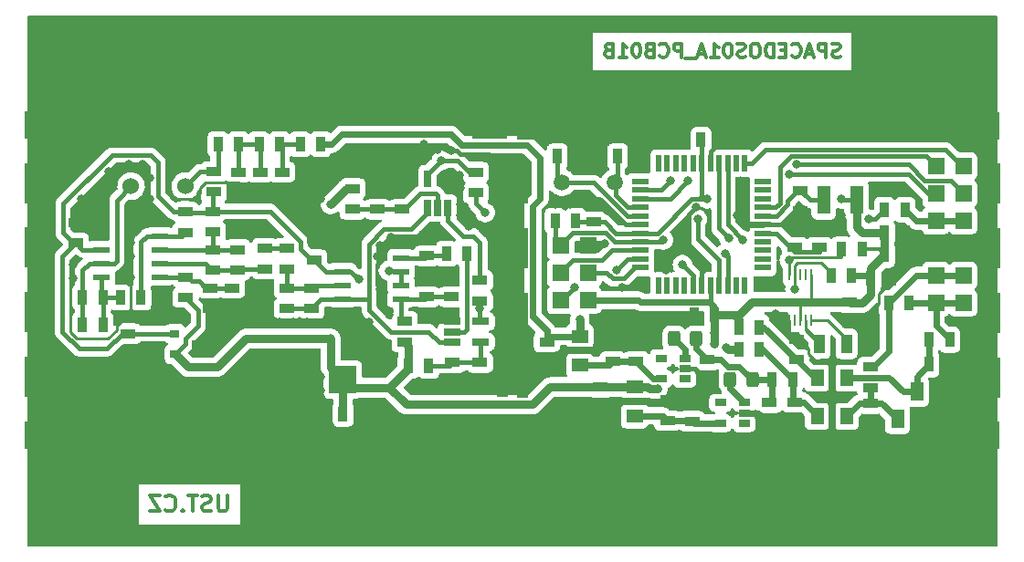
<source format=gbr>
G04 #@! TF.GenerationSoftware,KiCad,Pcbnew,(5.99.0-6591-gee6c8b60ac)*
G04 #@! TF.CreationDate,2020-11-25T07:49:09+01:00*
G04 #@! TF.ProjectId,SPACEDOS01A_PCB01B,53504143-4544-44f5-9330-31415f504342,REV*
G04 #@! TF.SameCoordinates,Original*
G04 #@! TF.FileFunction,Copper,L2,Bot*
G04 #@! TF.FilePolarity,Positive*
%FSLAX46Y46*%
G04 Gerber Fmt 4.6, Leading zero omitted, Abs format (unit mm)*
G04 Created by KiCad (PCBNEW (5.99.0-6591-gee6c8b60ac)) date 2020-11-25 07:49:09*
%MOMM*%
%LPD*%
G01*
G04 APERTURE LIST*
G04 Aperture macros list*
%AMRoundRect*
0 Rectangle with rounded corners*
0 $1 Rounding radius*
0 $2 $3 $4 $5 $6 $7 $8 $9 X,Y pos of 4 corners*
0 Add a 4 corners polygon primitive as box body*
4,1,4,$2,$3,$4,$5,$6,$7,$8,$9,$2,$3,0*
0 Add four circle primitives for the rounded corners*
1,1,$1+$1,$2,$3,0*
1,1,$1+$1,$4,$5,0*
1,1,$1+$1,$6,$7,0*
1,1,$1+$1,$8,$9,0*
0 Add four rect primitives between the rounded corners*
20,1,$1+$1,$2,$3,$4,$5,0*
20,1,$1+$1,$4,$5,$6,$7,0*
20,1,$1+$1,$6,$7,$8,$9,0*
20,1,$1+$1,$8,$9,$2,$3,0*%
G04 Aperture macros list end*
%ADD10C,0.300000*%
G04 #@! TA.AperFunction,SMDPad,CuDef*
%ADD11R,1.500000X1.300000*%
G04 #@! TD*
G04 #@! TA.AperFunction,SMDPad,CuDef*
%ADD12R,3.000000X0.700000*%
G04 #@! TD*
G04 #@! TA.AperFunction,SMDPad,CuDef*
%ADD13R,1.300000X1.500000*%
G04 #@! TD*
G04 #@! TA.AperFunction,SMDPad,CuDef*
%ADD14R,0.700000X3.000000*%
G04 #@! TD*
G04 #@! TA.AperFunction,SMDPad,CuDef*
%ADD15R,0.250000X1.100000*%
G04 #@! TD*
G04 #@! TA.AperFunction,SMDPad,CuDef*
%ADD16R,1.550000X0.600000*%
G04 #@! TD*
G04 #@! TA.AperFunction,SMDPad,CuDef*
%ADD17R,1.397000X0.889000*%
G04 #@! TD*
G04 #@! TA.AperFunction,SMDPad,CuDef*
%ADD18R,0.889000X1.397000*%
G04 #@! TD*
G04 #@! TA.AperFunction,ComponentPad*
%ADD19C,6.000000*%
G04 #@! TD*
G04 #@! TA.AperFunction,ComponentPad*
%ADD20R,1.524000X1.524000*%
G04 #@! TD*
G04 #@! TA.AperFunction,ComponentPad*
%ADD21C,1.524000*%
G04 #@! TD*
G04 #@! TA.AperFunction,ComponentPad*
%ADD22C,1.500000*%
G04 #@! TD*
G04 #@! TA.AperFunction,SMDPad,CuDef*
%ADD23R,2.550160X2.499360*%
G04 #@! TD*
G04 #@! TA.AperFunction,SMDPad,CuDef*
%ADD24R,0.650000X1.560000*%
G04 #@! TD*
G04 #@! TA.AperFunction,SMDPad,CuDef*
%ADD25R,1.560000X0.650000*%
G04 #@! TD*
G04 #@! TA.AperFunction,SMDPad,CuDef*
%ADD26R,0.900000X0.800000*%
G04 #@! TD*
G04 #@! TA.AperFunction,SMDPad,CuDef*
%ADD27R,1.300000X1.700000*%
G04 #@! TD*
G04 #@! TA.AperFunction,SMDPad,CuDef*
%ADD28RoundRect,0.250000X0.325000X0.450000X-0.325000X0.450000X-0.325000X-0.450000X0.325000X-0.450000X0*%
G04 #@! TD*
G04 #@! TA.AperFunction,SMDPad,CuDef*
%ADD29R,1.060000X0.650000*%
G04 #@! TD*
G04 #@! TA.AperFunction,SMDPad,CuDef*
%ADD30R,1.500000X0.550000*%
G04 #@! TD*
G04 #@! TA.AperFunction,SMDPad,CuDef*
%ADD31R,0.550000X1.500000*%
G04 #@! TD*
G04 #@! TA.AperFunction,SMDPad,CuDef*
%ADD32R,3.800000X1.000000*%
G04 #@! TD*
G04 #@! TA.AperFunction,SMDPad,CuDef*
%ADD33R,1.000000X3.800000*%
G04 #@! TD*
G04 #@! TA.AperFunction,SMDPad,CuDef*
%ADD34R,3.300000X2.550000*%
G04 #@! TD*
G04 #@! TA.AperFunction,SMDPad,CuDef*
%ADD35R,1.524000X1.524000*%
G04 #@! TD*
G04 #@! TA.AperFunction,SMDPad,CuDef*
%ADD36R,1.270000X2.540000*%
G04 #@! TD*
G04 #@! TA.AperFunction,SMDPad,CuDef*
%ADD37R,1.000000X1.800000*%
G04 #@! TD*
G04 #@! TA.AperFunction,ViaPad*
%ADD38C,0.800000*%
G04 #@! TD*
G04 #@! TA.AperFunction,Conductor*
%ADD39C,0.250000*%
G04 #@! TD*
G04 #@! TA.AperFunction,Conductor*
%ADD40C,0.400000*%
G04 #@! TD*
G04 #@! TA.AperFunction,Conductor*
%ADD41C,0.600000*%
G04 #@! TD*
G04 #@! TA.AperFunction,Conductor*
%ADD42C,0.300000*%
G04 #@! TD*
G04 #@! TA.AperFunction,Conductor*
%ADD43C,0.800000*%
G04 #@! TD*
G04 APERTURE END LIST*
D10*
X19283714Y5520428D02*
X19283714Y4306142D01*
X19212285Y4163285D01*
X19140857Y4091857D01*
X18998000Y4020428D01*
X18712285Y4020428D01*
X18569428Y4091857D01*
X18498000Y4163285D01*
X18426571Y4306142D01*
X18426571Y5520428D01*
X17783714Y4091857D02*
X17569428Y4020428D01*
X17212285Y4020428D01*
X17069428Y4091857D01*
X16998000Y4163285D01*
X16926571Y4306142D01*
X16926571Y4449000D01*
X16998000Y4591857D01*
X17069428Y4663285D01*
X17212285Y4734714D01*
X17498000Y4806142D01*
X17640857Y4877571D01*
X17712285Y4949000D01*
X17783714Y5091857D01*
X17783714Y5234714D01*
X17712285Y5377571D01*
X17640857Y5449000D01*
X17498000Y5520428D01*
X17140857Y5520428D01*
X16926571Y5449000D01*
X16498000Y5520428D02*
X15640857Y5520428D01*
X16069428Y4020428D02*
X16069428Y5520428D01*
X15140857Y4163285D02*
X15069428Y4091857D01*
X15140857Y4020428D01*
X15212285Y4091857D01*
X15140857Y4163285D01*
X15140857Y4020428D01*
X13569428Y4163285D02*
X13640857Y4091857D01*
X13855142Y4020428D01*
X13998000Y4020428D01*
X14212285Y4091857D01*
X14355142Y4234714D01*
X14426571Y4377571D01*
X14498000Y4663285D01*
X14498000Y4877571D01*
X14426571Y5163285D01*
X14355142Y5306142D01*
X14212285Y5449000D01*
X13998000Y5520428D01*
X13855142Y5520428D01*
X13640857Y5449000D01*
X13569428Y5377571D01*
X13069428Y5520428D02*
X12069428Y5520428D01*
X13069428Y4020428D01*
X12069428Y4020428D01*
X76081095Y46209809D02*
X75895380Y46147904D01*
X75585857Y46147904D01*
X75462047Y46209809D01*
X75400142Y46271714D01*
X75338238Y46395523D01*
X75338238Y46519333D01*
X75400142Y46643142D01*
X75462047Y46705047D01*
X75585857Y46766952D01*
X75833476Y46828857D01*
X75957285Y46890761D01*
X76019190Y46952666D01*
X76081095Y47076476D01*
X76081095Y47200285D01*
X76019190Y47324095D01*
X75957285Y47386000D01*
X75833476Y47447904D01*
X75523952Y47447904D01*
X75338238Y47386000D01*
X74781095Y46147904D02*
X74781095Y47447904D01*
X74285857Y47447904D01*
X74162047Y47386000D01*
X74100142Y47324095D01*
X74038238Y47200285D01*
X74038238Y47014571D01*
X74100142Y46890761D01*
X74162047Y46828857D01*
X74285857Y46766952D01*
X74781095Y46766952D01*
X73543000Y46519333D02*
X72923952Y46519333D01*
X73666809Y46147904D02*
X73233476Y47447904D01*
X72800142Y46147904D01*
X71623952Y46271714D02*
X71685857Y46209809D01*
X71871571Y46147904D01*
X71995380Y46147904D01*
X72181095Y46209809D01*
X72304904Y46333619D01*
X72366809Y46457428D01*
X72428714Y46705047D01*
X72428714Y46890761D01*
X72366809Y47138380D01*
X72304904Y47262190D01*
X72181095Y47386000D01*
X71995380Y47447904D01*
X71871571Y47447904D01*
X71685857Y47386000D01*
X71623952Y47324095D01*
X71066809Y46828857D02*
X70633476Y46828857D01*
X70447761Y46147904D02*
X71066809Y46147904D01*
X71066809Y47447904D01*
X70447761Y47447904D01*
X69890619Y46147904D02*
X69890619Y47447904D01*
X69581095Y47447904D01*
X69395380Y47386000D01*
X69271571Y47262190D01*
X69209666Y47138380D01*
X69147761Y46890761D01*
X69147761Y46705047D01*
X69209666Y46457428D01*
X69271571Y46333619D01*
X69395380Y46209809D01*
X69581095Y46147904D01*
X69890619Y46147904D01*
X68343000Y47447904D02*
X68095380Y47447904D01*
X67971571Y47386000D01*
X67847761Y47262190D01*
X67785857Y47014571D01*
X67785857Y46581238D01*
X67847761Y46333619D01*
X67971571Y46209809D01*
X68095380Y46147904D01*
X68343000Y46147904D01*
X68466809Y46209809D01*
X68590619Y46333619D01*
X68652523Y46581238D01*
X68652523Y47014571D01*
X68590619Y47262190D01*
X68466809Y47386000D01*
X68343000Y47447904D01*
X67290619Y46209809D02*
X67104904Y46147904D01*
X66795380Y46147904D01*
X66671571Y46209809D01*
X66609666Y46271714D01*
X66547761Y46395523D01*
X66547761Y46519333D01*
X66609666Y46643142D01*
X66671571Y46705047D01*
X66795380Y46766952D01*
X67043000Y46828857D01*
X67166809Y46890761D01*
X67228714Y46952666D01*
X67290619Y47076476D01*
X67290619Y47200285D01*
X67228714Y47324095D01*
X67166809Y47386000D01*
X67043000Y47447904D01*
X66733476Y47447904D01*
X66547761Y47386000D01*
X65743000Y47447904D02*
X65619190Y47447904D01*
X65495380Y47386000D01*
X65433476Y47324095D01*
X65371571Y47200285D01*
X65309666Y46952666D01*
X65309666Y46643142D01*
X65371571Y46395523D01*
X65433476Y46271714D01*
X65495380Y46209809D01*
X65619190Y46147904D01*
X65743000Y46147904D01*
X65866809Y46209809D01*
X65928714Y46271714D01*
X65990619Y46395523D01*
X66052523Y46643142D01*
X66052523Y46952666D01*
X65990619Y47200285D01*
X65928714Y47324095D01*
X65866809Y47386000D01*
X65743000Y47447904D01*
X64071571Y46147904D02*
X64814428Y46147904D01*
X64443000Y46147904D02*
X64443000Y47447904D01*
X64566809Y47262190D01*
X64690619Y47138380D01*
X64814428Y47076476D01*
X63576333Y46519333D02*
X62957285Y46519333D01*
X63700142Y46147904D02*
X63266809Y47447904D01*
X62833476Y46147904D01*
X62709666Y46024095D02*
X61719190Y46024095D01*
X61409666Y46147904D02*
X61409666Y47447904D01*
X60914428Y47447904D01*
X60790619Y47386000D01*
X60728714Y47324095D01*
X60666809Y47200285D01*
X60666809Y47014571D01*
X60728714Y46890761D01*
X60790619Y46828857D01*
X60914428Y46766952D01*
X61409666Y46766952D01*
X59366809Y46271714D02*
X59428714Y46209809D01*
X59614428Y46147904D01*
X59738238Y46147904D01*
X59923952Y46209809D01*
X60047761Y46333619D01*
X60109666Y46457428D01*
X60171571Y46705047D01*
X60171571Y46890761D01*
X60109666Y47138380D01*
X60047761Y47262190D01*
X59923952Y47386000D01*
X59738238Y47447904D01*
X59614428Y47447904D01*
X59428714Y47386000D01*
X59366809Y47324095D01*
X58376333Y46828857D02*
X58190619Y46766952D01*
X58128714Y46705047D01*
X58066809Y46581238D01*
X58066809Y46395523D01*
X58128714Y46271714D01*
X58190619Y46209809D01*
X58314428Y46147904D01*
X58809666Y46147904D01*
X58809666Y47447904D01*
X58376333Y47447904D01*
X58252523Y47386000D01*
X58190619Y47324095D01*
X58128714Y47200285D01*
X58128714Y47076476D01*
X58190619Y46952666D01*
X58252523Y46890761D01*
X58376333Y46828857D01*
X58809666Y46828857D01*
X57262047Y47447904D02*
X57138238Y47447904D01*
X57014428Y47386000D01*
X56952523Y47324095D01*
X56890619Y47200285D01*
X56828714Y46952666D01*
X56828714Y46643142D01*
X56890619Y46395523D01*
X56952523Y46271714D01*
X57014428Y46209809D01*
X57138238Y46147904D01*
X57262047Y46147904D01*
X57385857Y46209809D01*
X57447761Y46271714D01*
X57509666Y46395523D01*
X57571571Y46643142D01*
X57571571Y46952666D01*
X57509666Y47200285D01*
X57447761Y47324095D01*
X57385857Y47386000D01*
X57262047Y47447904D01*
X55590619Y46147904D02*
X56333476Y46147904D01*
X55962047Y46147904D02*
X55962047Y47447904D01*
X56085857Y47262190D01*
X56209666Y47138380D01*
X56333476Y47076476D01*
X54600142Y46828857D02*
X54414428Y46766952D01*
X54352523Y46705047D01*
X54290619Y46581238D01*
X54290619Y46395523D01*
X54352523Y46271714D01*
X54414428Y46209809D01*
X54538238Y46147904D01*
X55033476Y46147904D01*
X55033476Y47447904D01*
X54600142Y47447904D01*
X54476333Y47386000D01*
X54414428Y47324095D01*
X54352523Y47200285D01*
X54352523Y47076476D01*
X54414428Y46952666D01*
X54476333Y46890761D01*
X54600142Y46828857D01*
X55033476Y46828857D01*
D11*
X51943000Y20273000D03*
D12*
X51943000Y18923000D03*
D11*
X51943000Y17573000D03*
X57023000Y15574000D03*
D12*
X57023000Y14224000D03*
D11*
X57023000Y12874000D03*
D13*
X73961000Y16383000D03*
D14*
X75311000Y16383000D03*
D13*
X76661000Y16383000D03*
X73961000Y12827000D03*
D14*
X75311000Y12827000D03*
D13*
X76661000Y12827000D03*
D15*
X73390000Y26026000D03*
X72890000Y26026000D03*
X72390000Y26026000D03*
X71890000Y26026000D03*
X71390000Y26026000D03*
X71390000Y21726000D03*
X71890000Y21726000D03*
X72390000Y21726000D03*
X72890000Y21726000D03*
X73390000Y21726000D03*
D16*
X13020000Y25775000D03*
X13020000Y27045000D03*
X13020000Y28315000D03*
X13020000Y29585000D03*
X7620000Y29585000D03*
X7620000Y28315000D03*
X7620000Y27045000D03*
X7620000Y25775000D03*
X35372000Y23743000D03*
X35372000Y25013000D03*
X35372000Y26283000D03*
X35372000Y27553000D03*
X29972000Y27553000D03*
X29972000Y26283000D03*
X29972000Y25013000D03*
X29972000Y23743000D03*
D17*
X10066000Y18599500D03*
X10066000Y20504500D03*
X5240000Y30855000D03*
X5240000Y28950000D03*
D18*
X28100000Y13075000D03*
X30005000Y13075000D03*
X5875000Y23870000D03*
X7780000Y23870000D03*
D17*
X19718000Y22854000D03*
X19718000Y24759000D03*
X40038000Y25838500D03*
X40038000Y23933500D03*
X33180000Y33966500D03*
X33180000Y32061500D03*
X40165000Y15932500D03*
X40165000Y17837500D03*
D18*
X9367500Y23870000D03*
X11272500Y23870000D03*
D17*
X17686000Y22854000D03*
X17686000Y24759000D03*
X37752000Y25838500D03*
X37752000Y23933500D03*
X35466000Y33966500D03*
X35466000Y32061500D03*
X42705000Y15932500D03*
X42705000Y17837500D03*
X20226000Y28315000D03*
X20226000Y26410000D03*
X22766000Y26537000D03*
X22766000Y28442000D03*
X27338000Y29267500D03*
X27338000Y27362500D03*
X27084000Y24759000D03*
X27084000Y22854000D03*
X37752000Y29648500D03*
X37752000Y27743500D03*
X35720000Y19742500D03*
X35720000Y21647500D03*
X30894000Y33966500D03*
X30894000Y32061500D03*
D18*
X36037500Y17520000D03*
X37942500Y17520000D03*
X5875000Y21330000D03*
X7780000Y21330000D03*
D17*
X15400000Y29902500D03*
X15400000Y31807500D03*
X17940000Y31871000D03*
X17940000Y29966000D03*
X17940000Y28315000D03*
X17940000Y26410000D03*
X24798000Y28442000D03*
X24798000Y26537000D03*
X24798000Y24759000D03*
X24798000Y22854000D03*
X42705000Y25457500D03*
X42705000Y23552500D03*
D18*
X41498500Y27934000D03*
X39593500Y27934000D03*
D17*
X15400000Y23870000D03*
X15400000Y25775000D03*
X42324000Y35490500D03*
X42324000Y33585500D03*
X20320000Y33591500D03*
X20320000Y35496500D03*
X72009000Y20002500D03*
X72009000Y18097500D03*
D18*
X68580000Y19050000D03*
X66675000Y19050000D03*
X68580000Y21082000D03*
X66675000Y21082000D03*
X71691500Y16256000D03*
X69786500Y16256000D03*
D17*
X24384000Y33591500D03*
X24384000Y35496500D03*
X78867000Y12128500D03*
X78867000Y14033500D03*
D18*
X86233000Y17653000D03*
X84328000Y17653000D03*
D17*
X78867000Y17399000D03*
X78867000Y15494000D03*
D18*
X86233000Y19939000D03*
X84328000Y19939000D03*
D17*
X54991000Y19812000D03*
X54991000Y17907000D03*
X62357000Y14287500D03*
X62357000Y12382500D03*
X57150000Y19812000D03*
X57150000Y17907000D03*
X60071000Y14351000D03*
X60071000Y12446000D03*
X63754000Y16192500D03*
X63754000Y18097500D03*
X71882000Y30416500D03*
X71882000Y28511500D03*
X74168000Y30416500D03*
X74168000Y28511500D03*
D18*
X82486500Y23368000D03*
X80581500Y23368000D03*
D17*
X72390000Y31877000D03*
X72390000Y33782000D03*
D18*
X82105500Y27813000D03*
X80200500Y27813000D03*
D17*
X53848000Y13652500D03*
X53848000Y15557500D03*
D18*
X78105000Y28321000D03*
X76200000Y28321000D03*
X51562000Y30988000D03*
X49657000Y30988000D03*
X80835500Y25654000D03*
X78930500Y25654000D03*
X82105500Y29845000D03*
X80200500Y29845000D03*
X51752500Y36957000D03*
X49847500Y36957000D03*
X53530500Y36957000D03*
X55435500Y36957000D03*
D17*
X53213000Y32766000D03*
X53213000Y30861000D03*
D18*
X62547500Y22225000D03*
X64452500Y22225000D03*
X65087500Y38481000D03*
X63182500Y38481000D03*
X82105500Y32004000D03*
X80200500Y32004000D03*
D17*
X76962000Y21526500D03*
X76962000Y23431500D03*
D18*
X77152500Y25908000D03*
X75247500Y25908000D03*
D17*
X22352000Y33591500D03*
X22352000Y35496500D03*
X18034000Y33655000D03*
X18034000Y35560000D03*
X69469000Y12192000D03*
X69469000Y14097000D03*
X71882000Y12255500D03*
X71882000Y14160500D03*
X48895000Y17843500D03*
X48895000Y19748500D03*
D18*
X27940000Y38100000D03*
X26035000Y38100000D03*
X24130000Y38100000D03*
X22225000Y38100000D03*
X20320000Y38100000D03*
X18415000Y38100000D03*
D19*
X86360000Y45720000D03*
X5080000Y45720000D03*
X5080000Y5080000D03*
D20*
X84963000Y25908000D03*
X87503000Y25908000D03*
X84963000Y28448000D03*
X87503000Y28448000D03*
X84963000Y23368000D03*
X87503000Y23368000D03*
D21*
X15360000Y34190000D03*
X10360000Y34190000D03*
D20*
X84963000Y36068000D03*
X87503000Y36068000D03*
X84963000Y33528000D03*
X87503000Y33528000D03*
X84963000Y30988000D03*
X87503000Y30988000D03*
D19*
X86360000Y5080000D03*
D22*
X50292000Y34544000D03*
X55172000Y34544000D03*
D23*
X29989760Y16250000D03*
X24940240Y16250000D03*
D24*
X39718000Y32172000D03*
X38768000Y32172000D03*
X37818000Y32172000D03*
X37818000Y34872000D03*
X39718000Y34872000D03*
D25*
X40085000Y19745000D03*
X40085000Y20695000D03*
X40085000Y21645000D03*
X42785000Y21645000D03*
X42785000Y19745000D03*
D26*
X14416000Y18602000D03*
X14416000Y20502000D03*
X16416000Y19552000D03*
D27*
X81407000Y12573000D03*
X84907000Y12573000D03*
X83185000Y15113000D03*
X86685000Y15113000D03*
D28*
X67945000Y16256000D03*
X65895000Y16256000D03*
X62747000Y20066000D03*
X60697000Y20066000D03*
D29*
X67183000Y14097000D03*
X67183000Y13147000D03*
X67183000Y12197000D03*
X64983000Y12197000D03*
X64983000Y14097000D03*
X61679000Y18222000D03*
X61679000Y17272000D03*
X61679000Y16322000D03*
X59479000Y16322000D03*
X59479000Y18222000D03*
D30*
X57550000Y26640000D03*
X57550000Y27440000D03*
X57550000Y28240000D03*
X57550000Y29040000D03*
X57550000Y29840000D03*
X57550000Y30640000D03*
X57550000Y31440000D03*
X57550000Y32240000D03*
X57550000Y33040000D03*
X57550000Y33840000D03*
X57550000Y34640000D03*
D31*
X59250000Y36340000D03*
X60050000Y36340000D03*
X60850000Y36340000D03*
X61650000Y36340000D03*
X62450000Y36340000D03*
X63250000Y36340000D03*
X64050000Y36340000D03*
X64850000Y36340000D03*
X65650000Y36340000D03*
X66450000Y36340000D03*
X67250000Y36340000D03*
D30*
X68950000Y34640000D03*
X68950000Y33840000D03*
X68950000Y33040000D03*
X68950000Y32240000D03*
X68950000Y31440000D03*
X68950000Y30640000D03*
X68950000Y29840000D03*
X68950000Y29040000D03*
X68950000Y28240000D03*
X68950000Y27440000D03*
X68950000Y26640000D03*
D31*
X67250000Y24940000D03*
X66450000Y24940000D03*
X65650000Y24940000D03*
X64850000Y24940000D03*
X64050000Y24940000D03*
X63250000Y24940000D03*
X62450000Y24940000D03*
X61650000Y24940000D03*
X60850000Y24940000D03*
X60050000Y24940000D03*
X59250000Y24940000D03*
D32*
X77501000Y10279000D03*
X71501000Y40579000D03*
X65501000Y40579000D03*
D33*
X46601000Y34429000D03*
D32*
X53501000Y40579000D03*
X53501000Y10279000D03*
X77501000Y40579000D03*
X83501000Y40579000D03*
D33*
X90401000Y34429000D03*
D34*
X89251000Y39804000D03*
D32*
X83501000Y10279000D03*
X59501000Y40579000D03*
D33*
X46601000Y28429000D03*
D32*
X65501000Y10279000D03*
D33*
X90401000Y28429000D03*
X46601000Y22429000D03*
X90401000Y22429000D03*
X90401000Y16429000D03*
X46601000Y16429000D03*
D32*
X59501000Y10279000D03*
D34*
X47751000Y11054000D03*
X89251000Y11054000D03*
D32*
X71501000Y10279000D03*
D34*
X47751000Y39804000D03*
D35*
X50165000Y23622000D03*
X52705000Y23622000D03*
X50165000Y26162000D03*
X52705000Y26162000D03*
X50165000Y28702000D03*
X52705000Y28702000D03*
D36*
X77597000Y32893000D03*
X74549000Y32893000D03*
D37*
X74168000Y19558000D03*
X76668000Y19558000D03*
D32*
X25874000Y10340000D03*
X7874000Y10340000D03*
X37874000Y40640000D03*
D34*
X43624000Y11115000D03*
D33*
X974000Y16490000D03*
X44774000Y22490000D03*
D32*
X19874000Y10340000D03*
X7874000Y40640000D03*
D33*
X44774000Y16490000D03*
D32*
X31874000Y10340000D03*
D33*
X44774000Y34490000D03*
D32*
X19874000Y40640000D03*
X13874000Y10340000D03*
D34*
X2124000Y39865000D03*
D33*
X974000Y22490000D03*
X974000Y28490000D03*
D32*
X13874000Y40640000D03*
D33*
X44774000Y28490000D03*
D34*
X43624000Y39865000D03*
D32*
X37874000Y10340000D03*
X31874000Y40640000D03*
D33*
X974000Y34490000D03*
D34*
X2124000Y11115000D03*
D32*
X25874000Y40640000D03*
D38*
X75311000Y14605000D03*
X33020000Y13716000D03*
X32766000Y12192000D03*
X34290000Y12192000D03*
X35814000Y12192000D03*
X37338000Y12192000D03*
X39116000Y12192000D03*
X40640000Y12192000D03*
X28575000Y11430000D03*
X26670000Y12700000D03*
X26670000Y13970000D03*
X27940000Y15240000D03*
X27940000Y16510000D03*
X27305000Y17780000D03*
X26035000Y18415000D03*
X24765000Y18415000D03*
X23495000Y18415000D03*
X22225000Y18415000D03*
X20955000Y17780000D03*
X19685000Y16510000D03*
X18415000Y15875000D03*
X17145000Y15875000D03*
X15240000Y15875000D03*
X13970000Y17145000D03*
X12700000Y17145000D03*
X17780000Y19050000D03*
X17780000Y20320000D03*
X17780000Y21590000D03*
X19050000Y21590000D03*
X19050000Y20320000D03*
X20320000Y21590000D03*
X21590000Y21590000D03*
X22860000Y21590000D03*
X24130000Y21590000D03*
X25400000Y21590000D03*
X26670000Y21590000D03*
X21590000Y22860000D03*
X21590000Y24892000D03*
X22860000Y24892000D03*
X22860000Y22860000D03*
X31115000Y22225000D03*
X29972000Y21844000D03*
X30480000Y20320000D03*
X30480000Y19050000D03*
X31750000Y19050000D03*
X31750000Y20320000D03*
X32385000Y21590000D03*
X34290000Y22225000D03*
X34036000Y17272000D03*
X34290000Y18415000D03*
X33655000Y19685000D03*
X32512000Y17272000D03*
X10795000Y17145000D03*
X8890000Y17145000D03*
X7620000Y17780000D03*
X5715000Y17780000D03*
X4445000Y18415000D03*
X3175000Y19685000D03*
X2540000Y20955000D03*
X2540000Y22225000D03*
X2540000Y24130000D03*
X2540000Y26035000D03*
X2540000Y27940000D03*
X2540000Y29845000D03*
X2540000Y31750000D03*
X2540000Y33020000D03*
X5715000Y33020000D03*
X6985000Y31750000D03*
X7620000Y33020000D03*
X8255000Y34290000D03*
X8255000Y35560000D03*
X10160000Y36195000D03*
X11430000Y36195000D03*
X12065000Y34925000D03*
X10795000Y31750000D03*
X12065000Y33020000D03*
X5080000Y35560000D03*
X13970000Y34925000D03*
X14605000Y36195000D03*
X15875000Y36195000D03*
X16510000Y37465000D03*
X16510000Y38735000D03*
X19685000Y30480000D03*
X20955000Y30480000D03*
X22225000Y30480000D03*
X23368000Y29972000D03*
X24765000Y32004000D03*
X26035000Y30988000D03*
X27305000Y30480000D03*
X27305000Y31750000D03*
X27940000Y33020000D03*
X28575000Y34290000D03*
X26035000Y33655000D03*
X26035000Y35560000D03*
X27305000Y36195000D03*
X28575000Y36195000D03*
X29845000Y35560000D03*
X31115000Y35560000D03*
X32385000Y35560000D03*
X33655000Y35560000D03*
X34925000Y35560000D03*
X36195000Y36195000D03*
X36195000Y37465000D03*
X37465000Y38100000D03*
X40005000Y37465000D03*
X40894000Y34036000D03*
X40894000Y32512000D03*
X40894000Y31496000D03*
X41656000Y30480000D03*
X42926000Y30480000D03*
X43688000Y29464000D03*
X50800000Y39116000D03*
X52324000Y39116000D03*
X53848000Y39116000D03*
X55372000Y39116000D03*
X56896000Y39116000D03*
X58420000Y39116000D03*
X59944000Y39116000D03*
X61468000Y39116000D03*
X62992000Y26924000D03*
X58928000Y20320000D03*
X53848000Y20320000D03*
X57912000Y24892000D03*
X69596000Y24892000D03*
X70104000Y22352000D03*
X76200000Y31496000D03*
X66548000Y31496000D03*
X67183000Y38735000D03*
X68453000Y38735000D03*
X51054000Y32512000D03*
X50038000Y21717000D03*
X49657000Y32512000D03*
X6096000Y36576000D03*
X7112000Y37592000D03*
X8636000Y38608000D03*
X10160000Y38608000D03*
X11684000Y38608000D03*
X13208000Y38608000D03*
X14224000Y37592000D03*
X79248000Y21844000D03*
X79248000Y20320000D03*
X78232000Y19304000D03*
X78232000Y39243000D03*
X76708000Y39243000D03*
X75184000Y39243000D03*
X73660000Y39243000D03*
X72136000Y39243000D03*
X70612000Y39243000D03*
X69596000Y39243000D03*
X87884000Y12192000D03*
X87884000Y13716000D03*
X88392000Y16764000D03*
X79248000Y33528000D03*
X67056000Y34036000D03*
X10320000Y27680000D03*
X33428186Y28701814D03*
X37625000Y21965000D03*
X54229000Y28829000D03*
X38749423Y37565961D03*
X59944000Y26416000D03*
X31910000Y30220000D03*
X51308000Y13716000D03*
X40836307Y35248307D03*
X4064000Y34544000D03*
X10319457Y30200565D03*
X34450000Y29420000D03*
X30640000Y30220000D03*
X29862000Y28823000D03*
X4986000Y26918000D03*
X12225000Y31490000D03*
X51308000Y12446000D03*
X9304000Y22092000D03*
X50038000Y13716000D03*
X52578000Y12446000D03*
X38768000Y25902000D03*
X62701789Y32220000D03*
X14732000Y22352000D03*
X38895000Y21965000D03*
X10668000Y21965000D03*
X37465000Y15875000D03*
X33218000Y27680000D03*
X52578000Y13716000D03*
X12225000Y21965000D03*
X12860000Y23870000D03*
X38895000Y30220000D03*
X39530000Y29585000D03*
X33434000Y24632000D03*
X4986000Y25648000D03*
X10320000Y28950000D03*
X30767000Y28823000D03*
X10320000Y25775000D03*
X50038000Y12446000D03*
X55867109Y24815999D03*
X39115992Y36576000D03*
X34256648Y26365080D03*
X78740000Y31115000D03*
X59690000Y29210000D03*
X65747314Y29387314D03*
X71882000Y24638000D03*
X67056000Y29210000D03*
X71374778Y27336070D03*
X55372000Y26416000D03*
X51435000Y24765000D03*
X61976000Y34671000D03*
X71374000Y35306000D03*
X60325000Y34671000D03*
X72066686Y36191990D03*
X64389000Y20574000D03*
X28862000Y20060000D03*
X58420000Y15367000D03*
X28862000Y32506000D03*
X76200000Y33020000D03*
X59182000Y15367000D03*
X64389000Y19558000D03*
X63754000Y33020000D03*
X65532000Y19177000D03*
X51943000Y21844000D03*
X65405000Y27940000D03*
X31496000Y25527000D03*
X62865000Y31115000D03*
X43180000Y31750000D03*
X61468000Y26924000D03*
X42705000Y22860000D03*
D39*
X10320000Y21965000D02*
X12225000Y21965000D01*
X8238002Y20060000D02*
X5347476Y20060000D01*
X21336000Y33528000D02*
X21399500Y33591500D01*
X4732000Y20675476D02*
X4732000Y22092000D01*
D40*
X62992000Y26924000D02*
X62064999Y27851001D01*
D41*
X67183000Y13147000D02*
X68514000Y13147000D01*
D39*
X80835500Y25400000D02*
X79655510Y24220010D01*
X14130000Y22600000D02*
X12860000Y23870000D01*
X10320000Y21965000D02*
X10320000Y25775000D01*
D40*
X63250000Y24940000D02*
X63250000Y26666000D01*
X54102000Y28702000D02*
X54229000Y28829000D01*
D39*
X10320000Y21965000D02*
X9431000Y21965000D01*
X17272000Y34544000D02*
X20320000Y34544000D01*
D40*
X51453999Y32911999D02*
X51054000Y32512000D01*
D39*
X9042499Y20864497D02*
X8238002Y20060000D01*
D40*
X30767000Y29077000D02*
X31910000Y30220000D01*
X62674500Y17272000D02*
X63754000Y16192500D01*
D39*
X29972000Y28713000D02*
X29862000Y28823000D01*
X73960998Y17780000D02*
X74313998Y18133000D01*
X9754315Y21965000D02*
X9627315Y21838000D01*
X10319457Y30200565D02*
X10319457Y28950543D01*
D40*
X30767000Y28823000D02*
X30767000Y29077000D01*
D39*
X10319457Y28950543D02*
X10320000Y28950000D01*
D40*
X39530000Y29585000D02*
X38895000Y30220000D01*
X40005000Y37465000D02*
X40570685Y37465000D01*
D39*
X73152000Y18588998D02*
X73960998Y17780000D01*
X71390000Y20621500D02*
X72009000Y20002500D01*
X10320000Y27680000D02*
X10320000Y25775000D01*
D40*
X34615000Y29585000D02*
X34450000Y29420000D01*
X39215000Y21645000D02*
X38895000Y21965000D01*
D39*
X71390000Y21726000D02*
X71390000Y20621500D01*
X74313998Y18133000D02*
X74711000Y18133000D01*
D40*
X56186002Y30640000D02*
X53914003Y32911999D01*
X40859674Y37176011D02*
X43487989Y37176011D01*
D39*
X13970000Y34925000D02*
X13970000Y33274000D01*
X72263000Y20002500D02*
X73152000Y19113500D01*
D40*
X63250000Y26666000D02*
X62992000Y26924000D01*
X62064999Y27851001D02*
X62064999Y31583210D01*
D39*
X40038000Y25838500D02*
X38831500Y25838500D01*
X10320000Y21965000D02*
X9754315Y21965000D01*
X12225000Y31490000D02*
X13495000Y31490000D01*
X79655510Y23271510D02*
X77910500Y21526500D01*
X79655510Y24220010D02*
X79655510Y23271510D01*
X13970000Y33274000D02*
X14224000Y33020000D01*
X16764000Y34036000D02*
X17272000Y34544000D01*
X16764000Y33528000D02*
X16764000Y34036000D01*
D40*
X61679000Y17272000D02*
X62674500Y17272000D01*
D39*
X33089999Y26986314D02*
X33089999Y24976001D01*
D40*
X52705000Y28702000D02*
X54102000Y28702000D01*
D39*
X9042499Y21253184D02*
X9042499Y20864497D01*
D40*
X57550000Y30640000D02*
X56186002Y30640000D01*
D39*
X4732000Y22092000D02*
X4732000Y26918000D01*
X5347476Y20060000D02*
X4732000Y20675476D01*
D40*
X40085000Y21645000D02*
X39215000Y21645000D01*
D39*
X33218000Y27680000D02*
X33218000Y27114315D01*
D40*
X68950000Y30640000D02*
X71658500Y30640000D01*
X57912000Y24892000D02*
X55943110Y24892000D01*
D39*
X4732000Y25394000D02*
X4986000Y25648000D01*
X9431000Y21965000D02*
X9304000Y22092000D01*
X9627315Y21838000D02*
X9042499Y21253184D01*
X80835500Y25654000D02*
X80835500Y25400000D01*
D41*
X68950000Y30640000D02*
X67404000Y30640000D01*
D40*
X64050000Y36340000D02*
X64050000Y37443500D01*
D39*
X73152000Y19113500D02*
X73152000Y18588998D01*
X33089999Y24976001D02*
X33434000Y24632000D01*
X4732000Y22092000D02*
X4732000Y25394000D01*
X29972000Y27553000D02*
X29972000Y28713000D01*
X21399500Y33591500D02*
X22352000Y33591500D01*
D40*
X62064999Y31583210D02*
X62701789Y32220000D01*
X39530000Y29585000D02*
X34615000Y29585000D01*
X39466500Y29648500D02*
X39530000Y29585000D01*
D39*
X14130000Y21965000D02*
X14130000Y22600000D01*
X33218000Y27114315D02*
X33089999Y26986314D01*
D40*
X43487989Y37176011D02*
X44774000Y35890000D01*
D39*
X38831500Y25838500D02*
X38768000Y25902000D01*
X77910500Y21526500D02*
X76962000Y21526500D01*
D40*
X53914003Y32911999D02*
X51453999Y32911999D01*
X55943110Y24892000D02*
X55867109Y24815999D01*
X64050000Y37443500D02*
X65087500Y38481000D01*
D39*
X75311000Y17533000D02*
X75311000Y16383000D01*
D40*
X44774000Y35890000D02*
X44774000Y34490000D01*
D39*
X14224000Y33020000D02*
X16256000Y33020000D01*
X16256000Y33020000D02*
X16764000Y33528000D01*
X72009000Y20002500D02*
X72263000Y20002500D01*
D41*
X68514000Y13147000D02*
X69469000Y12192000D01*
D40*
X37752000Y29648500D02*
X39466500Y29648500D01*
X71658500Y30640000D02*
X71882000Y30416500D01*
D39*
X20320000Y34544000D02*
X21336000Y33528000D01*
X74711000Y18133000D02*
X75311000Y17533000D01*
D41*
X67404000Y30640000D02*
X66548000Y31496000D01*
D40*
X40570685Y37465000D02*
X40859674Y37176011D01*
X7620000Y25775000D02*
X7620000Y24030000D01*
X7780000Y21330000D02*
X7780000Y23870000D01*
X9367500Y23870000D02*
X7780000Y23870000D01*
X7620000Y24030000D02*
X7780000Y23870000D01*
X15654000Y25775000D02*
X16035000Y25394000D01*
X16035000Y25394000D02*
X16670000Y25394000D01*
X17686000Y24759000D02*
X17305000Y24759000D01*
X17686000Y24759000D02*
X19718000Y24759000D01*
X13020000Y25775000D02*
X15400000Y25775000D01*
X17305000Y24759000D02*
X16670000Y25394000D01*
X15400000Y25775000D02*
X15654000Y25775000D01*
X35372000Y23743000D02*
X37561500Y23743000D01*
X35372000Y23743000D02*
X35372000Y21995500D01*
X37752000Y23933500D02*
X40038000Y23933500D01*
X37561500Y23743000D02*
X37752000Y23933500D01*
X35372000Y21995500D02*
X35720000Y21647500D01*
X37180500Y33522000D02*
X38598000Y33522000D01*
X30894000Y32061500D02*
X33180000Y32061500D01*
X38768000Y33352000D02*
X38598000Y33522000D01*
X38768000Y32172000D02*
X38768000Y33352000D01*
X33180000Y32061500D02*
X35466000Y32061500D01*
X35720000Y32061500D02*
X37180500Y33522000D01*
X35466000Y32061500D02*
X35720000Y32061500D01*
X40165000Y17837500D02*
X42705000Y17837500D01*
X37942500Y17520000D02*
X39847500Y17520000D01*
X42785000Y19745000D02*
X42785000Y17917500D01*
X42785000Y17917500D02*
X42705000Y17837500D01*
X39847500Y17520000D02*
X40165000Y17837500D01*
X13020000Y29585000D02*
X15082500Y29585000D01*
X11272500Y29012500D02*
X11845000Y29585000D01*
X11272500Y23870000D02*
X11272500Y29012500D01*
X15082500Y29585000D02*
X15400000Y29902500D01*
X13020000Y29585000D02*
X11845000Y29585000D01*
X17305000Y27045000D02*
X17940000Y26410000D01*
X20353000Y26537000D02*
X20226000Y26410000D01*
X13020000Y27045000D02*
X17305000Y27045000D01*
X22766000Y26537000D02*
X20353000Y26537000D01*
X20226000Y26410000D02*
X17940000Y26410000D01*
X17940000Y28315000D02*
X20226000Y28315000D01*
X13020000Y28315000D02*
X17940000Y28315000D01*
X17940000Y28315000D02*
X17940000Y29966000D01*
X22766000Y28442000D02*
X24798000Y28442000D01*
X37818000Y31717000D02*
X37818000Y32172000D01*
X36321000Y30220000D02*
X33815000Y30220000D01*
X31783000Y23743000D02*
X32291000Y23743000D01*
X32418000Y28823000D02*
X32418000Y27680000D01*
X37818000Y31717000D02*
X36321000Y30220000D01*
X34450000Y20695000D02*
X33180000Y21965000D01*
X27973000Y23743000D02*
X27084000Y22854000D01*
X32418000Y22727000D02*
X32418000Y23870000D01*
X24798000Y22854000D02*
X27084000Y22854000D01*
X37955000Y20695000D02*
X34450000Y20695000D01*
X32418000Y23870000D02*
X32418000Y27680000D01*
X29972000Y23743000D02*
X27973000Y23743000D01*
X33815000Y30220000D02*
X32418000Y28823000D01*
X33180000Y21965000D02*
X32418000Y22727000D01*
X32291000Y23743000D02*
X32418000Y23870000D01*
X40085000Y19745000D02*
X38905000Y19745000D01*
X38905000Y19745000D02*
X37955000Y20695000D01*
X29972000Y23743000D02*
X31783000Y23743000D01*
X24798000Y24759000D02*
X27084000Y24759000D01*
X29972000Y25013000D02*
X27338000Y25013000D01*
X27338000Y25013000D02*
X27084000Y24759000D01*
X24798000Y26537000D02*
X24798000Y24759000D01*
X37561500Y27553000D02*
X37752000Y27743500D01*
X35372000Y27553000D02*
X37561500Y27553000D01*
X37752000Y27743500D02*
X39403000Y27743500D01*
X39403000Y27743500D02*
X39593500Y27934000D01*
X39718000Y32172000D02*
X39718000Y30992000D01*
X42705000Y28950000D02*
X42705000Y25457500D01*
X42070000Y29585000D02*
X42705000Y28950000D01*
X39718000Y30992000D02*
X41125000Y29585000D01*
X41125000Y29585000D02*
X42070000Y29585000D01*
X41498500Y27934000D02*
X41498500Y20928500D01*
X41265000Y20695000D02*
X40085000Y20695000D01*
X41498500Y20928500D02*
X41265000Y20695000D01*
X22352000Y35496500D02*
X22352000Y37973000D01*
X20320000Y38100000D02*
X20320000Y35496500D01*
X22352000Y37973000D02*
X22225000Y38100000D01*
X20320000Y38100000D02*
X22225000Y38100000D01*
X9050000Y32880000D02*
X10360000Y34190000D01*
X7620000Y27045000D02*
X8795000Y27045000D01*
X9050000Y27300000D02*
X9050000Y32880000D01*
X5875000Y21330000D02*
X5875000Y23870000D01*
X5875000Y26410000D02*
X5875000Y23870000D01*
X7620000Y27045000D02*
X6510000Y27045000D01*
X8795000Y27045000D02*
X9050000Y27300000D01*
X6510000Y27045000D02*
X5875000Y26410000D01*
X18415000Y38100000D02*
X18415000Y35941000D01*
X18034000Y35560000D02*
X16730000Y35560000D01*
X16730000Y35560000D02*
X15360000Y34190000D01*
X18415000Y35941000D02*
X18034000Y35560000D01*
D41*
X78867000Y14033500D02*
X79946500Y14033500D01*
X78867000Y14033500D02*
X77867500Y14033500D01*
X78867000Y15494000D02*
X78867000Y14033500D01*
X79946500Y14033500D02*
X81407000Y12573000D01*
X77867500Y14033500D02*
X76661000Y12827000D01*
D40*
X37818000Y34872000D02*
X37818000Y35327000D01*
X35372000Y26283000D02*
X35289920Y26365080D01*
X39067000Y36576000D02*
X39115992Y36576000D01*
X35372000Y25013000D02*
X35372000Y26283000D01*
X41725500Y35490500D02*
X40640000Y36576000D01*
X35289920Y26365080D02*
X34822333Y26365080D01*
X34822333Y26365080D02*
X34256648Y26365080D01*
X37818000Y35327000D02*
X39067000Y36576000D01*
X40640000Y36576000D02*
X39115992Y36576000D01*
X42324000Y35490500D02*
X41725500Y35490500D01*
D41*
X65052500Y18097500D02*
X65693990Y17456010D01*
X65693990Y17456010D02*
X66744990Y17456010D01*
X62747000Y19104500D02*
X63754000Y18097500D01*
X67321627Y16879373D02*
X67945000Y16256000D01*
X63754000Y18097500D02*
X65052500Y18097500D01*
X69786500Y16256000D02*
X69786500Y14414500D01*
X62747000Y20066000D02*
X62747000Y19104500D01*
X67945000Y16256000D02*
X69786500Y16256000D01*
X69786500Y14414500D02*
X69469000Y14097000D01*
X66744990Y17456010D02*
X67321627Y16879373D01*
D40*
X57550000Y31440000D02*
X56351458Y31440000D01*
X53247458Y34544000D02*
X52324000Y34544000D01*
X49847500Y35087560D02*
X50391060Y34544000D01*
X49847500Y36957000D02*
X49847500Y35087560D01*
X56351458Y31440000D02*
X53247458Y34544000D01*
X50391060Y34544000D02*
X52324000Y34544000D01*
X72390000Y33782000D02*
X72136000Y33782000D01*
X70100000Y31440000D02*
X68950000Y31440000D01*
X73279000Y32893000D02*
X72390000Y33782000D01*
X71212009Y32503467D02*
X70148542Y31440000D01*
X74549000Y32893000D02*
X73279000Y32893000D01*
X71212010Y32858010D02*
X71212009Y32503467D01*
X72136000Y33782000D02*
X71212010Y32858010D01*
X70148542Y31440000D02*
X70100000Y31440000D01*
X56400000Y32240000D02*
X55272940Y33367060D01*
X55272940Y33367060D02*
X55272940Y34544000D01*
X55435500Y36957000D02*
X55435500Y34706560D01*
X57550000Y32240000D02*
X56400000Y32240000D01*
X55435500Y34706560D02*
X55272940Y34544000D01*
D41*
X59643000Y12874000D02*
X60071000Y12446000D01*
X57023000Y12874000D02*
X59643000Y12874000D01*
X62542500Y12197000D02*
X62357000Y12382500D01*
X62293500Y12446000D02*
X62357000Y12382500D01*
X64983000Y12197000D02*
X62542500Y12197000D01*
X60071000Y12446000D02*
X62293500Y12446000D01*
X83121500Y30988000D02*
X82105500Y32004000D01*
X87503000Y30988000D02*
X84963000Y30988000D01*
X84963000Y30988000D02*
X83121500Y30988000D01*
D40*
X51327001Y29864001D02*
X50165000Y28702000D01*
X55204542Y29040000D02*
X54380541Y29864001D01*
X59520000Y29040000D02*
X59690000Y29210000D01*
X49657000Y30988000D02*
X49657000Y29210000D01*
X79311500Y31115000D02*
X80200500Y32004000D01*
X57550000Y29040000D02*
X55204542Y29040000D01*
X54380541Y29864001D02*
X51327001Y29864001D01*
X57550000Y29040000D02*
X59520000Y29040000D01*
X78740000Y31115000D02*
X79311500Y31115000D01*
X49657000Y29210000D02*
X50165000Y28702000D01*
D39*
X72115000Y27051000D02*
X74358500Y27051000D01*
X71890000Y24646000D02*
X71882000Y24638000D01*
X75247500Y26162000D02*
X75247500Y25908000D01*
D40*
X64850000Y30284628D02*
X65747314Y29387314D01*
D39*
X71890000Y26826000D02*
X72115000Y27051000D01*
X71890000Y26026000D02*
X71890000Y26826000D01*
D40*
X64850000Y36340000D02*
X64850000Y30284628D01*
D39*
X74358500Y27051000D02*
X75247500Y26162000D01*
X71890000Y26026000D02*
X71890000Y24646000D01*
X71390000Y27321000D02*
X71374778Y27336070D01*
D40*
X65650000Y36340000D02*
X65650000Y30616000D01*
D39*
X76153510Y27605490D02*
X76200000Y27651980D01*
X71374778Y27336070D02*
X71674490Y27605490D01*
X71390000Y26026000D02*
X71390000Y27321000D01*
D40*
X65650000Y30616000D02*
X67056000Y29210000D01*
D39*
X76200000Y27651980D02*
X76200000Y28321000D01*
X71674490Y27605490D02*
X76153510Y27605490D01*
D40*
X52705000Y26162000D02*
X54441998Y26162000D01*
X54441998Y26162000D02*
X54987999Y25615999D01*
X54987999Y25615999D02*
X56050999Y25615999D01*
X56050999Y25615999D02*
X57075000Y26640000D01*
X57075000Y26640000D02*
X57550000Y26640000D01*
X51327001Y27324001D02*
X50165000Y26162000D01*
X57550000Y28240000D02*
X54910000Y28240000D01*
X53994001Y27324001D02*
X51327001Y27324001D01*
X54910000Y28240000D02*
X53994001Y27324001D01*
X57550000Y27440000D02*
X56396000Y27440000D01*
X56396000Y27440000D02*
X55771999Y26815999D01*
X55771999Y26815999D02*
X55372000Y26416000D01*
X50292000Y23622000D02*
X51435000Y24765000D01*
X50165000Y23622000D02*
X50292000Y23622000D01*
X71374000Y35306000D02*
X82463458Y35306000D01*
X57550000Y33040000D02*
X60345000Y33040000D01*
X82463458Y35306000D02*
X84241458Y33528000D01*
X60345000Y33040000D02*
X61976000Y34671000D01*
X84241458Y33528000D02*
X84963000Y33528000D01*
X87503000Y33528000D02*
X86340999Y34690001D01*
D42*
X59436000Y33840000D02*
X59494000Y33840000D01*
D40*
X57550000Y33840000D02*
X59436000Y33840000D01*
X82426010Y36191990D02*
X72066686Y36191990D01*
X59494000Y33840000D02*
X60325000Y34671000D01*
X83927999Y34690001D02*
X82426010Y36191990D01*
X86340999Y34690001D02*
X83927999Y34690001D01*
D39*
X74900000Y21726000D02*
X73765000Y21726000D01*
X76668000Y19958000D02*
X74900000Y21726000D01*
X73765000Y21726000D02*
X73390000Y21726000D01*
X76668000Y19558000D02*
X76668000Y19958000D01*
X72890000Y20836000D02*
X74168000Y19558000D01*
X72890000Y21002000D02*
X73934000Y19958000D01*
X72890000Y21726000D02*
X72890000Y21002000D01*
X73934000Y19958000D02*
X73934000Y19558000D01*
X72890000Y21726000D02*
X72890000Y20836000D01*
D40*
X62315998Y33020000D02*
X62865000Y33020000D01*
D43*
X15666000Y17402000D02*
X14466000Y18602000D01*
D40*
X63250000Y36340000D02*
X63250000Y38413500D01*
D43*
X36037500Y17520000D02*
X36037500Y19425000D01*
D41*
X77152500Y25908000D02*
X78676500Y25908000D01*
D40*
X63250000Y36340000D02*
X63250000Y33270000D01*
X63000000Y33020000D02*
X63250000Y33270000D01*
D41*
X77597000Y32639000D02*
X77597000Y32448500D01*
D40*
X63754000Y33020000D02*
X63246000Y33020000D01*
D43*
X18330000Y17402000D02*
X15666000Y17402000D01*
X64452500Y20637500D02*
X64389000Y20574000D01*
D40*
X59135998Y29840000D02*
X62315998Y33020000D01*
D43*
X78930500Y26543000D02*
X78930500Y25654000D01*
D41*
X78676500Y25908000D02*
X78930500Y25654000D01*
D43*
X35862499Y13928999D02*
X34281499Y15509999D01*
D40*
X63250000Y38413500D02*
X63182500Y38481000D01*
D42*
X78105000Y28321000D02*
X79692500Y28321000D01*
D43*
X66675000Y22225000D02*
X67881500Y23431500D01*
D40*
X63246000Y33020000D02*
X63500000Y33020000D01*
D43*
X66675000Y21082000D02*
X66675000Y21844000D01*
X57023000Y15574000D02*
X58213000Y15574000D01*
X36037500Y19425000D02*
X35720000Y19742500D01*
X30005000Y13075000D02*
X30005000Y16234760D01*
D40*
X14466000Y18602000D02*
X15400000Y19536000D01*
D43*
X49209502Y15557500D02*
X47581001Y13928999D01*
D40*
X15400000Y20060000D02*
X15400000Y19536000D01*
X63250000Y33270000D02*
X63500000Y33020000D01*
D43*
X66294000Y22225000D02*
X66675000Y22225000D01*
D40*
X64050000Y24940000D02*
X64050000Y23326000D01*
D43*
X77597000Y32893000D02*
X77597000Y32448500D01*
X34281499Y15509999D02*
X36037500Y17266000D01*
D40*
X62865000Y33020000D02*
X63246000Y33020000D01*
D42*
X79692500Y28321000D02*
X80200500Y27813000D01*
D40*
X16587499Y21247499D02*
X15400000Y20060000D01*
D43*
X28862000Y20060000D02*
X20988000Y20060000D01*
X64389000Y20574000D02*
X64389000Y19558000D01*
X53848000Y15557500D02*
X49209502Y15557500D01*
X58213000Y15574000D02*
X58420000Y15367000D01*
D39*
X72390000Y23241000D02*
X72199500Y23431500D01*
D43*
X78105000Y29845000D02*
X78956000Y29845000D01*
X47581001Y13928999D02*
X35862499Y13928999D01*
X80200500Y29845000D02*
X80200500Y27813000D01*
D39*
X73390000Y26026000D02*
X73390000Y23479000D01*
D43*
X64452500Y22225000D02*
X66294000Y22225000D01*
X30729761Y15509999D02*
X34281499Y15509999D01*
X66294000Y22225000D02*
X66675000Y21844000D01*
D41*
X57404000Y23622000D02*
X52705000Y23622000D01*
D40*
X54232084Y30861000D02*
X53213000Y30861000D01*
D43*
X78930500Y25654000D02*
X78930500Y25400000D01*
X53848000Y15557500D02*
X57006500Y15557500D01*
X36037500Y17266000D02*
X36037500Y17520000D01*
X64452500Y22225000D02*
X64452500Y20637500D01*
X76962000Y23431500D02*
X73342500Y23431500D01*
X77025500Y23368000D02*
X76962000Y23431500D01*
X29989760Y16250000D02*
X30729761Y15509999D01*
X28862000Y20060000D02*
X28862000Y17377760D01*
D40*
X77597000Y32893000D02*
X76327000Y32893000D01*
X57550000Y29840000D02*
X55253084Y29840000D01*
D43*
X78930500Y24155500D02*
X78143000Y23368000D01*
X30894000Y33966500D02*
X30322500Y33966500D01*
D40*
X15400000Y23870000D02*
X16587499Y22682501D01*
D43*
X78930500Y25654000D02*
X78930500Y24155500D01*
D40*
X55253084Y29840000D02*
X54232084Y30861000D01*
X57550000Y29840000D02*
X59135998Y29840000D01*
D43*
X72199500Y23431500D02*
X67881500Y23431500D01*
X80200500Y27813000D02*
X78930500Y26543000D01*
D40*
X16587499Y22682501D02*
X16587499Y21247499D01*
D41*
X63952499Y23423501D02*
X64050000Y23326000D01*
D43*
X30322500Y33966500D02*
X28862000Y32506000D01*
X14466000Y18602000D02*
X14416000Y18602000D01*
D39*
X73390000Y23479000D02*
X73342500Y23431500D01*
D43*
X78956000Y29845000D02*
X80200500Y29845000D01*
X28862000Y17377760D02*
X29989760Y16250000D01*
X73342500Y23431500D02*
X72199500Y23431500D01*
X30005000Y16234760D02*
X29989760Y16250000D01*
D41*
X64452500Y22225000D02*
X64452500Y22923500D01*
X57602499Y23423501D02*
X57404000Y23622000D01*
D43*
X78143000Y23368000D02*
X77025500Y23368000D01*
D40*
X51689000Y30861000D02*
X51562000Y30988000D01*
D43*
X20988000Y20060000D02*
X18330000Y17402000D01*
D39*
X72390000Y21726000D02*
X72390000Y23241000D01*
D43*
X59182000Y15367000D02*
X58420000Y15367000D01*
X77597000Y30353000D02*
X78105000Y29845000D01*
D41*
X64452500Y22923500D02*
X64050000Y23326000D01*
D43*
X77597000Y32893000D02*
X77597000Y30353000D01*
D40*
X53213000Y30861000D02*
X51689000Y30861000D01*
X76327000Y32893000D02*
X76200000Y33020000D01*
X62865000Y33020000D02*
X63000000Y33020000D01*
D41*
X57602499Y23423501D02*
X63952499Y23423501D01*
D40*
X24384000Y37846000D02*
X24130000Y38100000D01*
X24384000Y35496500D02*
X24384000Y37846000D01*
X24130000Y38100000D02*
X26035000Y38100000D01*
D41*
X54991000Y17907000D02*
X57150000Y17907000D01*
X58735000Y16322000D02*
X57150000Y17907000D01*
X59479000Y16322000D02*
X58735000Y16322000D01*
X51943000Y17573000D02*
X54657000Y17573000D01*
X54657000Y17573000D02*
X54991000Y17907000D01*
X40016001Y39000001D02*
X40987003Y38028999D01*
D43*
X66675000Y19050000D02*
X65659000Y19050000D01*
D41*
X49419500Y20273000D02*
X50118000Y20273000D01*
X47601001Y22086999D02*
X48895000Y20793000D01*
X29884501Y39000001D02*
X40016001Y39000001D01*
X47061001Y38028999D02*
X48260000Y36830000D01*
X48895000Y20793000D02*
X48895000Y20320000D01*
X48260000Y33020000D02*
X47601001Y32361001D01*
D43*
X65659000Y19050000D02*
X65532000Y19177000D01*
D41*
X27940000Y38100000D02*
X28984500Y38100000D01*
X40987003Y38028999D02*
X47061001Y38028999D01*
X28984500Y38100000D02*
X29884501Y39000001D01*
X50118000Y20273000D02*
X51943000Y20273000D01*
X48942000Y20273000D02*
X48895000Y20320000D01*
X50118000Y20273000D02*
X48942000Y20273000D01*
X47601001Y32361001D02*
X47601001Y22086999D01*
D43*
X51943000Y21844000D02*
X51943000Y20273000D01*
D41*
X48895000Y20320000D02*
X48895000Y19748500D01*
X48895000Y19748500D02*
X49419500Y20273000D01*
X48260000Y36830000D02*
X48260000Y33020000D01*
X65895000Y15385000D02*
X67183000Y14097000D01*
X65895000Y16256000D02*
X65895000Y15385000D01*
X61679000Y18222000D02*
X61679000Y19084000D01*
X61679000Y19084000D02*
X60697000Y20066000D01*
D40*
X65650000Y24940000D02*
X65650000Y27695000D01*
X16670000Y31744000D02*
X15463500Y31744000D01*
X16670000Y31744000D02*
X17813000Y31744000D01*
X30740000Y26283000D02*
X31496000Y25527000D01*
X6256000Y28315000D02*
X5875000Y28315000D01*
X5875000Y28315000D02*
X5240000Y28950000D01*
X5240000Y28950000D02*
X3970000Y27680000D01*
X15400000Y31807500D02*
X14301500Y31807500D01*
X7620000Y28315000D02*
X6256000Y28315000D01*
X26068000Y29035002D02*
X23232002Y31871000D01*
X17940000Y31871000D02*
X17940000Y33561000D01*
X9544500Y20504500D02*
X8145000Y19105000D01*
X5560000Y19105000D02*
X8145000Y19105000D01*
X4064000Y32553002D02*
X4064000Y29872000D01*
X8594998Y37084000D02*
X4064000Y32553002D01*
X65650000Y27695000D02*
X65405000Y27940000D01*
X4986000Y28950000D02*
X5240000Y28950000D01*
X12192000Y37084000D02*
X8594998Y37084000D01*
X26068000Y28378500D02*
X26068000Y29035002D01*
X12865001Y36410999D02*
X12192000Y37084000D01*
X3970000Y27680000D02*
X3970000Y20695000D01*
X19038500Y31871000D02*
X17940000Y31871000D01*
X3970000Y20695000D02*
X5560000Y19105000D01*
X10066000Y20504500D02*
X9544500Y20504500D01*
X27338000Y27362500D02*
X27084000Y27362500D01*
X29972000Y26283000D02*
X28417500Y26283000D01*
X28417500Y26283000D02*
X27338000Y27362500D01*
X17940000Y33561000D02*
X18034000Y33655000D01*
X17813000Y31744000D02*
X17940000Y31871000D01*
X14413500Y20504500D02*
X14416000Y20502000D01*
X27084000Y27362500D02*
X26068000Y28378500D01*
X10066000Y20504500D02*
X14413500Y20504500D01*
X29972000Y26283000D02*
X30740000Y26283000D01*
X12865001Y33243999D02*
X12865001Y36410999D01*
X23232002Y31871000D02*
X19038500Y31871000D01*
X4064000Y29872000D02*
X4986000Y28950000D01*
X14301500Y31807500D02*
X12865001Y33243999D01*
X15463500Y31744000D02*
X15400000Y31807500D01*
X42324000Y32606000D02*
X43180000Y31750000D01*
X42324000Y33585500D02*
X42324000Y32606000D01*
X62865000Y30549315D02*
X62865000Y31115000D01*
X64850000Y27310998D02*
X62865000Y29295998D01*
X64850000Y24940000D02*
X64850000Y27310998D01*
X62865000Y29295998D02*
X62865000Y30549315D01*
X70172500Y29840000D02*
X71882000Y28130500D01*
X71882000Y28130500D02*
X74168000Y28130500D01*
X68950000Y29840000D02*
X70172500Y29840000D01*
D41*
X68580000Y21082000D02*
X69024500Y21082000D01*
X69024500Y21082000D02*
X72009000Y18097500D01*
X73961000Y16383000D02*
X73723500Y16383000D01*
X73723500Y16383000D02*
X72009000Y18097500D01*
X71691500Y16256000D02*
X71691500Y14351000D01*
X71882000Y14160500D02*
X72707500Y14160500D01*
X71691500Y14351000D02*
X71882000Y14160500D01*
X71691500Y16256000D02*
X68897500Y19050000D01*
X72707500Y14160500D02*
X73961000Y12907000D01*
X68897500Y19050000D02*
X68580000Y19050000D01*
X73961000Y12907000D02*
X73961000Y12827000D01*
X77966501Y16438501D02*
X77911000Y16383000D01*
X84328000Y19939000D02*
X84328000Y17653000D01*
X81935000Y15113000D02*
X80609499Y16438501D01*
X80609499Y16438501D02*
X77966501Y16438501D01*
X83185000Y15113000D02*
X83185000Y16510000D01*
X76661000Y16383000D02*
X77911000Y16383000D01*
X83185000Y16510000D02*
X84328000Y17653000D01*
X77911000Y16383000D02*
X77982499Y16454499D01*
X83185000Y15113000D02*
X81935000Y15113000D01*
D40*
X67250000Y36340000D02*
X67925000Y36340000D01*
X67925000Y36340000D02*
X69177000Y37592000D01*
X87503000Y36068000D02*
X87376000Y36068000D01*
X87376000Y36068000D02*
X85852000Y37592000D01*
X69177000Y37592000D02*
X85852000Y37592000D01*
X71535990Y36991990D02*
X84039010Y36991990D01*
X70485000Y35941000D02*
X71535990Y36991990D01*
X84039010Y36991990D02*
X84963000Y36068000D01*
X68950000Y32240000D02*
X70100000Y32240000D01*
X70100000Y32240000D02*
X70485000Y32625000D01*
X70485000Y32625000D02*
X70485000Y35941000D01*
D41*
X83121500Y25908000D02*
X80581500Y23368000D01*
X84963000Y25908000D02*
X83121500Y25908000D01*
X80581500Y23368000D02*
X80581500Y18859500D01*
X79121000Y17399000D02*
X78867000Y17399000D01*
X87503000Y25908000D02*
X84963000Y25908000D01*
X80581500Y18859500D02*
X79121000Y17399000D01*
X82486500Y23368000D02*
X84963000Y23368000D01*
X84963000Y21209000D02*
X86233000Y19939000D01*
X84963000Y23368000D02*
X87503000Y23368000D01*
X84963000Y23368000D02*
X84963000Y21209000D01*
D40*
X62450000Y25942000D02*
X61468000Y26924000D01*
X42705000Y22860000D02*
X42705000Y21725000D01*
X42705000Y21725000D02*
X42785000Y21645000D01*
X62450000Y24940000D02*
X62450000Y25942000D01*
X42705000Y23552500D02*
X42705000Y22860000D01*
G04 #@! TA.AperFunction,Conductor*
G36*
X90620122Y50017998D02*
G01*
X90666615Y49964342D01*
X90678001Y49912000D01*
X90678000Y888000D01*
X90657998Y819879D01*
X90604342Y773386D01*
X90552000Y762000D01*
X888000Y762000D01*
X819879Y782002D01*
X773386Y835658D01*
X762000Y888000D01*
X762000Y6512000D01*
X11047143Y6512000D01*
X11047143Y2781000D01*
X20448857Y2781000D01*
X20448857Y6512000D01*
X11047143Y6512000D01*
X762000Y6512000D01*
X762000Y20657659D01*
X3257478Y20657659D01*
X3268467Y20594691D01*
X3269425Y20588201D01*
X3277097Y20524806D01*
X3279783Y20517698D01*
X3280424Y20515088D01*
X3284881Y20498795D01*
X3285647Y20496256D01*
X3286953Y20488776D01*
X3290005Y20481824D01*
X3290005Y20481823D01*
X3312631Y20430279D01*
X3315124Y20424170D01*
X3333255Y20376189D01*
X3337695Y20364438D01*
X3341996Y20358180D01*
X3343245Y20355791D01*
X3351437Y20341072D01*
X3352808Y20338754D01*
X3355861Y20331799D01*
X3394760Y20281104D01*
X3398614Y20275800D01*
X3430492Y20229417D01*
X3430494Y20229414D01*
X3434797Y20223154D01*
X3465445Y20195848D01*
X3478683Y20184053D01*
X3483959Y20179072D01*
X5040659Y18622371D01*
X5046512Y18616106D01*
X5082575Y18574766D01*
X5123505Y18546000D01*
X5134848Y18538028D01*
X5140143Y18534095D01*
X5178238Y18504225D01*
X5190388Y18494698D01*
X5197312Y18491572D01*
X5199625Y18490171D01*
X5214241Y18481834D01*
X5216618Y18480559D01*
X5222835Y18476190D01*
X5229914Y18473430D01*
X5229916Y18473429D01*
X5239727Y18469604D01*
X5282348Y18452987D01*
X5288417Y18450437D01*
X5294646Y18447624D01*
X5339711Y18427276D01*
X5339713Y18427275D01*
X5346635Y18424150D01*
X5354105Y18422766D01*
X5356670Y18421962D01*
X5372902Y18417338D01*
X5375483Y18416675D01*
X5382560Y18413916D01*
X5445896Y18405578D01*
X5452388Y18404550D01*
X5515199Y18392908D01*
X5522779Y18393345D01*
X5522780Y18393345D01*
X5554690Y18395185D01*
X5573869Y18396291D01*
X5581120Y18396500D01*
X8119061Y18396500D01*
X8127632Y18396208D01*
X8182341Y18392478D01*
X8245279Y18403463D01*
X8251791Y18404423D01*
X8315194Y18412096D01*
X8322299Y18414781D01*
X8324906Y18415421D01*
X8341144Y18419863D01*
X8343741Y18420647D01*
X8351224Y18421953D01*
X8358180Y18425006D01*
X8358182Y18425007D01*
X8409705Y18447624D01*
X8415814Y18450117D01*
X8468452Y18470007D01*
X8468454Y18470008D01*
X8475562Y18472694D01*
X8481827Y18477000D01*
X8484218Y18478250D01*
X8498922Y18486434D01*
X8501243Y18487807D01*
X8508201Y18490861D01*
X8558877Y18529747D01*
X8564186Y18533604D01*
X8616846Y18569796D01*
X8624671Y18578578D01*
X8655947Y18613682D01*
X8660928Y18618959D01*
X9552066Y19510096D01*
X9641161Y19547000D01*
X10764500Y19547000D01*
X10977608Y19593359D01*
X10994081Y19603945D01*
X11092860Y19667426D01*
X11092861Y19667426D01*
X11100444Y19672300D01*
X11134844Y19711999D01*
X11169948Y19752512D01*
X11229675Y19790896D01*
X11265173Y19796000D01*
X13496747Y19796000D01*
X13579259Y19765225D01*
X13681840Y19676338D01*
X13681843Y19676336D01*
X13688651Y19670437D01*
X13699869Y19665314D01*
X13702378Y19663139D01*
X13704430Y19661821D01*
X13704240Y19661526D01*
X13753523Y19618820D01*
X13773524Y19550698D01*
X13753521Y19482578D01*
X13715648Y19444706D01*
X13630056Y19389700D01*
X13624155Y19382889D01*
X13624153Y19382888D01*
X13540338Y19286160D01*
X13540336Y19286157D01*
X13534437Y19279349D01*
X13530695Y19271155D01*
X13530693Y19271152D01*
X13501347Y19206892D01*
X13473780Y19146529D01*
X13472498Y19137612D01*
X13454674Y19013641D01*
X13453000Y19002000D01*
X13453000Y18202000D01*
X13499359Y17988892D01*
X13505455Y17979407D01*
X13505455Y17979406D01*
X13543673Y17919937D01*
X13578300Y17866056D01*
X13585111Y17860155D01*
X13585112Y17860153D01*
X13681840Y17776338D01*
X13681843Y17776336D01*
X13688651Y17770437D01*
X13696845Y17766695D01*
X13696848Y17766693D01*
X13782619Y17727523D01*
X13821471Y17709780D01*
X13830388Y17708498D01*
X13961554Y17689639D01*
X13961557Y17689639D01*
X13966000Y17689000D01*
X14041997Y17689000D01*
X14131093Y17652095D01*
X14549151Y17234036D01*
X14966042Y16817145D01*
X14978882Y16802111D01*
X14983254Y16796094D01*
X14987137Y16790749D01*
X14992047Y16786328D01*
X14992048Y16786327D01*
X15037911Y16745032D01*
X15042696Y16740491D01*
X15057231Y16725956D01*
X15063461Y16720911D01*
X15073219Y16713009D01*
X15078225Y16708733D01*
X15129058Y16662963D01*
X15134772Y16659664D01*
X15134779Y16659659D01*
X15141242Y16655928D01*
X15157536Y16644729D01*
X15163335Y16640033D01*
X15163337Y16640032D01*
X15168471Y16635875D01*
X15174355Y16632877D01*
X15229401Y16604830D01*
X15235199Y16601682D01*
X15288728Y16570777D01*
X15288730Y16570776D01*
X15294446Y16567476D01*
X15300737Y16565432D01*
X15307828Y16563128D01*
X15326096Y16555561D01*
X15332747Y16552172D01*
X15332751Y16552170D01*
X15338630Y16549175D01*
X15345000Y16547468D01*
X15345003Y16547467D01*
X15382799Y16537340D01*
X15404703Y16531471D01*
X15411004Y16529604D01*
X15476073Y16508462D01*
X15482641Y16507772D01*
X15482645Y16507771D01*
X15490062Y16506992D01*
X15509509Y16503388D01*
X15523097Y16499747D01*
X15529696Y16499401D01*
X15529697Y16499401D01*
X15591385Y16496168D01*
X15597960Y16495651D01*
X15611578Y16494220D01*
X15618428Y16493500D01*
X15639000Y16493500D01*
X15645595Y16493327D01*
X15707217Y16490097D01*
X15707221Y16490097D01*
X15713808Y16489752D01*
X15720323Y16490784D01*
X15720325Y16490784D01*
X15727680Y16491949D01*
X15747391Y16493500D01*
X18248610Y16493500D01*
X18268320Y16491949D01*
X18282192Y16489752D01*
X18288779Y16490097D01*
X18288783Y16490097D01*
X18350405Y16493327D01*
X18357000Y16493500D01*
X18377572Y16493500D01*
X18384422Y16494220D01*
X18398040Y16495651D01*
X18404615Y16496168D01*
X18466307Y16499401D01*
X18466311Y16499402D01*
X18472902Y16499747D01*
X18479283Y16501457D01*
X18479285Y16501457D01*
X18486490Y16503387D01*
X18505924Y16506989D01*
X18513353Y16507770D01*
X18513362Y16507772D01*
X18519927Y16508462D01*
X18567373Y16523878D01*
X18584978Y16529598D01*
X18591302Y16531471D01*
X18650991Y16547465D01*
X18651000Y16547468D01*
X18657369Y16549175D01*
X18663251Y16552172D01*
X18669906Y16555562D01*
X18688168Y16563126D01*
X18695265Y16565432D01*
X18695270Y16565434D01*
X18701554Y16567476D01*
X18760801Y16601682D01*
X18766589Y16604825D01*
X18766713Y16604888D01*
X18827528Y16635875D01*
X18832659Y16640030D01*
X18832662Y16640032D01*
X18838464Y16644730D01*
X18854750Y16655924D01*
X18866942Y16662963D01*
X18882700Y16677151D01*
X18917775Y16708733D01*
X18922790Y16713017D01*
X18932538Y16720911D01*
X18938768Y16725956D01*
X18953303Y16740491D01*
X18958079Y16745023D01*
X19003952Y16786327D01*
X19003953Y16786328D01*
X19008863Y16790749D01*
X19012746Y16796093D01*
X19012747Y16796094D01*
X19017124Y16802119D01*
X19029965Y16817153D01*
X21327408Y19114595D01*
X21416503Y19151500D01*
X27827500Y19151500D01*
X27895621Y19131498D01*
X27942114Y19077842D01*
X27953500Y19025500D01*
X27953501Y17459156D01*
X27951950Y17439447D01*
X27949752Y17425568D01*
X27950097Y17418981D01*
X27950097Y17418977D01*
X27953328Y17357336D01*
X27953501Y17350741D01*
X27953501Y17330188D01*
X27953845Y17326916D01*
X27955650Y17309739D01*
X27956167Y17303164D01*
X27959747Y17234858D01*
X27961456Y17228481D01*
X27961456Y17228479D01*
X27963389Y17221264D01*
X27966993Y17201821D01*
X27968463Y17187833D01*
X27989607Y17122756D01*
X27991459Y17116507D01*
X28009175Y17050391D01*
X28012172Y17044509D01*
X28015564Y17037851D01*
X28023128Y17019589D01*
X28025436Y17012486D01*
X28025438Y17012482D01*
X28027477Y17006206D01*
X28030777Y17000491D01*
X28030778Y17000488D01*
X28061679Y16946966D01*
X28064827Y16941168D01*
X28073397Y16924349D01*
X28095875Y16880232D01*
X28100026Y16875106D01*
X28100028Y16875103D01*
X28104731Y16869296D01*
X28115931Y16852999D01*
X28119220Y16847303D01*
X28122964Y16840818D01*
X28127383Y16835910D01*
X28127386Y16835906D01*
X28168735Y16789983D01*
X28173048Y16784932D01*
X28173629Y16784214D01*
X28201680Y16704955D01*
X28201680Y15000320D01*
X28248039Y14787212D01*
X28254135Y14777727D01*
X28254135Y14777726D01*
X28322106Y14671960D01*
X28326980Y14664376D01*
X28333791Y14658475D01*
X28333792Y14658473D01*
X28430520Y14574658D01*
X28430523Y14574656D01*
X28437331Y14568757D01*
X28445525Y14565015D01*
X28445528Y14565013D01*
X28555051Y14514996D01*
X28570151Y14508100D01*
X28579068Y14506818D01*
X28710234Y14487959D01*
X28710237Y14487959D01*
X28714680Y14487320D01*
X28970500Y14487320D01*
X29038621Y14467318D01*
X29085114Y14413662D01*
X29096500Y14361320D01*
X29096500Y14007233D01*
X29085114Y13954892D01*
X29082726Y13949662D01*
X29068280Y13918029D01*
X29066391Y13904888D01*
X29048304Y13779089D01*
X29047500Y13773500D01*
X29047500Y12376500D01*
X29093859Y12163392D01*
X29172800Y12040556D01*
X29179611Y12034655D01*
X29179612Y12034653D01*
X29276340Y11950838D01*
X29276343Y11950836D01*
X29283151Y11944937D01*
X29291345Y11941195D01*
X29291348Y11941193D01*
X29391096Y11895640D01*
X29415971Y11884280D01*
X29424888Y11882998D01*
X29556054Y11864139D01*
X29556057Y11864139D01*
X29560500Y11863500D01*
X30449500Y11863500D01*
X30662608Y11909859D01*
X30697794Y11932471D01*
X30777860Y11983926D01*
X30777861Y11983926D01*
X30785444Y11988800D01*
X30791347Y11995612D01*
X30875162Y12092340D01*
X30875164Y12092343D01*
X30881063Y12099151D01*
X30884805Y12107345D01*
X30884807Y12107348D01*
X30937977Y12223775D01*
X30941720Y12231971D01*
X30946992Y12268636D01*
X30961861Y12372054D01*
X30961861Y12372057D01*
X30962500Y12376500D01*
X30962500Y13773500D01*
X30916380Y13985510D01*
X30913500Y14012292D01*
X30913500Y14361320D01*
X30933502Y14429441D01*
X30987158Y14475934D01*
X31039500Y14487320D01*
X31264840Y14487320D01*
X31477948Y14533679D01*
X31492829Y14543242D01*
X31552355Y14581497D01*
X31620475Y14601499D01*
X33852997Y14601499D01*
X33942092Y14564594D01*
X34557023Y13949662D01*
X35162537Y13344148D01*
X35175374Y13329120D01*
X35183636Y13317748D01*
X35188546Y13313327D01*
X35188547Y13313326D01*
X35234410Y13272031D01*
X35239195Y13267490D01*
X35253731Y13252954D01*
X35269725Y13240002D01*
X35274724Y13235732D01*
X35325557Y13189962D01*
X35337745Y13182925D01*
X35354040Y13171726D01*
X35359837Y13167031D01*
X35359840Y13167029D01*
X35364971Y13162874D01*
X35370855Y13159876D01*
X35370858Y13159874D01*
X35425916Y13131820D01*
X35431712Y13128673D01*
X35485222Y13097779D01*
X35490945Y13094475D01*
X35497228Y13092434D01*
X35497234Y13092431D01*
X35504325Y13090127D01*
X35522594Y13082560D01*
X35529242Y13079172D01*
X35529252Y13079168D01*
X35535130Y13076173D01*
X35541505Y13074465D01*
X35541507Y13074464D01*
X35577530Y13064812D01*
X35601210Y13058467D01*
X35607522Y13056597D01*
X35672572Y13035461D01*
X35679140Y13034771D01*
X35679144Y13034770D01*
X35686561Y13033991D01*
X35706008Y13030387D01*
X35719596Y13026746D01*
X35726195Y13026400D01*
X35726196Y13026400D01*
X35787884Y13023167D01*
X35794459Y13022650D01*
X35808772Y13021146D01*
X35814927Y13020499D01*
X35835500Y13020499D01*
X35842094Y13020326D01*
X35903716Y13017096D01*
X35903721Y13017096D01*
X35910308Y13016751D01*
X35924180Y13018948D01*
X35943890Y13020499D01*
X47499611Y13020499D01*
X47519321Y13018948D01*
X47533193Y13016751D01*
X47539780Y13017096D01*
X47539784Y13017096D01*
X47601406Y13020326D01*
X47608001Y13020499D01*
X47628573Y13020499D01*
X47634728Y13021146D01*
X47649041Y13022650D01*
X47655616Y13023167D01*
X47717308Y13026400D01*
X47717312Y13026401D01*
X47723903Y13026746D01*
X47730284Y13028456D01*
X47730286Y13028456D01*
X47737491Y13030386D01*
X47756925Y13033988D01*
X47764354Y13034769D01*
X47764363Y13034771D01*
X47770928Y13035461D01*
X47813551Y13049310D01*
X47835979Y13056597D01*
X47842303Y13058470D01*
X47901992Y13074464D01*
X47902001Y13074467D01*
X47908370Y13076174D01*
X47915679Y13079898D01*
X47920907Y13082561D01*
X47939169Y13090125D01*
X47946266Y13092431D01*
X47946271Y13092433D01*
X47952555Y13094475D01*
X48011796Y13128678D01*
X48017590Y13131824D01*
X48035475Y13140937D01*
X48078529Y13162874D01*
X48083660Y13167029D01*
X48083663Y13167031D01*
X48089465Y13171729D01*
X48105751Y13182923D01*
X48117943Y13189962D01*
X48168776Y13235732D01*
X48173791Y13240016D01*
X48179563Y13244690D01*
X48189769Y13252955D01*
X48204304Y13267490D01*
X48209080Y13272022D01*
X48254953Y13313326D01*
X48254954Y13313327D01*
X48259864Y13317748D01*
X48263744Y13323089D01*
X48263748Y13323093D01*
X48268125Y13329118D01*
X48280966Y13344152D01*
X49548910Y14612095D01*
X49638005Y14649000D01*
X52915768Y14649000D01*
X52968111Y14637613D01*
X52996772Y14624524D01*
X52996774Y14624523D01*
X53004971Y14620780D01*
X53013888Y14619498D01*
X53145054Y14600639D01*
X53145057Y14600639D01*
X53149500Y14600000D01*
X54546500Y14600000D01*
X54758510Y14646120D01*
X54785292Y14649000D01*
X55777333Y14649000D01*
X55845454Y14628998D01*
X55873176Y14601275D01*
X55874528Y14602447D01*
X55880426Y14595640D01*
X55885300Y14588056D01*
X55892111Y14582155D01*
X55892112Y14582153D01*
X55988840Y14498338D01*
X55988843Y14498336D01*
X55995651Y14492437D01*
X56003845Y14488695D01*
X56003848Y14488693D01*
X56119498Y14435878D01*
X56128471Y14431780D01*
X56147695Y14429016D01*
X56268554Y14411639D01*
X56268557Y14411639D01*
X56273000Y14411000D01*
X57773000Y14411000D01*
X57986108Y14457359D01*
X58029742Y14485401D01*
X58097861Y14505401D01*
X58134649Y14499574D01*
X58137713Y14498210D01*
X58144177Y14496836D01*
X58178076Y14489630D01*
X58190809Y14486218D01*
X58223794Y14475502D01*
X58230073Y14473462D01*
X58236630Y14472773D01*
X58236638Y14472771D01*
X58244075Y14471989D01*
X58263509Y14468387D01*
X58270714Y14466457D01*
X58270716Y14466457D01*
X58277097Y14464747D01*
X58283688Y14464402D01*
X58283692Y14464401D01*
X58291143Y14464011D01*
X58310747Y14461430D01*
X58318046Y14459878D01*
X58318053Y14459877D01*
X58324513Y14458504D01*
X58372352Y14458504D01*
X58372403Y14458503D01*
X58372428Y14458500D01*
X58393000Y14458500D01*
X58399595Y14458327D01*
X58461217Y14455097D01*
X58461221Y14455097D01*
X58467808Y14454752D01*
X58474323Y14455784D01*
X58474325Y14455784D01*
X58481680Y14456949D01*
X58501391Y14458500D01*
X59229572Y14458500D01*
X59229597Y14458503D01*
X59229648Y14458504D01*
X59277487Y14458504D01*
X59317864Y14467086D01*
X59330872Y14469147D01*
X59351481Y14471313D01*
X59365364Y14472772D01*
X59365366Y14472772D01*
X59371927Y14473462D01*
X59378201Y14475501D01*
X59378208Y14475502D01*
X59411191Y14486218D01*
X59423924Y14489630D01*
X59457833Y14496838D01*
X59457834Y14496838D01*
X59464287Y14498210D01*
X59501998Y14515000D01*
X59514298Y14519721D01*
X59553554Y14532476D01*
X59559277Y14535780D01*
X59559279Y14535781D01*
X59589305Y14553116D01*
X59601053Y14559102D01*
X59632719Y14573201D01*
X59638750Y14575886D01*
X59672140Y14600146D01*
X59683192Y14607323D01*
X59718942Y14627963D01*
X59723851Y14632383D01*
X59723855Y14632386D01*
X59749611Y14655577D01*
X59759862Y14663879D01*
X59759915Y14663917D01*
X59793251Y14688137D01*
X59820866Y14718807D01*
X59830193Y14728134D01*
X59845626Y14742030D01*
X59860863Y14755749D01*
X59866747Y14763847D01*
X59876830Y14777726D01*
X59885122Y14789140D01*
X59893423Y14799389D01*
X59916614Y14825145D01*
X59916617Y14825149D01*
X59921037Y14830058D01*
X59941677Y14865808D01*
X59948856Y14876862D01*
X59952227Y14881502D01*
X59973114Y14910250D01*
X59989898Y14947947D01*
X59995884Y14959695D01*
X60013219Y14989721D01*
X60013220Y14989723D01*
X60016524Y14995446D01*
X60029279Y15034702D01*
X60034000Y15047002D01*
X60050790Y15084713D01*
X60057069Y15114249D01*
X60059370Y15125076D01*
X60062782Y15137809D01*
X60073498Y15170792D01*
X60073499Y15170799D01*
X60075538Y15177073D01*
X60077423Y15195003D01*
X60079852Y15218122D01*
X60081914Y15231136D01*
X60090496Y15271513D01*
X60090496Y15312784D01*
X60091186Y15325955D01*
X60094810Y15360435D01*
X60095500Y15367000D01*
X60093346Y15387491D01*
X60106117Y15457328D01*
X60154618Y15509176D01*
X60191868Y15523781D01*
X60222108Y15530359D01*
X60344944Y15609300D01*
X60350847Y15616112D01*
X60434662Y15712840D01*
X60434664Y15712843D01*
X60440563Y15719651D01*
X60444305Y15727845D01*
X60444307Y15727848D01*
X60462301Y15767251D01*
X60508794Y15820907D01*
X60576915Y15840909D01*
X60645035Y15820907D01*
X60682913Y15783030D01*
X60761300Y15661056D01*
X60768111Y15655155D01*
X60768112Y15655153D01*
X60864840Y15571338D01*
X60864843Y15571336D01*
X60871651Y15565437D01*
X60879845Y15561695D01*
X60879848Y15561693D01*
X60962860Y15523783D01*
X61004471Y15504780D01*
X61037759Y15499994D01*
X61144554Y15484639D01*
X61144557Y15484639D01*
X61149000Y15484000D01*
X62209000Y15484000D01*
X62422108Y15530359D01*
X62431596Y15536456D01*
X62537360Y15604426D01*
X62537361Y15604426D01*
X62544944Y15609300D01*
X62550847Y15616112D01*
X62634662Y15712840D01*
X62634664Y15712843D01*
X62640563Y15719651D01*
X62644305Y15727845D01*
X62644307Y15727848D01*
X62697477Y15844275D01*
X62701220Y15852471D01*
X62722000Y15997000D01*
X62722000Y16647000D01*
X62675641Y16860108D01*
X62668185Y16871711D01*
X62601574Y16975360D01*
X62601574Y16975361D01*
X62596700Y16982944D01*
X62589888Y16988847D01*
X62493160Y17072662D01*
X62493157Y17072664D01*
X62486349Y17078563D01*
X62478155Y17082305D01*
X62478152Y17082307D01*
X62361725Y17135477D01*
X62353529Y17139220D01*
X62280305Y17149748D01*
X62215725Y17179242D01*
X62177341Y17238968D01*
X62177341Y17309964D01*
X62215725Y17369690D01*
X62271454Y17397586D01*
X62411089Y17427962D01*
X62422108Y17430359D01*
X62438459Y17440867D01*
X62506576Y17460868D01*
X62574697Y17440866D01*
X62612575Y17402989D01*
X62667800Y17317056D01*
X62674611Y17311155D01*
X62674612Y17311153D01*
X62771340Y17227338D01*
X62771343Y17227336D01*
X62778151Y17221437D01*
X62786345Y17217695D01*
X62786348Y17217693D01*
X62891717Y17169573D01*
X62910971Y17160780D01*
X62919888Y17159498D01*
X63051054Y17140639D01*
X63051057Y17140639D01*
X63055500Y17140000D01*
X64452500Y17140000D01*
X64665608Y17186359D01*
X64675092Y17192454D01*
X64685513Y17196770D01*
X64686075Y17195413D01*
X64742448Y17211967D01*
X64831547Y17175062D01*
X64848473Y17158136D01*
X64882499Y17095824D01*
X64874927Y17018797D01*
X64873963Y17016579D01*
X64870284Y17010246D01*
X64868162Y17003238D01*
X64868161Y17003237D01*
X64863803Y16988847D01*
X64819059Y16841116D01*
X64818485Y16834680D01*
X64818484Y16834677D01*
X64807441Y16710940D01*
X64807000Y16706000D01*
X64807000Y15806001D01*
X64807424Y15802367D01*
X64807424Y15802362D01*
X64826383Y15639757D01*
X64827465Y15630473D01*
X64829963Y15623591D01*
X64881984Y15480275D01*
X64887760Y15464361D01*
X64984653Y15316575D01*
X65074827Y15231152D01*
X65078989Y15227209D01*
X65111327Y15177175D01*
X65112741Y15173112D01*
X65116902Y15158311D01*
X65121335Y15137809D01*
X65123990Y15125527D01*
X65126969Y15119139D01*
X65129249Y15114249D01*
X65139910Y15044058D01*
X65110930Y14979245D01*
X65051510Y14940389D01*
X65015054Y14935000D01*
X64453000Y14935000D01*
X64239892Y14888641D01*
X64230407Y14882545D01*
X64230406Y14882545D01*
X64129752Y14817859D01*
X64117056Y14809700D01*
X64111155Y14802889D01*
X64111153Y14802888D01*
X64027338Y14706160D01*
X64027336Y14706157D01*
X64021437Y14699349D01*
X64017695Y14691155D01*
X64017693Y14691152D01*
X63970611Y14588056D01*
X63960780Y14566529D01*
X63959498Y14557612D01*
X63944759Y14455097D01*
X63940000Y14422000D01*
X63940000Y13772000D01*
X63986359Y13558892D01*
X63992455Y13549407D01*
X63992455Y13549406D01*
X64060426Y13443640D01*
X64065300Y13436056D01*
X64072111Y13430155D01*
X64072112Y13430153D01*
X64168840Y13346338D01*
X64168843Y13346336D01*
X64175651Y13340437D01*
X64183845Y13336695D01*
X64183848Y13336693D01*
X64285352Y13290338D01*
X64308471Y13279780D01*
X64317388Y13278498D01*
X64381695Y13269252D01*
X64446275Y13239758D01*
X64484659Y13180032D01*
X64484659Y13109036D01*
X64446275Y13049310D01*
X64390546Y13021414D01*
X64330630Y13008380D01*
X64303847Y13005500D01*
X63613183Y13005500D01*
X63545062Y13025502D01*
X63507185Y13063380D01*
X63485079Y13097779D01*
X63443200Y13162944D01*
X63433065Y13171726D01*
X63339660Y13252662D01*
X63339657Y13252664D01*
X63332849Y13258563D01*
X63324655Y13262305D01*
X63324652Y13262307D01*
X63208225Y13315477D01*
X63200029Y13319220D01*
X63154215Y13325807D01*
X63059946Y13339361D01*
X63059943Y13339361D01*
X63055500Y13340000D01*
X61658500Y13340000D01*
X61445392Y13293641D01*
X61415610Y13274501D01*
X61347491Y13254500D01*
X61171817Y13254500D01*
X61089305Y13285275D01*
X61053660Y13316162D01*
X61053657Y13316164D01*
X61046849Y13322063D01*
X61038655Y13325805D01*
X61038652Y13325807D01*
X60922225Y13378977D01*
X60914029Y13382720D01*
X60855654Y13391113D01*
X60773946Y13402861D01*
X60773943Y13402861D01*
X60769500Y13403500D01*
X60309080Y13403500D01*
X60219985Y13440405D01*
X60213567Y13446823D01*
X60212639Y13447760D01*
X60162085Y13499384D01*
X60162084Y13499385D01*
X60157156Y13504417D01*
X60151238Y13508231D01*
X60151233Y13508235D01*
X60120716Y13527901D01*
X60110359Y13535343D01*
X60081998Y13557984D01*
X60081999Y13557984D01*
X60076494Y13562378D01*
X60046316Y13576967D01*
X60032902Y13584494D01*
X60023446Y13590588D01*
X60004711Y13602662D01*
X59998092Y13605071D01*
X59998090Y13605072D01*
X59968314Y13615909D01*
X59963971Y13617490D01*
X59952228Y13622450D01*
X59919553Y13638246D01*
X59919554Y13638246D01*
X59913213Y13641311D01*
X59906351Y13642895D01*
X59906346Y13642897D01*
X59880544Y13648854D01*
X59865799Y13653221D01*
X59834288Y13664690D01*
X59827299Y13665573D01*
X59827290Y13665575D01*
X59791281Y13670124D01*
X59778730Y13672359D01*
X59736501Y13682109D01*
X59729456Y13682134D01*
X59729453Y13682134D01*
X59710286Y13682201D01*
X59696901Y13682247D01*
X59694748Y13682319D01*
X59693311Y13682500D01*
X59624452Y13682500D01*
X59624013Y13682501D01*
X59624056Y13682501D01*
X59555143Y13682741D01*
X59554286Y13682549D01*
X59553373Y13682500D01*
X58343536Y13682500D01*
X58275415Y13702502D01*
X58237538Y13740380D01*
X58222496Y13763787D01*
X58189054Y13815823D01*
X58165574Y13852360D01*
X58165574Y13852361D01*
X58160700Y13859944D01*
X58153888Y13865847D01*
X58057160Y13949662D01*
X58057157Y13949664D01*
X58050349Y13955563D01*
X58042155Y13959305D01*
X58042152Y13959307D01*
X57925725Y14012477D01*
X57917529Y14016220D01*
X57880864Y14021492D01*
X57777446Y14036361D01*
X57777443Y14036361D01*
X57773000Y14037000D01*
X56273000Y14037000D01*
X56059892Y13990641D01*
X56050407Y13984545D01*
X56050406Y13984545D01*
X55959662Y13926228D01*
X55937056Y13911700D01*
X55931155Y13904889D01*
X55931153Y13904888D01*
X55847338Y13808160D01*
X55847336Y13808157D01*
X55841437Y13801349D01*
X55837695Y13793155D01*
X55837693Y13793152D01*
X55813593Y13740380D01*
X55780780Y13668529D01*
X55760000Y13524000D01*
X55760000Y12224000D01*
X55806359Y12010892D01*
X55812455Y12001407D01*
X55812455Y12001406D01*
X55871288Y11909859D01*
X55885300Y11888056D01*
X55892111Y11882155D01*
X55892112Y11882153D01*
X55988840Y11798338D01*
X55988843Y11798336D01*
X55995651Y11792437D01*
X56003845Y11788695D01*
X56003848Y11788693D01*
X56091553Y11748640D01*
X56128471Y11731780D01*
X56158274Y11727495D01*
X56268554Y11711639D01*
X56268557Y11711639D01*
X56273000Y11711000D01*
X57773000Y11711000D01*
X57986108Y11757359D01*
X58049874Y11798338D01*
X58101360Y11831426D01*
X58101361Y11831426D01*
X58108944Y11836300D01*
X58132513Y11863500D01*
X58198660Y11939838D01*
X58198661Y11939840D01*
X58204563Y11946651D01*
X58225202Y11991843D01*
X58271695Y12045499D01*
X58339815Y12065500D01*
X58744041Y12065500D01*
X58812162Y12045498D01*
X58867161Y11966283D01*
X58905859Y11788392D01*
X58911955Y11778907D01*
X58911955Y11778906D01*
X58955595Y11711000D01*
X58984800Y11665556D01*
X58991611Y11659655D01*
X58991612Y11659653D01*
X59088340Y11575838D01*
X59088343Y11575836D01*
X59095151Y11569937D01*
X59103345Y11566195D01*
X59103348Y11566193D01*
X59202503Y11520911D01*
X59227971Y11509280D01*
X59236888Y11507998D01*
X59368054Y11489139D01*
X59368057Y11489139D01*
X59372500Y11488500D01*
X60769500Y11488500D01*
X60982608Y11534859D01*
X61050471Y11578471D01*
X61105444Y11613800D01*
X61107154Y11611139D01*
X61177832Y11637500D01*
X61184242Y11637500D01*
X61268265Y11599130D01*
X61270800Y11602056D01*
X61374340Y11512338D01*
X61374343Y11512336D01*
X61381151Y11506437D01*
X61389345Y11502695D01*
X61389348Y11502693D01*
X61504998Y11449878D01*
X61513971Y11445780D01*
X61522888Y11444498D01*
X61654054Y11425639D01*
X61654057Y11425639D01*
X61658500Y11425000D01*
X62277646Y11425000D01*
X62320738Y11417401D01*
X62351212Y11406310D01*
X62394202Y11400879D01*
X62406754Y11398644D01*
X62448998Y11388891D01*
X62456036Y11388866D01*
X62456040Y11388866D01*
X62475634Y11388798D01*
X62488599Y11388753D01*
X62490752Y11388681D01*
X62492189Y11388500D01*
X62561048Y11388500D01*
X62561487Y11388499D01*
X62630357Y11388259D01*
X62631214Y11388451D01*
X62632127Y11388500D01*
X64265210Y11388500D01*
X64300483Y11383428D01*
X64308471Y11379780D01*
X64317388Y11378498D01*
X64448554Y11359639D01*
X64448557Y11359639D01*
X64453000Y11359000D01*
X65513000Y11359000D01*
X65726108Y11405359D01*
X65749532Y11420412D01*
X65841360Y11479426D01*
X65841361Y11479426D01*
X65848944Y11484300D01*
X65868126Y11506437D01*
X65938662Y11587840D01*
X65938664Y11587843D01*
X65944563Y11594651D01*
X65948305Y11602845D01*
X65948307Y11602848D01*
X65960794Y11630192D01*
X65966302Y11642252D01*
X66012794Y11695907D01*
X66080915Y11715909D01*
X66149035Y11695907D01*
X66186913Y11658030D01*
X66265300Y11536056D01*
X66272111Y11530155D01*
X66272112Y11530153D01*
X66368840Y11446338D01*
X66368843Y11446336D01*
X66375651Y11440437D01*
X66383845Y11436695D01*
X66383848Y11436693D01*
X66475932Y11394640D01*
X66508471Y11379780D01*
X66517388Y11378498D01*
X66648554Y11359639D01*
X66648557Y11359639D01*
X66653000Y11359000D01*
X67713000Y11359000D01*
X67926108Y11405359D01*
X67949532Y11420412D01*
X68041360Y11479426D01*
X68041361Y11479426D01*
X68048944Y11484300D01*
X68068126Y11506437D01*
X68138662Y11587840D01*
X68138664Y11587843D01*
X68144563Y11594651D01*
X68148305Y11602845D01*
X68148307Y11602848D01*
X68201477Y11719275D01*
X68205220Y11727471D01*
X68216776Y11807848D01*
X68225361Y11867554D01*
X68225361Y11867557D01*
X68226000Y11872000D01*
X68226000Y12522000D01*
X68179641Y12735108D01*
X68107985Y12846609D01*
X68105574Y12850360D01*
X68105574Y12850361D01*
X68100700Y12857944D01*
X68093888Y12863847D01*
X67997160Y12947662D01*
X67997157Y12947664D01*
X67990349Y12953563D01*
X67982155Y12957305D01*
X67982152Y12957307D01*
X67865725Y13010477D01*
X67857529Y13014220D01*
X67784305Y13024748D01*
X67719725Y13054242D01*
X67681341Y13113968D01*
X67681341Y13184964D01*
X67719725Y13244690D01*
X67775454Y13272586D01*
X67915089Y13302962D01*
X67926108Y13305359D01*
X67947677Y13319220D01*
X68041360Y13379426D01*
X68041361Y13379426D01*
X68048944Y13384300D01*
X68054847Y13391112D01*
X68054848Y13391113D01*
X68105412Y13449467D01*
X68165138Y13487850D01*
X68236135Y13487850D01*
X68306634Y13435074D01*
X68382800Y13316556D01*
X68389611Y13310655D01*
X68389612Y13310653D01*
X68486340Y13226838D01*
X68486343Y13226836D01*
X68493151Y13220937D01*
X68501345Y13217195D01*
X68501348Y13217193D01*
X68587242Y13177967D01*
X68625971Y13160280D01*
X68634888Y13158998D01*
X68766054Y13140139D01*
X68766057Y13140139D01*
X68770500Y13139500D01*
X70167500Y13139500D01*
X70380608Y13185859D01*
X70407281Y13203000D01*
X70495860Y13259926D01*
X70495861Y13259926D01*
X70503444Y13264800D01*
X70515314Y13278498D01*
X70593164Y13368343D01*
X70593164Y13368344D01*
X70599063Y13375151D01*
X70599908Y13374419D01*
X70647155Y13415359D01*
X70717429Y13425464D01*
X70793212Y13384082D01*
X70795800Y13380056D01*
X70802611Y13374155D01*
X70802612Y13374153D01*
X70899340Y13290338D01*
X70899343Y13290336D01*
X70906151Y13284437D01*
X70914345Y13280695D01*
X70914348Y13280693D01*
X71007967Y13237939D01*
X71038971Y13223780D01*
X71047888Y13222498D01*
X71179054Y13203639D01*
X71179057Y13203639D01*
X71183500Y13203000D01*
X72469418Y13203000D01*
X72558514Y13166095D01*
X72761096Y12963512D01*
X72798000Y12874417D01*
X72798000Y12077000D01*
X72844359Y11863892D01*
X72850455Y11854407D01*
X72850455Y11854406D01*
X72908905Y11763455D01*
X72923300Y11741056D01*
X72930111Y11735155D01*
X72930112Y11735153D01*
X73026840Y11651338D01*
X73026843Y11651336D01*
X73033651Y11645437D01*
X73041845Y11641695D01*
X73041848Y11641693D01*
X73157498Y11588878D01*
X73166471Y11584780D01*
X73175388Y11583498D01*
X73306554Y11564639D01*
X73306557Y11564639D01*
X73311000Y11564000D01*
X74611000Y11564000D01*
X74824108Y11610359D01*
X74873734Y11642251D01*
X74939360Y11684426D01*
X74939361Y11684426D01*
X74946944Y11689300D01*
X74966301Y11711639D01*
X75036662Y11792840D01*
X75036664Y11792843D01*
X75042563Y11799651D01*
X75046305Y11807845D01*
X75046307Y11807848D01*
X75099477Y11924275D01*
X75103220Y11932471D01*
X75114495Y12010892D01*
X75123361Y12072554D01*
X75123361Y12072557D01*
X75124000Y12077000D01*
X75124000Y13577000D01*
X75077641Y13790108D01*
X74998700Y13912944D01*
X74988003Y13922213D01*
X74895160Y14002662D01*
X74895157Y14002664D01*
X74888349Y14008563D01*
X74880155Y14012305D01*
X74880152Y14012307D01*
X74763725Y14065477D01*
X74755529Y14069220D01*
X74718864Y14074492D01*
X74615446Y14089361D01*
X74615443Y14089361D01*
X74611000Y14090000D01*
X73973581Y14090000D01*
X73884486Y14126905D01*
X73278112Y14733279D01*
X73277184Y14734215D01*
X73257213Y14754608D01*
X73221656Y14790917D01*
X73215740Y14794730D01*
X73215737Y14794732D01*
X73185216Y14814401D01*
X73174859Y14821843D01*
X73159020Y14834488D01*
X73140994Y14848878D01*
X73110816Y14863467D01*
X73097402Y14870994D01*
X73081097Y14881502D01*
X73069211Y14889162D01*
X73062592Y14891571D01*
X73062590Y14891572D01*
X73041994Y14899068D01*
X73028471Y14903990D01*
X73016726Y14908951D01*
X73001382Y14916369D01*
X72968636Y14941447D01*
X72968200Y14940944D01*
X72921938Y14981030D01*
X72884012Y15040043D01*
X72834709Y15047131D01*
X72725029Y15097220D01*
X72716111Y15098502D01*
X72716105Y15098504D01*
X72665474Y15105784D01*
X72600893Y15135277D01*
X72562510Y15195003D01*
X72568792Y15282843D01*
X72572587Y15291153D01*
X72623998Y15403726D01*
X72670490Y15457381D01*
X72738611Y15477383D01*
X72806732Y15457381D01*
X72844609Y15419503D01*
X72923300Y15297056D01*
X72930111Y15291155D01*
X72930112Y15291153D01*
X72969562Y15256970D01*
X73007488Y15197957D01*
X73056791Y15190869D01*
X73166471Y15140780D01*
X73175388Y15139498D01*
X73306554Y15120639D01*
X73306557Y15120639D01*
X73311000Y15120000D01*
X74611000Y15120000D01*
X74824108Y15166359D01*
X74868680Y15195003D01*
X74939360Y15240426D01*
X74939361Y15240426D01*
X74946944Y15245300D01*
X74957056Y15256970D01*
X75036662Y15348840D01*
X75036664Y15348843D01*
X75042563Y15355651D01*
X75046305Y15363845D01*
X75046307Y15363848D01*
X75099477Y15480275D01*
X75103220Y15488471D01*
X75114286Y15565437D01*
X75123361Y15628554D01*
X75123361Y15628557D01*
X75124000Y15633000D01*
X75124000Y17133000D01*
X75077641Y17346108D01*
X75044559Y17397586D01*
X75003574Y17461360D01*
X75003574Y17461361D01*
X74998700Y17468944D01*
X74963229Y17499680D01*
X74895160Y17558662D01*
X74895157Y17558664D01*
X74888349Y17564563D01*
X74880155Y17568305D01*
X74880152Y17568307D01*
X74763725Y17621477D01*
X74755529Y17625220D01*
X74718864Y17630492D01*
X74615446Y17645361D01*
X74615443Y17645361D01*
X74611000Y17646000D01*
X73656082Y17646000D01*
X73566987Y17682904D01*
X73257405Y17992485D01*
X73220500Y18081581D01*
X73220500Y18108082D01*
X73240502Y18176203D01*
X73294158Y18222696D01*
X73398842Y18222696D01*
X73500648Y18176203D01*
X73523471Y18165780D01*
X73532388Y18164498D01*
X73663554Y18145639D01*
X73663557Y18145639D01*
X73668000Y18145000D01*
X74668000Y18145000D01*
X74881108Y18191359D01*
X74916347Y18214005D01*
X74996360Y18265426D01*
X74996361Y18265426D01*
X75003944Y18270300D01*
X75014082Y18282000D01*
X75093662Y18373840D01*
X75093664Y18373843D01*
X75099563Y18380651D01*
X75103305Y18388845D01*
X75103307Y18388848D01*
X75156477Y18505275D01*
X75160220Y18513471D01*
X75167773Y18566002D01*
X75180361Y18653554D01*
X75180361Y18653557D01*
X75181000Y18658000D01*
X75181000Y20244906D01*
X75201002Y20313027D01*
X75254658Y20359520D01*
X75324932Y20369624D01*
X75396095Y20334001D01*
X75618095Y20112001D01*
X75655000Y20022906D01*
X75655000Y18658000D01*
X75701359Y18444892D01*
X75707455Y18435407D01*
X75707455Y18435406D01*
X75756807Y18358612D01*
X75780300Y18322056D01*
X75787111Y18316155D01*
X75787112Y18316153D01*
X75883840Y18232338D01*
X75883843Y18232336D01*
X75890651Y18226437D01*
X75898843Y18222696D01*
X75898848Y18222693D01*
X76000648Y18176203D01*
X76023471Y18165780D01*
X76032388Y18164498D01*
X76163554Y18145639D01*
X76163557Y18145639D01*
X76168000Y18145000D01*
X77168000Y18145000D01*
X77381108Y18191359D01*
X77416347Y18214005D01*
X77496360Y18265426D01*
X77496361Y18265426D01*
X77503944Y18270300D01*
X77514082Y18282000D01*
X77593662Y18373840D01*
X77593664Y18373843D01*
X77599563Y18380651D01*
X77603305Y18388845D01*
X77603307Y18388848D01*
X77656477Y18505275D01*
X77660220Y18513471D01*
X77667773Y18566002D01*
X77680361Y18653554D01*
X77680361Y18653557D01*
X77681000Y18658000D01*
X77681000Y20458000D01*
X77634641Y20671108D01*
X77626498Y20683780D01*
X77560574Y20786360D01*
X77560574Y20786361D01*
X77555700Y20793944D01*
X77541706Y20806070D01*
X77452160Y20883662D01*
X77452157Y20883664D01*
X77445349Y20889563D01*
X77437155Y20893305D01*
X77437152Y20893307D01*
X77320725Y20946477D01*
X77312529Y20950220D01*
X77254154Y20958613D01*
X77172446Y20970361D01*
X77172443Y20970361D01*
X77168000Y20971000D01*
X76603094Y20971000D01*
X76513999Y21007905D01*
X75403391Y22118513D01*
X75396031Y22126601D01*
X75391973Y22132995D01*
X75378657Y22145500D01*
X75343122Y22178869D01*
X75340280Y22181624D01*
X75319966Y22201938D01*
X75316555Y22204583D01*
X75307533Y22212289D01*
X75306095Y22213640D01*
X75275301Y22242557D01*
X75268357Y22246374D01*
X75268355Y22246376D01*
X75257547Y22252318D01*
X75241023Y22263172D01*
X75231286Y22270725D01*
X75231285Y22270725D01*
X75225023Y22275583D01*
X75217750Y22278730D01*
X75217747Y22278732D01*
X75211666Y22281363D01*
X75157091Y22326773D01*
X75135731Y22394480D01*
X75154367Y22462988D01*
X75207082Y22510544D01*
X75261706Y22523000D01*
X76029768Y22523000D01*
X76082111Y22511613D01*
X76110772Y22498524D01*
X76110774Y22498523D01*
X76118971Y22494780D01*
X76127888Y22493498D01*
X76259054Y22474639D01*
X76259057Y22474639D01*
X76263500Y22474000D01*
X76833368Y22474000D01*
X76846547Y22473308D01*
X76849589Y22472989D01*
X76869004Y22469389D01*
X76876215Y22467457D01*
X76876216Y22467457D01*
X76882598Y22465747D01*
X76889195Y22465401D01*
X76889197Y22465401D01*
X76950884Y22462168D01*
X76957458Y22461651D01*
X76974654Y22459844D01*
X76974656Y22459844D01*
X76977928Y22459500D01*
X76998501Y22459500D01*
X77005096Y22459327D01*
X77066718Y22456097D01*
X77066722Y22456097D01*
X77073309Y22455752D01*
X77087181Y22457949D01*
X77106891Y22459500D01*
X78061610Y22459500D01*
X78081320Y22457949D01*
X78095192Y22455752D01*
X78101779Y22456097D01*
X78101783Y22456097D01*
X78163405Y22459327D01*
X78170000Y22459500D01*
X78190572Y22459500D01*
X78196727Y22460147D01*
X78211040Y22461651D01*
X78217615Y22462168D01*
X78279307Y22465401D01*
X78279311Y22465402D01*
X78285902Y22465747D01*
X78292283Y22467457D01*
X78292285Y22467457D01*
X78299490Y22469387D01*
X78318924Y22472989D01*
X78326353Y22473770D01*
X78326362Y22473772D01*
X78332927Y22474462D01*
X78378003Y22489108D01*
X78397978Y22495598D01*
X78404302Y22497471D01*
X78463991Y22513465D01*
X78464000Y22513468D01*
X78470369Y22515175D01*
X78476251Y22518172D01*
X78482906Y22521562D01*
X78501168Y22529126D01*
X78508265Y22531432D01*
X78508270Y22531434D01*
X78514554Y22533476D01*
X78524985Y22539498D01*
X78573792Y22567677D01*
X78579589Y22570825D01*
X78640528Y22601875D01*
X78645659Y22606030D01*
X78645662Y22606032D01*
X78651464Y22610730D01*
X78667750Y22621924D01*
X78679942Y22628963D01*
X78701804Y22648647D01*
X78730775Y22674733D01*
X78735790Y22679017D01*
X78741654Y22683766D01*
X78751768Y22691956D01*
X78766294Y22706482D01*
X78771079Y22711023D01*
X78816952Y22752327D01*
X78816953Y22752328D01*
X78821863Y22756749D01*
X78830120Y22768114D01*
X78842962Y22783150D01*
X79408905Y23349092D01*
X79471217Y23383117D01*
X79542033Y23378052D01*
X79598868Y23335505D01*
X79624000Y23259996D01*
X79624000Y22669500D01*
X79670359Y22456392D01*
X79676455Y22446907D01*
X79676455Y22446906D01*
X79749300Y22333556D01*
X79746639Y22331846D01*
X79773000Y22261168D01*
X79773001Y19246584D01*
X79736097Y19157489D01*
X78972014Y18393405D01*
X78882918Y18356500D01*
X78168500Y18356500D01*
X77955392Y18310141D01*
X77945907Y18304045D01*
X77945906Y18304045D01*
X77922466Y18288981D01*
X77832556Y18231200D01*
X77826655Y18224389D01*
X77826653Y18224388D01*
X77742838Y18127660D01*
X77742836Y18127657D01*
X77736937Y18120849D01*
X77733195Y18112655D01*
X77733193Y18112652D01*
X77705657Y18052356D01*
X77676280Y17988029D01*
X77655500Y17843500D01*
X77655500Y17729956D01*
X77635498Y17661835D01*
X77581842Y17615342D01*
X77511568Y17605238D01*
X77477158Y17615343D01*
X77455529Y17625220D01*
X77418864Y17630492D01*
X77315446Y17645361D01*
X77315443Y17645361D01*
X77311000Y17646000D01*
X76011000Y17646000D01*
X75797892Y17599641D01*
X75788407Y17593545D01*
X75788406Y17593545D01*
X75698680Y17535882D01*
X75675056Y17520700D01*
X75669155Y17513889D01*
X75669153Y17513888D01*
X75585338Y17417160D01*
X75585336Y17417157D01*
X75579437Y17410349D01*
X75575695Y17402155D01*
X75575693Y17402152D01*
X75533490Y17309739D01*
X75518780Y17277529D01*
X75517498Y17268612D01*
X75498950Y17139605D01*
X75498000Y17133000D01*
X75498000Y15633000D01*
X75544359Y15419892D01*
X75550455Y15410407D01*
X75550455Y15410406D01*
X75604728Y15325955D01*
X75623300Y15297056D01*
X75630111Y15291155D01*
X75630112Y15291153D01*
X75726840Y15207338D01*
X75726843Y15207336D01*
X75733651Y15201437D01*
X75741845Y15197695D01*
X75741848Y15197693D01*
X75831193Y15156891D01*
X75866471Y15140780D01*
X75875388Y15139498D01*
X76006554Y15120639D01*
X76006557Y15120639D01*
X76011000Y15120000D01*
X77311000Y15120000D01*
X77503867Y15161956D01*
X77574679Y15156891D01*
X77631515Y15114344D01*
X77655500Y15053385D01*
X77655500Y15049500D01*
X77675036Y14959695D01*
X77678111Y14945560D01*
X77673047Y14874745D01*
X77630500Y14817909D01*
X77607428Y14805792D01*
X77608026Y14804510D01*
X77597045Y14799389D01*
X77568745Y14786192D01*
X77556928Y14781394D01*
X77522651Y14769458D01*
X77522649Y14769457D01*
X77515998Y14767141D01*
X77487552Y14749366D01*
X77474050Y14742035D01*
X77443659Y14727863D01*
X77438098Y14723549D01*
X77438094Y14723547D01*
X77409415Y14701301D01*
X77398959Y14694007D01*
X77368169Y14674768D01*
X77368165Y14674765D01*
X77362196Y14671035D01*
X77357200Y14666073D01*
X77357198Y14666072D01*
X77334092Y14643126D01*
X77332525Y14641660D01*
X77331379Y14640771D01*
X77282772Y14592164D01*
X77282461Y14591854D01*
X77247980Y14557612D01*
X77233509Y14543242D01*
X77233037Y14542499D01*
X77232428Y14541820D01*
X77007487Y14316878D01*
X76817514Y14126905D01*
X76728418Y14090000D01*
X76011000Y14090000D01*
X75797892Y14043641D01*
X75788407Y14037545D01*
X75788406Y14037545D01*
X75687822Y13972904D01*
X75675056Y13964700D01*
X75669155Y13957889D01*
X75669153Y13957888D01*
X75585338Y13861160D01*
X75585336Y13861157D01*
X75579437Y13854349D01*
X75575695Y13846155D01*
X75575693Y13846152D01*
X75531782Y13750000D01*
X75518780Y13721529D01*
X75517498Y13712612D01*
X75498950Y13583605D01*
X75498000Y13577000D01*
X75498000Y12077000D01*
X75544359Y11863892D01*
X75550455Y11854407D01*
X75550455Y11854406D01*
X75608905Y11763455D01*
X75623300Y11741056D01*
X75630111Y11735155D01*
X75630112Y11735153D01*
X75726840Y11651338D01*
X75726843Y11651336D01*
X75733651Y11645437D01*
X75741845Y11641695D01*
X75741848Y11641693D01*
X75857498Y11588878D01*
X75866471Y11584780D01*
X75875388Y11583498D01*
X76006554Y11564639D01*
X76006557Y11564639D01*
X76011000Y11564000D01*
X77311000Y11564000D01*
X77524108Y11610359D01*
X77573734Y11642251D01*
X77639360Y11684426D01*
X77639361Y11684426D01*
X77646944Y11689300D01*
X77666301Y11711639D01*
X77736662Y11792840D01*
X77736664Y11792843D01*
X77742563Y11799651D01*
X77746305Y11807845D01*
X77746307Y11807848D01*
X77799477Y11924275D01*
X77803220Y11932471D01*
X77814495Y12010892D01*
X77823361Y12072554D01*
X77823361Y12072557D01*
X77824000Y12077000D01*
X77824000Y12794419D01*
X77860905Y12883514D01*
X78023263Y13045872D01*
X78085575Y13079898D01*
X78130289Y13081494D01*
X78168500Y13076000D01*
X79565500Y13076000D01*
X79572092Y13077434D01*
X79572101Y13077435D01*
X79658520Y13096235D01*
X79729336Y13091171D01*
X79774399Y13062210D01*
X80207095Y12629514D01*
X80244000Y12540419D01*
X80244000Y11723000D01*
X80290359Y11509892D01*
X80296455Y11500407D01*
X80296455Y11500406D01*
X80360931Y11400078D01*
X80369300Y11387056D01*
X80376111Y11381155D01*
X80376112Y11381153D01*
X80472840Y11297338D01*
X80472843Y11297336D01*
X80479651Y11291437D01*
X80487845Y11287695D01*
X80487848Y11287693D01*
X80603498Y11234878D01*
X80612471Y11230780D01*
X80621388Y11229498D01*
X80752554Y11210639D01*
X80752557Y11210639D01*
X80757000Y11210000D01*
X82057000Y11210000D01*
X82270108Y11256359D01*
X82333874Y11297338D01*
X82385360Y11330426D01*
X82385361Y11330426D01*
X82392944Y11335300D01*
X82414034Y11359639D01*
X82482662Y11438840D01*
X82482664Y11438843D01*
X82488563Y11445651D01*
X82492305Y11453845D01*
X82492307Y11453848D01*
X82545477Y11570275D01*
X82549220Y11578471D01*
X82568481Y11712437D01*
X82569361Y11718554D01*
X82569361Y11718557D01*
X82570000Y11723000D01*
X82570000Y13423000D01*
X82532101Y13597218D01*
X82537165Y13668032D01*
X82579712Y13724868D01*
X82655221Y13750000D01*
X83835000Y13750000D01*
X84048108Y13796359D01*
X84125589Y13846152D01*
X84163360Y13870426D01*
X84163361Y13870426D01*
X84170944Y13875300D01*
X84196991Y13905360D01*
X84260662Y13978840D01*
X84260664Y13978843D01*
X84266563Y13985651D01*
X84270305Y13993845D01*
X84270307Y13993848D01*
X84323477Y14110275D01*
X84327220Y14118471D01*
X84348000Y14263000D01*
X84348000Y15963000D01*
X84301641Y16176108D01*
X84266232Y16231207D01*
X84255838Y16247380D01*
X84235836Y16315501D01*
X84255839Y16383622D01*
X84309495Y16430114D01*
X84361836Y16441500D01*
X84772500Y16441500D01*
X84985608Y16487859D01*
X84998538Y16496168D01*
X85100860Y16561926D01*
X85100861Y16561926D01*
X85108444Y16566800D01*
X85130279Y16591999D01*
X85198162Y16670340D01*
X85198164Y16670343D01*
X85204063Y16677151D01*
X85207805Y16685345D01*
X85207807Y16685348D01*
X85260977Y16801775D01*
X85264720Y16809971D01*
X85274822Y16880232D01*
X85284861Y16950054D01*
X85284861Y16950057D01*
X85285500Y16954500D01*
X85285500Y18351500D01*
X85239141Y18564608D01*
X85232163Y18575467D01*
X85160200Y18687444D01*
X85162861Y18689154D01*
X85136500Y18759832D01*
X85136500Y18838183D01*
X85167276Y18920695D01*
X85185178Y18941355D01*
X85244904Y18979739D01*
X85315900Y18979739D01*
X85386400Y18926963D01*
X85400800Y18904556D01*
X85407611Y18898655D01*
X85407612Y18898653D01*
X85504340Y18814838D01*
X85504343Y18814836D01*
X85511151Y18808937D01*
X85519345Y18805195D01*
X85519348Y18805193D01*
X85631444Y18754001D01*
X85643971Y18748280D01*
X85652888Y18746998D01*
X85784054Y18728139D01*
X85784057Y18728139D01*
X85788500Y18727500D01*
X86677500Y18727500D01*
X86890608Y18773859D01*
X86911763Y18787454D01*
X87005860Y18847926D01*
X87005861Y18847926D01*
X87013444Y18852800D01*
X87019347Y18859612D01*
X87103162Y18956340D01*
X87103164Y18956343D01*
X87109063Y18963151D01*
X87112805Y18971345D01*
X87112807Y18971348D01*
X87165977Y19087775D01*
X87169720Y19095971D01*
X87177610Y19150848D01*
X87189861Y19236054D01*
X87189861Y19236057D01*
X87190500Y19240500D01*
X87190500Y20637500D01*
X87144141Y20850608D01*
X87119107Y20889563D01*
X87070074Y20965860D01*
X87070074Y20965861D01*
X87065200Y20973444D01*
X87058388Y20979347D01*
X86961660Y21063162D01*
X86961657Y21063164D01*
X86954849Y21069063D01*
X86946655Y21072805D01*
X86946652Y21072807D01*
X86830225Y21125977D01*
X86822029Y21129720D01*
X86751142Y21139912D01*
X86681946Y21149861D01*
X86681943Y21149861D01*
X86677500Y21150500D01*
X86217080Y21150500D01*
X86127985Y21187405D01*
X85808405Y21506985D01*
X85771500Y21596080D01*
X85771500Y22001579D01*
X85791502Y22069700D01*
X85870714Y22124698D01*
X85938108Y22139359D01*
X86060944Y22218300D01*
X86071593Y22230589D01*
X86137677Y22306855D01*
X86197403Y22345239D01*
X86268400Y22345239D01*
X86338900Y22292463D01*
X86346034Y22281363D01*
X86353300Y22270056D01*
X86360111Y22264155D01*
X86360112Y22264153D01*
X86456840Y22180338D01*
X86456843Y22180336D01*
X86463651Y22174437D01*
X86471845Y22170695D01*
X86471848Y22170693D01*
X86572759Y22124609D01*
X86596471Y22113780D01*
X86605388Y22112498D01*
X86736554Y22093639D01*
X86736557Y22093639D01*
X86741000Y22093000D01*
X88265000Y22093000D01*
X88478108Y22139359D01*
X88487596Y22145456D01*
X88593360Y22213426D01*
X88593361Y22213426D01*
X88600944Y22218300D01*
X88609013Y22227612D01*
X88690662Y22321840D01*
X88690664Y22321843D01*
X88696563Y22328651D01*
X88700305Y22336845D01*
X88700307Y22336848D01*
X88753477Y22453275D01*
X88757220Y22461471D01*
X88766047Y22522863D01*
X88777361Y22601554D01*
X88777361Y22601557D01*
X88778000Y22606000D01*
X88778000Y24130000D01*
X88731641Y24343108D01*
X88717259Y24365488D01*
X88657574Y24458360D01*
X88657574Y24458361D01*
X88652700Y24465944D01*
X88638112Y24478585D01*
X88564145Y24542677D01*
X88525761Y24602403D01*
X88525761Y24673400D01*
X88578537Y24743900D01*
X88593360Y24753426D01*
X88593361Y24753426D01*
X88600944Y24758300D01*
X88606847Y24765112D01*
X88690662Y24861840D01*
X88690664Y24861843D01*
X88696563Y24868651D01*
X88700305Y24876845D01*
X88700307Y24876848D01*
X88753477Y24993275D01*
X88757220Y25001471D01*
X88763785Y25047135D01*
X88777361Y25141554D01*
X88777361Y25141557D01*
X88778000Y25146000D01*
X88778000Y26670000D01*
X88731641Y26883108D01*
X88711146Y26915000D01*
X88657574Y26998360D01*
X88657574Y26998361D01*
X88652700Y27005944D01*
X88645888Y27011847D01*
X88549160Y27095662D01*
X88549157Y27095664D01*
X88542349Y27101563D01*
X88534155Y27105305D01*
X88534152Y27105307D01*
X88417725Y27158477D01*
X88409529Y27162220D01*
X88358930Y27169495D01*
X88269446Y27182361D01*
X88269443Y27182361D01*
X88265000Y27183000D01*
X86741000Y27183000D01*
X86527892Y27136641D01*
X86518407Y27130545D01*
X86518406Y27130545D01*
X86421906Y27068529D01*
X86405056Y27057700D01*
X86399155Y27050889D01*
X86399153Y27050888D01*
X86328323Y26969145D01*
X86268597Y26930761D01*
X86197600Y26930761D01*
X86127100Y26983537D01*
X86117574Y26998360D01*
X86117574Y26998361D01*
X86112700Y27005944D01*
X86105888Y27011847D01*
X86009160Y27095662D01*
X86009157Y27095664D01*
X86002349Y27101563D01*
X85994155Y27105305D01*
X85994152Y27105307D01*
X85877725Y27158477D01*
X85869529Y27162220D01*
X85818930Y27169495D01*
X85729446Y27182361D01*
X85729443Y27182361D01*
X85725000Y27183000D01*
X84201000Y27183000D01*
X83987892Y27136641D01*
X83978407Y27130545D01*
X83978406Y27130545D01*
X83881906Y27068529D01*
X83865056Y27057700D01*
X83859155Y27050889D01*
X83859153Y27050888D01*
X83775338Y26954160D01*
X83775336Y26954157D01*
X83769437Y26947349D01*
X83765695Y26939155D01*
X83765693Y26939152D01*
X83719707Y26838455D01*
X83708780Y26814529D01*
X83707638Y26806585D01*
X83669522Y26747275D01*
X83587010Y26716500D01*
X83119682Y26716500D01*
X83118363Y26716507D01*
X83116719Y26716524D01*
X83039290Y26717335D01*
X83032405Y26715846D01*
X83032402Y26715846D01*
X82996934Y26708177D01*
X82984351Y26706116D01*
X82948266Y26702069D01*
X82948263Y26702068D01*
X82941270Y26701284D01*
X82934619Y26698968D01*
X82934615Y26698967D01*
X82909596Y26690255D01*
X82894786Y26686092D01*
X82862026Y26679009D01*
X82855642Y26676032D01*
X82855636Y26676030D01*
X82822743Y26660692D01*
X82810934Y26655897D01*
X82769998Y26641641D01*
X82764021Y26637906D01*
X82741556Y26623869D01*
X82728040Y26616530D01*
X82704041Y26605339D01*
X82704038Y26605337D01*
X82697658Y26602362D01*
X82669408Y26580449D01*
X82663418Y26575803D01*
X82652961Y26568509D01*
X82616196Y26545535D01*
X82611199Y26540573D01*
X82611198Y26540572D01*
X82588081Y26517616D01*
X82586523Y26516158D01*
X82585379Y26515270D01*
X82536908Y26466799D01*
X82536597Y26466489D01*
X82496262Y26426434D01*
X82487509Y26417742D01*
X82487038Y26417000D01*
X82486421Y26416312D01*
X81568969Y25498859D01*
X80686515Y24616405D01*
X80597420Y24579500D01*
X80137000Y24579500D01*
X79991780Y24547909D01*
X79920967Y24552974D01*
X79864132Y24595521D01*
X79839000Y24671030D01*
X79839000Y24721768D01*
X79850387Y24774111D01*
X79863476Y24802772D01*
X79863477Y24802774D01*
X79867220Y24810971D01*
X79877438Y24882037D01*
X79887361Y24951054D01*
X79887361Y24951057D01*
X79888000Y24955500D01*
X79888000Y26163497D01*
X79924905Y26252593D01*
X80236909Y26564596D01*
X80326004Y26601500D01*
X80645000Y26601500D01*
X80858108Y26647859D01*
X80873884Y26657997D01*
X80973360Y26721926D01*
X80973361Y26721926D01*
X80980944Y26726800D01*
X80987246Y26734073D01*
X81070662Y26830340D01*
X81070664Y26830343D01*
X81076563Y26837151D01*
X81080305Y26845345D01*
X81080307Y26845348D01*
X81133477Y26961775D01*
X81137220Y26969971D01*
X81144019Y27017262D01*
X81157361Y27110054D01*
X81157361Y27110057D01*
X81158000Y27114500D01*
X81158000Y28511500D01*
X81111880Y28723510D01*
X81109000Y28750292D01*
X81109000Y28912768D01*
X81120387Y28965111D01*
X81133476Y28993772D01*
X81133477Y28993774D01*
X81137220Y29001971D01*
X81150121Y29091702D01*
X81157361Y29142054D01*
X81157361Y29142057D01*
X81158000Y29146500D01*
X81158000Y30543500D01*
X81111641Y30756608D01*
X81065330Y30828670D01*
X81045329Y30896788D01*
X81065331Y30964909D01*
X81118987Y31011402D01*
X81189261Y31021505D01*
X81266554Y30979300D01*
X81268428Y30977138D01*
X81273300Y30969556D01*
X81280110Y30963655D01*
X81280111Y30963654D01*
X81376840Y30879838D01*
X81376843Y30879836D01*
X81383651Y30873937D01*
X81391845Y30870195D01*
X81391848Y30870193D01*
X81505433Y30818321D01*
X81516471Y30813280D01*
X81534339Y30810711D01*
X81656554Y30793139D01*
X81656557Y30793139D01*
X81661000Y30792500D01*
X82121419Y30792500D01*
X82210514Y30755595D01*
X82550981Y30415128D01*
X82551909Y30414191D01*
X82594513Y30370686D01*
X82607344Y30357583D01*
X82636825Y30338584D01*
X82643773Y30334106D01*
X82654127Y30326666D01*
X82682497Y30304018D01*
X82682503Y30304014D01*
X82688005Y30299622D01*
X82716237Y30285974D01*
X82718186Y30285032D01*
X82731600Y30277504D01*
X82753862Y30263157D01*
X82753867Y30263155D01*
X82759789Y30259338D01*
X82800524Y30244512D01*
X82812263Y30239553D01*
X82817522Y30237011D01*
X82844943Y30223755D01*
X82844945Y30223754D01*
X82851286Y30220689D01*
X82858148Y30219105D01*
X82858150Y30219104D01*
X82883952Y30213147D01*
X82898698Y30208779D01*
X82923590Y30199720D01*
X82930212Y30197310D01*
X82952329Y30194516D01*
X82973210Y30191878D01*
X82985763Y30189642D01*
X82997527Y30186926D01*
X83027998Y30179891D01*
X83035043Y30179866D01*
X83035046Y30179866D01*
X83054221Y30179799D01*
X83067599Y30179753D01*
X83069752Y30179681D01*
X83071189Y30179500D01*
X83140048Y30179500D01*
X83140487Y30179499D01*
X83209357Y30179259D01*
X83210214Y30179451D01*
X83211127Y30179500D01*
X83596579Y30179500D01*
X83664700Y30159498D01*
X83719698Y30080286D01*
X83734359Y30012892D01*
X83775644Y29948651D01*
X83802090Y29907500D01*
X83813300Y29890056D01*
X83820111Y29884155D01*
X83820112Y29884153D01*
X83916840Y29800338D01*
X83916843Y29800336D01*
X83923651Y29794437D01*
X83931845Y29790695D01*
X83931848Y29790693D01*
X84016903Y29751850D01*
X84056471Y29733780D01*
X84079674Y29730444D01*
X84196554Y29713639D01*
X84196557Y29713639D01*
X84201000Y29713000D01*
X85725000Y29713000D01*
X85938108Y29759359D01*
X85952292Y29768474D01*
X86053360Y29833426D01*
X86053361Y29833426D01*
X86060944Y29838300D01*
X86071380Y29850343D01*
X86137677Y29926855D01*
X86197403Y29965239D01*
X86268400Y29965239D01*
X86338900Y29912463D01*
X86342090Y29907500D01*
X86353300Y29890056D01*
X86360111Y29884155D01*
X86360112Y29884153D01*
X86456840Y29800338D01*
X86456843Y29800336D01*
X86463651Y29794437D01*
X86471845Y29790695D01*
X86471848Y29790693D01*
X86556903Y29751850D01*
X86596471Y29733780D01*
X86619674Y29730444D01*
X86736554Y29713639D01*
X86736557Y29713639D01*
X86741000Y29713000D01*
X88265000Y29713000D01*
X88478108Y29759359D01*
X88492292Y29768474D01*
X88593360Y29833426D01*
X88593361Y29833426D01*
X88600944Y29838300D01*
X88606847Y29845112D01*
X88690662Y29941840D01*
X88690664Y29941843D01*
X88696563Y29948651D01*
X88700305Y29956845D01*
X88700307Y29956848D01*
X88753477Y30073275D01*
X88757220Y30081471D01*
X88766416Y30145431D01*
X88777361Y30221554D01*
X88777361Y30221557D01*
X88778000Y30226000D01*
X88778000Y31750000D01*
X88731641Y31963108D01*
X88716178Y31987170D01*
X88657574Y32078360D01*
X88657574Y32078361D01*
X88652700Y32085944D01*
X88644971Y32092642D01*
X88564145Y32162677D01*
X88525761Y32222403D01*
X88525761Y32293400D01*
X88578537Y32363900D01*
X88593360Y32373426D01*
X88593361Y32373426D01*
X88600944Y32378300D01*
X88606847Y32385112D01*
X88690662Y32481840D01*
X88690664Y32481843D01*
X88696563Y32488651D01*
X88700305Y32496845D01*
X88700307Y32496848D01*
X88753477Y32613275D01*
X88757220Y32621471D01*
X88770758Y32715627D01*
X88777361Y32761554D01*
X88777361Y32761557D01*
X88778000Y32766000D01*
X88778000Y34290000D01*
X88731641Y34503108D01*
X88708562Y34539021D01*
X88657574Y34618360D01*
X88657574Y34618361D01*
X88652700Y34625944D01*
X88644185Y34633323D01*
X88564145Y34702677D01*
X88525761Y34762403D01*
X88525761Y34833400D01*
X88578537Y34903900D01*
X88593360Y34913426D01*
X88593361Y34913426D01*
X88600944Y34918300D01*
X88629279Y34951000D01*
X88690662Y35021840D01*
X88690664Y35021843D01*
X88696563Y35028651D01*
X88700305Y35036845D01*
X88700307Y35036848D01*
X88753477Y35153275D01*
X88757220Y35161471D01*
X88765883Y35221724D01*
X88777361Y35301554D01*
X88777361Y35301557D01*
X88778000Y35306000D01*
X88778000Y36830000D01*
X88731641Y37043108D01*
X88721009Y37059653D01*
X88657574Y37158360D01*
X88657574Y37158361D01*
X88652700Y37165944D01*
X88632331Y37183594D01*
X88549160Y37255662D01*
X88549157Y37255664D01*
X88542349Y37261563D01*
X88534155Y37265305D01*
X88534152Y37265307D01*
X88417725Y37318477D01*
X88409529Y37322220D01*
X88337710Y37332546D01*
X88269446Y37342361D01*
X88269443Y37342361D01*
X88265000Y37343000D01*
X87155159Y37343000D01*
X87066064Y37379905D01*
X86371347Y38074622D01*
X86365493Y38080888D01*
X86334418Y38116510D01*
X86329425Y38122234D01*
X86277151Y38158972D01*
X86271866Y38162898D01*
X86227593Y38197613D01*
X86227585Y38197618D01*
X86221611Y38202302D01*
X86214686Y38205429D01*
X86212382Y38206824D01*
X86197693Y38215203D01*
X86195375Y38216446D01*
X86189165Y38220810D01*
X86129649Y38244014D01*
X86123573Y38246568D01*
X86072289Y38269724D01*
X86072286Y38269725D01*
X86065365Y38272850D01*
X86057897Y38274234D01*
X86055322Y38275041D01*
X86039082Y38279667D01*
X86036511Y38280327D01*
X86029440Y38283084D01*
X85966093Y38291424D01*
X85959583Y38292455D01*
X85896800Y38304091D01*
X85889219Y38303654D01*
X85889218Y38303654D01*
X85838143Y38300709D01*
X85830890Y38300500D01*
X69202938Y38300500D01*
X69194368Y38300792D01*
X69147234Y38304006D01*
X69147230Y38304006D01*
X69139658Y38304522D01*
X69076707Y38293536D01*
X69070217Y38292578D01*
X69044798Y38289502D01*
X69014347Y38285817D01*
X69014344Y38285816D01*
X69006806Y38284904D01*
X68999700Y38282219D01*
X68997127Y38281587D01*
X68980802Y38277122D01*
X68978253Y38276352D01*
X68970775Y38275047D01*
X68963826Y38271997D01*
X68963824Y38271996D01*
X68912299Y38249378D01*
X68906193Y38246886D01*
X68853542Y38226991D01*
X68853538Y38226989D01*
X68846438Y38224306D01*
X68840181Y38220006D01*
X68837804Y38218763D01*
X68823077Y38210565D01*
X68820756Y38209193D01*
X68813798Y38206138D01*
X68807771Y38201513D01*
X68807767Y38201511D01*
X68763125Y38167256D01*
X68757800Y38163387D01*
X68705154Y38127204D01*
X68700102Y38121534D01*
X68700101Y38121533D01*
X68666053Y38083318D01*
X68661072Y38078042D01*
X68047231Y37464201D01*
X67984919Y37430175D01*
X67914104Y37435240D01*
X67875624Y37458071D01*
X67827702Y37499595D01*
X67802349Y37521563D01*
X67794155Y37525305D01*
X67794152Y37525307D01*
X67677725Y37578477D01*
X67669529Y37582220D01*
X67607113Y37591194D01*
X67529446Y37602361D01*
X67529443Y37602361D01*
X67525000Y37603000D01*
X66975000Y37603000D01*
X66968395Y37601563D01*
X66968394Y37601563D01*
X66897734Y37586192D01*
X66853020Y37584594D01*
X66729448Y37602361D01*
X66729441Y37602362D01*
X66725000Y37603000D01*
X66175000Y37603000D01*
X66168395Y37601563D01*
X66168394Y37601563D01*
X66097734Y37586192D01*
X66053020Y37584594D01*
X65929448Y37602361D01*
X65929441Y37602362D01*
X65925000Y37603000D01*
X65375000Y37603000D01*
X65368395Y37601563D01*
X65368394Y37601563D01*
X65297734Y37586192D01*
X65253020Y37584594D01*
X65129448Y37602361D01*
X65129441Y37602362D01*
X65125000Y37603000D01*
X64575000Y37603000D01*
X64361892Y37556641D01*
X64313731Y37525690D01*
X64245613Y37505689D01*
X64177492Y37525691D01*
X64130999Y37579347D01*
X64120895Y37649621D01*
X64139361Y37778054D01*
X64139361Y37778057D01*
X64140000Y37782500D01*
X64140000Y39179500D01*
X64093641Y39392608D01*
X64014700Y39515444D01*
X64007888Y39521347D01*
X63911160Y39605162D01*
X63911157Y39605164D01*
X63904349Y39611063D01*
X63896155Y39614805D01*
X63896152Y39614807D01*
X63779725Y39667977D01*
X63771529Y39671720D01*
X63686224Y39683985D01*
X63631446Y39691861D01*
X63631443Y39691861D01*
X63627000Y39692500D01*
X62738000Y39692500D01*
X62524892Y39646141D01*
X62515407Y39640045D01*
X62515406Y39640045D01*
X62411593Y39573329D01*
X62402056Y39567200D01*
X62396155Y39560389D01*
X62396153Y39560388D01*
X62312338Y39463660D01*
X62312336Y39463657D01*
X62306437Y39456849D01*
X62302695Y39448655D01*
X62302693Y39448652D01*
X62281431Y39402094D01*
X62245780Y39324029D01*
X62244498Y39315112D01*
X62225950Y39186105D01*
X62225000Y39179500D01*
X62225000Y37782500D01*
X62233242Y37744613D01*
X62228176Y37673800D01*
X62185630Y37616964D01*
X62136904Y37594713D01*
X62097734Y37586192D01*
X62053020Y37584594D01*
X61929448Y37602361D01*
X61929441Y37602362D01*
X61925000Y37603000D01*
X61375000Y37603000D01*
X61368395Y37601563D01*
X61368394Y37601563D01*
X61297734Y37586192D01*
X61253020Y37584594D01*
X61129448Y37602361D01*
X61129441Y37602362D01*
X61125000Y37603000D01*
X60575000Y37603000D01*
X60568395Y37601563D01*
X60568394Y37601563D01*
X60497734Y37586192D01*
X60453020Y37584594D01*
X60329448Y37602361D01*
X60329441Y37602362D01*
X60325000Y37603000D01*
X59775000Y37603000D01*
X59768395Y37601563D01*
X59768394Y37601563D01*
X59697734Y37586192D01*
X59653020Y37584594D01*
X59529448Y37602361D01*
X59529441Y37602362D01*
X59525000Y37603000D01*
X58975000Y37603000D01*
X58761892Y37556641D01*
X58752408Y37550546D01*
X58752406Y37550545D01*
X58662442Y37492729D01*
X58639056Y37477700D01*
X58633155Y37470889D01*
X58633153Y37470888D01*
X58549338Y37374160D01*
X58549336Y37374157D01*
X58543437Y37367349D01*
X58539695Y37359155D01*
X58539693Y37359152D01*
X58493029Y37256971D01*
X58482780Y37234529D01*
X58481498Y37225612D01*
X58465299Y37112942D01*
X58462000Y37090000D01*
X58462000Y35590000D01*
X58463436Y35583399D01*
X58465034Y35576055D01*
X58459970Y35505239D01*
X58417425Y35448403D01*
X58323983Y35424552D01*
X58304448Y35427361D01*
X58304441Y35427362D01*
X58300000Y35428000D01*
X56800000Y35428000D01*
X56586892Y35381641D01*
X56577407Y35375545D01*
X56577406Y35375545D01*
X56471640Y35307574D01*
X56464056Y35302700D01*
X56458153Y35295887D01*
X56411004Y35241475D01*
X56351278Y35203092D01*
X56280282Y35203092D01*
X56213457Y35250462D01*
X56167677Y35314172D01*
X56144000Y35387698D01*
X56144000Y35755764D01*
X56164002Y35823885D01*
X56201879Y35861761D01*
X56215944Y35870800D01*
X56221847Y35877612D01*
X56305662Y35974340D01*
X56305664Y35974343D01*
X56311563Y35981151D01*
X56315305Y35989345D01*
X56315307Y35989348D01*
X56368477Y36105775D01*
X56372220Y36113971D01*
X56390778Y36243047D01*
X56392361Y36254054D01*
X56392361Y36254057D01*
X56393000Y36258500D01*
X56393000Y37655500D01*
X56346641Y37868608D01*
X56267700Y37991444D01*
X56260888Y37997347D01*
X56164160Y38081162D01*
X56164157Y38081164D01*
X56157349Y38087063D01*
X56149155Y38090805D01*
X56149152Y38090807D01*
X56032725Y38143977D01*
X56024529Y38147720D01*
X55946318Y38158965D01*
X55884446Y38167861D01*
X55884443Y38167861D01*
X55880000Y38168500D01*
X54991000Y38168500D01*
X54777892Y38122141D01*
X54768407Y38116045D01*
X54768406Y38116045D01*
X54713700Y38080888D01*
X54655056Y38043200D01*
X54649155Y38036389D01*
X54649153Y38036388D01*
X54565338Y37939660D01*
X54565336Y37939657D01*
X54559437Y37932849D01*
X54555695Y37924655D01*
X54555693Y37924652D01*
X54534431Y37878094D01*
X54498780Y37800029D01*
X54495586Y37777817D01*
X54478950Y37662105D01*
X54478000Y37655500D01*
X54478000Y36258500D01*
X54524359Y36045392D01*
X54603300Y35922556D01*
X54610111Y35916654D01*
X54610113Y35916652D01*
X54648121Y35883718D01*
X54686504Y35823992D01*
X54686504Y35752995D01*
X54623398Y35676528D01*
X54495251Y35610386D01*
X54317106Y35473691D01*
X54165983Y35307609D01*
X54046659Y35117390D01*
X54044565Y35112181D01*
X54044564Y35112179D01*
X54011528Y35030000D01*
X53967561Y34974256D01*
X53900436Y34951131D01*
X53805525Y34987903D01*
X53766796Y35026632D01*
X53760945Y35032896D01*
X53739919Y35056998D01*
X53724883Y35074234D01*
X53672609Y35110972D01*
X53667324Y35114898D01*
X53623051Y35149613D01*
X53623043Y35149618D01*
X53617069Y35154302D01*
X53610144Y35157429D01*
X53607840Y35158824D01*
X53593151Y35167203D01*
X53590833Y35168446D01*
X53584623Y35172810D01*
X53525107Y35196014D01*
X53519031Y35198568D01*
X53467747Y35221724D01*
X53467744Y35221725D01*
X53460823Y35224850D01*
X53453355Y35226234D01*
X53450780Y35227041D01*
X53434540Y35231667D01*
X53431969Y35232327D01*
X53424898Y35235084D01*
X53361551Y35243424D01*
X53355041Y35244455D01*
X53292258Y35256091D01*
X53284677Y35255654D01*
X53284676Y35255654D01*
X53233601Y35252709D01*
X53226348Y35252500D01*
X51396609Y35252500D01*
X51328488Y35272502D01*
X51294286Y35304974D01*
X51251361Y35364712D01*
X51251356Y35364717D01*
X51248085Y35369270D01*
X51150282Y35464048D01*
X51090860Y35521632D01*
X51090857Y35521634D01*
X51086832Y35525535D01*
X50980844Y35596756D01*
X50905108Y35647649D01*
X50905102Y35647652D01*
X50900455Y35650775D01*
X50895323Y35653028D01*
X50895319Y35653030D01*
X50721433Y35729361D01*
X50667097Y35775057D01*
X50646093Y35842875D01*
X50676855Y35927247D01*
X50677718Y35928243D01*
X50723563Y35981151D01*
X50727305Y35989345D01*
X50727307Y35989348D01*
X50780477Y36105775D01*
X50784220Y36113971D01*
X50802778Y36243047D01*
X50804361Y36254054D01*
X50804361Y36254057D01*
X50805000Y36258500D01*
X50805000Y37655500D01*
X50758641Y37868608D01*
X50679700Y37991444D01*
X50672888Y37997347D01*
X50576160Y38081162D01*
X50576157Y38081164D01*
X50569349Y38087063D01*
X50561155Y38090805D01*
X50561152Y38090807D01*
X50444725Y38143977D01*
X50436529Y38147720D01*
X50358318Y38158965D01*
X50296446Y38167861D01*
X50296443Y38167861D01*
X50292000Y38168500D01*
X49403000Y38168500D01*
X49189892Y38122141D01*
X49180407Y38116045D01*
X49180406Y38116045D01*
X49125700Y38080888D01*
X49067056Y38043200D01*
X49061155Y38036389D01*
X49061153Y38036388D01*
X48977338Y37939660D01*
X48977336Y37939657D01*
X48971437Y37932849D01*
X48967695Y37924655D01*
X48967693Y37924652D01*
X48946431Y37878094D01*
X48910780Y37800029D01*
X48907586Y37777817D01*
X48890950Y37662105D01*
X48890000Y37655500D01*
X48890000Y37647583D01*
X48869998Y37579462D01*
X48816342Y37532969D01*
X48746068Y37522865D01*
X48674905Y37558487D01*
X47631517Y38601873D01*
X47630589Y38602811D01*
X47580086Y38654383D01*
X47580085Y38654384D01*
X47575157Y38659416D01*
X47569239Y38663230D01*
X47569234Y38663234D01*
X47538717Y38682900D01*
X47528360Y38690342D01*
X47499999Y38712983D01*
X47500000Y38712983D01*
X47494495Y38717377D01*
X47464317Y38731966D01*
X47450903Y38739493D01*
X47428633Y38753845D01*
X47428634Y38753845D01*
X47422712Y38757661D01*
X47416093Y38760070D01*
X47416091Y38760071D01*
X47399712Y38766032D01*
X47381972Y38772489D01*
X47370229Y38777449D01*
X47337554Y38793245D01*
X47337555Y38793245D01*
X47331214Y38796310D01*
X47324352Y38797894D01*
X47324347Y38797896D01*
X47298545Y38803853D01*
X47283800Y38808220D01*
X47252289Y38819689D01*
X47245300Y38820572D01*
X47245291Y38820574D01*
X47209282Y38825123D01*
X47196731Y38827358D01*
X47154502Y38837108D01*
X47147457Y38837133D01*
X47147454Y38837133D01*
X47128287Y38837200D01*
X47114902Y38837246D01*
X47112749Y38837318D01*
X47111312Y38837499D01*
X47042453Y38837499D01*
X47042014Y38837500D01*
X47042057Y38837500D01*
X46973144Y38837740D01*
X46972287Y38837548D01*
X46971374Y38837499D01*
X41374085Y38837499D01*
X41284990Y38874403D01*
X40586518Y39572874D01*
X40585590Y39573812D01*
X40535086Y39625385D01*
X40535085Y39625386D01*
X40530157Y39630418D01*
X40524239Y39634232D01*
X40524234Y39634236D01*
X40493717Y39653902D01*
X40483360Y39661344D01*
X40475271Y39667802D01*
X40449495Y39688379D01*
X40419317Y39702968D01*
X40405903Y39710495D01*
X40383633Y39724847D01*
X40383634Y39724847D01*
X40377712Y39728663D01*
X40371093Y39731072D01*
X40371091Y39731073D01*
X40354712Y39737034D01*
X40336972Y39743491D01*
X40325229Y39748451D01*
X40322036Y39749995D01*
X40286214Y39767312D01*
X40279352Y39768896D01*
X40279347Y39768898D01*
X40253545Y39774855D01*
X40238800Y39779222D01*
X40207289Y39790691D01*
X40200300Y39791574D01*
X40200291Y39791576D01*
X40164282Y39796125D01*
X40151731Y39798360D01*
X40149704Y39798828D01*
X40109502Y39808110D01*
X40102457Y39808135D01*
X40102454Y39808135D01*
X40083287Y39808202D01*
X40069902Y39808248D01*
X40067749Y39808320D01*
X40066312Y39808501D01*
X39997453Y39808501D01*
X39997014Y39808502D01*
X39997057Y39808502D01*
X39928144Y39808742D01*
X39927287Y39808550D01*
X39926374Y39808501D01*
X29882724Y39808501D01*
X29881405Y39808508D01*
X29802292Y39809336D01*
X29759935Y39800178D01*
X29747352Y39798117D01*
X29711269Y39794070D01*
X29711268Y39794070D01*
X29704271Y39793285D01*
X29672604Y39782257D01*
X29657807Y39778099D01*
X29631914Y39772501D01*
X29631906Y39772498D01*
X29625027Y39771011D01*
X29618648Y39768036D01*
X29618647Y39768036D01*
X29585746Y39752693D01*
X29573929Y39747895D01*
X29539652Y39735959D01*
X29539650Y39735958D01*
X29532999Y39733642D01*
X29504553Y39715867D01*
X29491051Y39708536D01*
X29460660Y39694364D01*
X29455099Y39690050D01*
X29455095Y39690048D01*
X29426416Y39667802D01*
X29415960Y39660508D01*
X29385170Y39641269D01*
X29385166Y39641266D01*
X29379197Y39637536D01*
X29374201Y39632574D01*
X29374199Y39632573D01*
X29351093Y39609627D01*
X29349526Y39608161D01*
X29348380Y39607272D01*
X29299777Y39558669D01*
X29299466Y39558359D01*
X29256251Y39515444D01*
X29250510Y39509743D01*
X29250038Y39509000D01*
X29249429Y39508321D01*
X29031829Y39290720D01*
X28910524Y39169415D01*
X28848211Y39135390D01*
X28777396Y39140454D01*
X28738916Y39163285D01*
X28668660Y39224161D01*
X28661849Y39230063D01*
X28653655Y39233805D01*
X28653652Y39233807D01*
X28537225Y39286977D01*
X28529029Y39290720D01*
X28492364Y39295992D01*
X28388946Y39310861D01*
X28388943Y39310861D01*
X28384500Y39311500D01*
X27495500Y39311500D01*
X27282392Y39265141D01*
X27272907Y39259045D01*
X27272906Y39259045D01*
X27218625Y39224161D01*
X27159556Y39186200D01*
X27153655Y39179389D01*
X27153653Y39179388D01*
X27082823Y39097645D01*
X27023097Y39059261D01*
X26952100Y39059261D01*
X26881600Y39112037D01*
X26872074Y39126860D01*
X26872074Y39126861D01*
X26867200Y39134444D01*
X26860388Y39140347D01*
X26763660Y39224162D01*
X26763657Y39224164D01*
X26756849Y39230063D01*
X26748655Y39233805D01*
X26748652Y39233807D01*
X26632225Y39286977D01*
X26624029Y39290720D01*
X26587364Y39295992D01*
X26483946Y39310861D01*
X26483943Y39310861D01*
X26479500Y39311500D01*
X25590500Y39311500D01*
X25377392Y39265141D01*
X25367907Y39259045D01*
X25367906Y39259045D01*
X25313625Y39224161D01*
X25254556Y39186200D01*
X25248655Y39179389D01*
X25248653Y39179388D01*
X25177823Y39097645D01*
X25118097Y39059261D01*
X25047100Y39059261D01*
X24976600Y39112037D01*
X24967074Y39126860D01*
X24967074Y39126861D01*
X24962200Y39134444D01*
X24955388Y39140347D01*
X24858660Y39224162D01*
X24858657Y39224164D01*
X24851849Y39230063D01*
X24843655Y39233805D01*
X24843652Y39233807D01*
X24727225Y39286977D01*
X24719029Y39290720D01*
X24682364Y39295992D01*
X24578946Y39310861D01*
X24578943Y39310861D01*
X24574500Y39311500D01*
X23685500Y39311500D01*
X23472392Y39265141D01*
X23462907Y39259045D01*
X23462906Y39259045D01*
X23408625Y39224161D01*
X23349556Y39186200D01*
X23343655Y39179389D01*
X23343653Y39179388D01*
X23272823Y39097645D01*
X23213097Y39059261D01*
X23142100Y39059261D01*
X23071600Y39112037D01*
X23062074Y39126860D01*
X23062074Y39126861D01*
X23057200Y39134444D01*
X23050388Y39140347D01*
X22953660Y39224162D01*
X22953657Y39224164D01*
X22946849Y39230063D01*
X22938655Y39233805D01*
X22938652Y39233807D01*
X22822225Y39286977D01*
X22814029Y39290720D01*
X22777364Y39295992D01*
X22673946Y39310861D01*
X22673943Y39310861D01*
X22669500Y39311500D01*
X21780500Y39311500D01*
X21567392Y39265141D01*
X21557907Y39259045D01*
X21557906Y39259045D01*
X21503625Y39224161D01*
X21444556Y39186200D01*
X21438655Y39179389D01*
X21438653Y39179388D01*
X21367823Y39097645D01*
X21308097Y39059261D01*
X21237100Y39059261D01*
X21166600Y39112037D01*
X21157074Y39126860D01*
X21157074Y39126861D01*
X21152200Y39134444D01*
X21145388Y39140347D01*
X21048660Y39224162D01*
X21048657Y39224164D01*
X21041849Y39230063D01*
X21033655Y39233805D01*
X21033652Y39233807D01*
X20917225Y39286977D01*
X20909029Y39290720D01*
X20872364Y39295992D01*
X20768946Y39310861D01*
X20768943Y39310861D01*
X20764500Y39311500D01*
X19875500Y39311500D01*
X19662392Y39265141D01*
X19652907Y39259045D01*
X19652906Y39259045D01*
X19598625Y39224161D01*
X19539556Y39186200D01*
X19533655Y39179389D01*
X19533653Y39179388D01*
X19462823Y39097645D01*
X19403097Y39059261D01*
X19332100Y39059261D01*
X19261600Y39112037D01*
X19252074Y39126860D01*
X19252074Y39126861D01*
X19247200Y39134444D01*
X19240388Y39140347D01*
X19143660Y39224162D01*
X19143657Y39224164D01*
X19136849Y39230063D01*
X19128655Y39233805D01*
X19128652Y39233807D01*
X19012225Y39286977D01*
X19004029Y39290720D01*
X18967364Y39295992D01*
X18863946Y39310861D01*
X18863943Y39310861D01*
X18859500Y39311500D01*
X17970500Y39311500D01*
X17757392Y39265141D01*
X17747907Y39259045D01*
X17747906Y39259045D01*
X17693625Y39224161D01*
X17634556Y39186200D01*
X17628655Y39179389D01*
X17628653Y39179388D01*
X17544838Y39082660D01*
X17544836Y39082657D01*
X17538937Y39075849D01*
X17535195Y39067655D01*
X17535193Y39067652D01*
X17531361Y39059261D01*
X17478280Y38943029D01*
X17476998Y38934112D01*
X17458270Y38803853D01*
X17457500Y38798500D01*
X17457500Y37401500D01*
X17503859Y37188392D01*
X17509955Y37178907D01*
X17509955Y37178906D01*
X17574520Y37078440D01*
X17582800Y37065556D01*
X17589611Y37059655D01*
X17589612Y37059653D01*
X17621423Y37032089D01*
X17663014Y36996051D01*
X17701397Y36936326D01*
X17706501Y36900827D01*
X17706501Y36643500D01*
X17686499Y36575379D01*
X17632843Y36528886D01*
X17580501Y36517500D01*
X17335500Y36517500D01*
X17122392Y36471141D01*
X17112907Y36465045D01*
X17112906Y36465045D01*
X17023583Y36407641D01*
X16999556Y36392200D01*
X16993655Y36385389D01*
X16993653Y36385388D01*
X16930052Y36311988D01*
X16870325Y36273604D01*
X16834827Y36268500D01*
X16755938Y36268500D01*
X16747368Y36268792D01*
X16700234Y36272006D01*
X16700230Y36272006D01*
X16692658Y36272522D01*
X16629708Y36261535D01*
X16623218Y36260578D01*
X16559806Y36252904D01*
X16552697Y36250217D01*
X16550085Y36249576D01*
X16533825Y36245128D01*
X16531255Y36244352D01*
X16523776Y36243047D01*
X16516825Y36239996D01*
X16516819Y36239994D01*
X16465295Y36217376D01*
X16459186Y36214883D01*
X16406548Y36194993D01*
X16406546Y36194992D01*
X16399438Y36192306D01*
X16393173Y36188000D01*
X16390782Y36186750D01*
X16376073Y36178563D01*
X16373756Y36177193D01*
X16366799Y36174139D01*
X16360776Y36169518D01*
X16360770Y36169514D01*
X16316108Y36135245D01*
X16310775Y36131370D01*
X16258154Y36095204D01*
X16253103Y36089535D01*
X16253101Y36089533D01*
X16219060Y36051325D01*
X16214078Y36046048D01*
X15654318Y35486288D01*
X15592006Y35452262D01*
X15548468Y35450791D01*
X15546256Y35451322D01*
X15458085Y35456406D01*
X15325558Y35464048D01*
X15325555Y35464048D01*
X15319951Y35464371D01*
X15094913Y35437138D01*
X14878253Y35370485D01*
X14873273Y35367915D01*
X14873269Y35367913D01*
X14746922Y35302700D01*
X14676821Y35266518D01*
X14496983Y35128524D01*
X14493210Y35124378D01*
X14493205Y35124373D01*
X14427351Y35052000D01*
X14344424Y34960864D01*
X14341444Y34956113D01*
X14341443Y34956112D01*
X14338236Y34951000D01*
X14223967Y34768838D01*
X14139418Y34558516D01*
X14138281Y34553025D01*
X14138280Y34553022D01*
X14097968Y34358360D01*
X14093450Y34336545D01*
X14093303Y34330936D01*
X14093303Y34330935D01*
X14092905Y34315725D01*
X14087516Y34109942D01*
X14121804Y33885870D01*
X14195230Y33671411D01*
X14305472Y33473344D01*
X14309025Y33469004D01*
X14309027Y33469000D01*
X14383943Y33377471D01*
X14449047Y33297929D01*
X14621417Y33150712D01*
X14678929Y33117105D01*
X14812284Y33039178D01*
X14812287Y33039177D01*
X14817131Y33036346D01*
X14822401Y33034417D01*
X14822402Y33034417D01*
X14833308Y33030426D01*
X14875405Y33015021D01*
X14890967Y33009326D01*
X14948065Y32967132D01*
X14973287Y32900766D01*
X14958625Y32831300D01*
X14908735Y32780788D01*
X14847666Y32765000D01*
X14701500Y32765000D01*
X14488392Y32718641D01*
X14488111Y32719935D01*
X14429184Y32713602D01*
X14362465Y32748504D01*
X13610406Y33500563D01*
X13573501Y33589658D01*
X13573501Y36385061D01*
X13573793Y36393631D01*
X13577007Y36440765D01*
X13577007Y36440769D01*
X13577523Y36448341D01*
X13566537Y36511292D01*
X13565577Y36517795D01*
X13558818Y36573652D01*
X13558817Y36573655D01*
X13557905Y36581193D01*
X13555220Y36588299D01*
X13554588Y36590872D01*
X13550123Y36607196D01*
X13549354Y36609744D01*
X13548048Y36617224D01*
X13544997Y36624174D01*
X13544996Y36624178D01*
X13522375Y36675708D01*
X13519882Y36681817D01*
X13499992Y36734456D01*
X13499991Y36734458D01*
X13497307Y36741561D01*
X13493007Y36747818D01*
X13491763Y36750197D01*
X13483563Y36764930D01*
X13482192Y36767247D01*
X13479140Y36774201D01*
X13440243Y36824892D01*
X13436390Y36830196D01*
X13404510Y36876582D01*
X13404508Y36876585D01*
X13400205Y36882845D01*
X13356327Y36921939D01*
X13351051Y36926919D01*
X12711341Y37566628D01*
X12705487Y37572895D01*
X12674421Y37608507D01*
X12669425Y37614234D01*
X12617151Y37650972D01*
X12611866Y37654898D01*
X12567593Y37689613D01*
X12567585Y37689618D01*
X12561611Y37694302D01*
X12554686Y37697429D01*
X12552382Y37698824D01*
X12537693Y37707203D01*
X12535375Y37708446D01*
X12529165Y37712810D01*
X12469649Y37736014D01*
X12463573Y37738568D01*
X12412289Y37761724D01*
X12412286Y37761725D01*
X12405365Y37764850D01*
X12397897Y37766234D01*
X12395322Y37767041D01*
X12379082Y37771667D01*
X12376511Y37772327D01*
X12369440Y37775084D01*
X12306093Y37783424D01*
X12299583Y37784455D01*
X12236800Y37796091D01*
X12229219Y37795654D01*
X12229218Y37795654D01*
X12178143Y37792709D01*
X12170890Y37792500D01*
X8620936Y37792500D01*
X8612366Y37792792D01*
X8565232Y37796006D01*
X8565228Y37796006D01*
X8557656Y37796522D01*
X8494705Y37785536D01*
X8488215Y37784578D01*
X8462796Y37781502D01*
X8432345Y37777817D01*
X8432342Y37777816D01*
X8424804Y37776904D01*
X8417698Y37774219D01*
X8415125Y37773587D01*
X8398801Y37769122D01*
X8396253Y37768353D01*
X8388773Y37767047D01*
X8381823Y37763996D01*
X8381819Y37763995D01*
X8330289Y37741374D01*
X8324185Y37738883D01*
X8305129Y37731682D01*
X8271541Y37718991D01*
X8271539Y37718990D01*
X8264436Y37716306D01*
X8258179Y37712006D01*
X8255800Y37710762D01*
X8241067Y37702562D01*
X8238750Y37701191D01*
X8231796Y37698139D01*
X8181105Y37659242D01*
X8175801Y37655389D01*
X8129415Y37623509D01*
X8129412Y37623507D01*
X8123152Y37619204D01*
X8088894Y37580754D01*
X8084051Y37575318D01*
X8079070Y37570042D01*
X3581373Y33072344D01*
X3575108Y33066491D01*
X3533766Y33030426D01*
X3503669Y32987602D01*
X3497028Y32978153D01*
X3493095Y32972858D01*
X3459932Y32930563D01*
X3453698Y32922613D01*
X3450572Y32915689D01*
X3449171Y32913376D01*
X3440834Y32898760D01*
X3439559Y32896383D01*
X3435190Y32890166D01*
X3432430Y32883087D01*
X3432429Y32883085D01*
X3422195Y32856836D01*
X3412240Y32831300D01*
X3411992Y32830665D01*
X3409435Y32824582D01*
X3390414Y32782455D01*
X3383150Y32766367D01*
X3381766Y32758901D01*
X3380960Y32756329D01*
X3376346Y32740130D01*
X3375676Y32737522D01*
X3372916Y32730441D01*
X3366745Y32683563D01*
X3364578Y32667105D01*
X3363547Y32660597D01*
X3351909Y32597802D01*
X3352346Y32590222D01*
X3352346Y32590221D01*
X3355291Y32539145D01*
X3355500Y32531892D01*
X3355501Y29897954D01*
X3355209Y29889383D01*
X3351478Y29834659D01*
X3362467Y29771691D01*
X3363422Y29765223D01*
X3371097Y29701806D01*
X3373783Y29694698D01*
X3374424Y29692088D01*
X3378881Y29675795D01*
X3379647Y29673256D01*
X3380953Y29665776D01*
X3384005Y29658824D01*
X3384005Y29658823D01*
X3406631Y29607279D01*
X3409124Y29601170D01*
X3415232Y29585007D01*
X3431695Y29541438D01*
X3435996Y29535180D01*
X3437245Y29532791D01*
X3445437Y29518072D01*
X3446808Y29515754D01*
X3449861Y29508799D01*
X3488760Y29458104D01*
X3492614Y29452800D01*
X3524492Y29406417D01*
X3524494Y29406414D01*
X3528797Y29400154D01*
X3542727Y29387743D01*
X3572674Y29361061D01*
X3577951Y29356080D01*
X3991596Y28942434D01*
X4028500Y28853339D01*
X4028500Y28792659D01*
X3991595Y28703564D01*
X3487373Y28199342D01*
X3481108Y28193489D01*
X3439766Y28157424D01*
X3403736Y28106159D01*
X3403028Y28105151D01*
X3399095Y28099856D01*
X3373333Y28067000D01*
X3359698Y28049611D01*
X3356572Y28042687D01*
X3355171Y28040374D01*
X3346834Y28025758D01*
X3345559Y28023381D01*
X3341190Y28017164D01*
X3338430Y28010085D01*
X3338429Y28010083D01*
X3317992Y27957663D01*
X3315435Y27951580D01*
X3292699Y27901225D01*
X3289150Y27893365D01*
X3287766Y27885899D01*
X3286960Y27883327D01*
X3282346Y27867128D01*
X3281676Y27864520D01*
X3278916Y27857439D01*
X3270586Y27794162D01*
X3270578Y27794103D01*
X3269547Y27787595D01*
X3257909Y27724800D01*
X3258346Y27717220D01*
X3258346Y27717219D01*
X3261291Y27666143D01*
X3261500Y27658890D01*
X3261501Y20720954D01*
X3261209Y20712383D01*
X3257478Y20657659D01*
X762000Y20657659D01*
X762000Y48405000D01*
X53190000Y48405000D01*
X53190000Y44996000D01*
X77091714Y44996000D01*
X77091714Y48405000D01*
X53190000Y48405000D01*
X762000Y48405000D01*
X762000Y49912000D01*
X782002Y49980121D01*
X835658Y50026614D01*
X888000Y50038000D01*
X90552001Y50038000D01*
X90620122Y50017998D01*
G37*
G04 #@! TD.AperFunction*
G04 #@! TA.AperFunction,Conductor*
G36*
X66149035Y13595907D02*
G01*
X66186913Y13558030D01*
X66265300Y13436056D01*
X66272111Y13430155D01*
X66272112Y13430153D01*
X66368840Y13346338D01*
X66368843Y13346336D01*
X66375651Y13340437D01*
X66383845Y13336695D01*
X66383848Y13336693D01*
X66485352Y13290338D01*
X66508471Y13279780D01*
X66517388Y13278498D01*
X66581695Y13269252D01*
X66646275Y13239758D01*
X66684659Y13180032D01*
X66684659Y13109036D01*
X66646275Y13049310D01*
X66590546Y13021414D01*
X66557476Y13014220D01*
X66439892Y12988641D01*
X66430407Y12982545D01*
X66430406Y12982545D01*
X66324640Y12914574D01*
X66317056Y12909700D01*
X66311155Y12902889D01*
X66311153Y12902888D01*
X66227338Y12806160D01*
X66227336Y12806157D01*
X66221437Y12799349D01*
X66217695Y12791155D01*
X66217693Y12791152D01*
X66199699Y12751749D01*
X66153206Y12698093D01*
X66085085Y12678091D01*
X66016965Y12698093D01*
X65979087Y12735970D01*
X65905572Y12850363D01*
X65900700Y12857944D01*
X65893888Y12863847D01*
X65797160Y12947662D01*
X65797157Y12947664D01*
X65790349Y12953563D01*
X65782155Y12957305D01*
X65782152Y12957307D01*
X65665725Y13010477D01*
X65657529Y13014220D01*
X65584305Y13024748D01*
X65519725Y13054242D01*
X65481341Y13113968D01*
X65481341Y13184964D01*
X65519725Y13244690D01*
X65575454Y13272586D01*
X65715089Y13302962D01*
X65726108Y13305359D01*
X65747677Y13319220D01*
X65841360Y13379426D01*
X65841361Y13379426D01*
X65848944Y13384300D01*
X65854847Y13391112D01*
X65938662Y13487840D01*
X65938664Y13487843D01*
X65944563Y13494651D01*
X65948305Y13502845D01*
X65948307Y13502848D01*
X65966301Y13542251D01*
X66012794Y13595907D01*
X66080915Y13615909D01*
X66149035Y13595907D01*
G37*
G04 #@! TD.AperFunction*
G04 #@! TA.AperFunction,Conductor*
G36*
X46763015Y37183594D02*
G01*
X47414596Y36532012D01*
X47451500Y36442917D01*
X47451501Y33407083D01*
X47414597Y33317988D01*
X47028101Y32931491D01*
X47027163Y32930563D01*
X46978681Y32883085D01*
X46970584Y32875156D01*
X46957424Y32854736D01*
X46947107Y32838727D01*
X46939667Y32828373D01*
X46917019Y32800003D01*
X46917015Y32799997D01*
X46912623Y32794495D01*
X46901823Y32772154D01*
X46898033Y32764314D01*
X46890505Y32750900D01*
X46876158Y32728638D01*
X46876156Y32728633D01*
X46872339Y32722711D01*
X46857514Y32681979D01*
X46852554Y32670237D01*
X46846778Y32658289D01*
X46839053Y32642307D01*
X46833690Y32631214D01*
X46832106Y32624352D01*
X46832105Y32624350D01*
X46826148Y32598548D01*
X46821780Y32583802D01*
X46816269Y32568659D01*
X46810311Y32552288D01*
X46808651Y32539145D01*
X46804879Y32509290D01*
X46802643Y32496737D01*
X46792892Y32454502D01*
X46792766Y32418260D01*
X46792754Y32414910D01*
X46792682Y32412748D01*
X46792501Y32411311D01*
X46792501Y32342303D01*
X46792260Y32273144D01*
X46792452Y32272287D01*
X46792501Y32271374D01*
X46792502Y22085277D01*
X46792495Y22083958D01*
X46791666Y22004791D01*
X46796196Y21983839D01*
X46800826Y21962425D01*
X46802887Y21949842D01*
X46807718Y21906769D01*
X46810794Y21897937D01*
X46818739Y21875121D01*
X46822903Y21860310D01*
X46827849Y21837435D01*
X46829991Y21827526D01*
X46832968Y21821142D01*
X46848311Y21788240D01*
X46853107Y21776427D01*
X46865042Y21742155D01*
X46865044Y21742151D01*
X46867361Y21735497D01*
X46871095Y21729522D01*
X46871095Y21729521D01*
X46885130Y21707060D01*
X46892465Y21693551D01*
X46906638Y21663158D01*
X46925788Y21638470D01*
X46933204Y21628909D01*
X46940498Y21618453D01*
X46959734Y21587668D01*
X46959737Y21587664D01*
X46963467Y21581695D01*
X46968429Y21576699D01*
X46968430Y21576697D01*
X46991375Y21553592D01*
X46992841Y21552025D01*
X46993730Y21550879D01*
X47042349Y21502260D01*
X47042659Y21501949D01*
X47091260Y21453008D01*
X47092001Y21452538D01*
X47092684Y21451925D01*
X47825586Y20719023D01*
X47859612Y20656711D01*
X47854547Y20585896D01*
X47831715Y20547416D01*
X47770841Y20477164D01*
X47770838Y20477159D01*
X47764937Y20470349D01*
X47761195Y20462155D01*
X47761193Y20462152D01*
X47709204Y20348312D01*
X47704280Y20337529D01*
X47702998Y20328612D01*
X47685963Y20210128D01*
X47683500Y20193000D01*
X47683500Y19304000D01*
X47729859Y19090892D01*
X47735955Y19081407D01*
X47735955Y19081406D01*
X47784624Y19005675D01*
X47808800Y18968056D01*
X47815611Y18962155D01*
X47815612Y18962153D01*
X47912340Y18878338D01*
X47912343Y18878336D01*
X47919151Y18872437D01*
X47927345Y18868695D01*
X47927348Y18868693D01*
X48015226Y18828561D01*
X48051971Y18811780D01*
X48060888Y18810498D01*
X48192054Y18791639D01*
X48192057Y18791639D01*
X48196500Y18791000D01*
X49593500Y18791000D01*
X49806608Y18837359D01*
X49824231Y18848684D01*
X49921860Y18911426D01*
X49921861Y18911426D01*
X49929444Y18916300D01*
X49938372Y18926603D01*
X50019162Y19019840D01*
X50019164Y19019843D01*
X50025063Y19026651D01*
X50028805Y19034845D01*
X50028807Y19034848D01*
X50081977Y19151275D01*
X50085720Y19159471D01*
X50095922Y19230426D01*
X50105861Y19299554D01*
X50105861Y19299557D01*
X50106500Y19304000D01*
X50106500Y19338500D01*
X50126502Y19406621D01*
X50180158Y19453114D01*
X50232500Y19464500D01*
X50622464Y19464500D01*
X50690585Y19444498D01*
X50728461Y19406621D01*
X50751562Y19370675D01*
X50798656Y19297395D01*
X50805300Y19287056D01*
X50812111Y19281155D01*
X50812112Y19281153D01*
X50908840Y19197338D01*
X50908843Y19197336D01*
X50915651Y19191437D01*
X50923845Y19187695D01*
X50923848Y19187693D01*
X51022477Y19142651D01*
X51048471Y19130780D01*
X51057388Y19129498D01*
X51188554Y19110639D01*
X51188557Y19110639D01*
X51193000Y19110000D01*
X52693000Y19110000D01*
X52906108Y19156359D01*
X52936072Y19175615D01*
X53021360Y19230426D01*
X53021361Y19230426D01*
X53028944Y19235300D01*
X53046088Y19255085D01*
X53118662Y19338840D01*
X53118664Y19338843D01*
X53124563Y19345651D01*
X53128305Y19353845D01*
X53128307Y19353848D01*
X53181477Y19470275D01*
X53185220Y19478471D01*
X53198997Y19574292D01*
X53205361Y19618554D01*
X53205361Y19618557D01*
X53206000Y19623000D01*
X53206000Y20923000D01*
X53159641Y21136108D01*
X53151316Y21149063D01*
X53085574Y21251360D01*
X53085574Y21251361D01*
X53080700Y21258944D01*
X53073888Y21264847D01*
X52977162Y21348660D01*
X52977160Y21348661D01*
X52970349Y21354563D01*
X52934274Y21371038D01*
X52925157Y21375202D01*
X52871501Y21421695D01*
X52851500Y21489815D01*
X52851500Y21789822D01*
X52852190Y21802993D01*
X52855810Y21837435D01*
X52856500Y21844000D01*
X52850602Y21900117D01*
X52837228Y22027363D01*
X52837228Y22027364D01*
X52836538Y22033927D01*
X52832804Y22045420D01*
X52788406Y22182064D01*
X52786379Y22253032D01*
X52823041Y22313830D01*
X52908239Y22347000D01*
X53467000Y22347000D01*
X53680108Y22393359D01*
X53690984Y22400348D01*
X53795360Y22467426D01*
X53795361Y22467426D01*
X53802944Y22472300D01*
X53812216Y22483000D01*
X53892662Y22575840D01*
X53892664Y22575843D01*
X53898563Y22582651D01*
X53902305Y22590845D01*
X53902307Y22590848D01*
X53955478Y22707277D01*
X53955478Y22707278D01*
X53959220Y22715471D01*
X53960362Y22723415D01*
X53998478Y22782725D01*
X54080990Y22813500D01*
X57019686Y22813500D01*
X57086225Y22789799D01*
X57088342Y22793084D01*
X57124783Y22769600D01*
X57135136Y22762161D01*
X57169005Y22735123D01*
X57185577Y22727112D01*
X57199182Y22720535D01*
X57212597Y22713007D01*
X57240788Y22694839D01*
X57247407Y22692430D01*
X57247409Y22692429D01*
X57248709Y22691956D01*
X57281528Y22680011D01*
X57293267Y22675053D01*
X57332286Y22656190D01*
X57339148Y22654606D01*
X57339153Y22654604D01*
X57364955Y22648647D01*
X57379700Y22644280D01*
X57411211Y22632811D01*
X57418201Y22631928D01*
X57454209Y22627379D01*
X57466762Y22625143D01*
X57467373Y22625002D01*
X57508997Y22615392D01*
X57516042Y22615367D01*
X57516045Y22615367D01*
X57535220Y22615300D01*
X57548598Y22615254D01*
X57550751Y22615182D01*
X57552188Y22615001D01*
X57621047Y22615001D01*
X57621486Y22615000D01*
X57690356Y22614760D01*
X57691213Y22614952D01*
X57692126Y22615001D01*
X63369000Y22615001D01*
X63437121Y22594999D01*
X63483614Y22541343D01*
X63495000Y22489001D01*
X63495000Y21526500D01*
X63528031Y21374662D01*
X63530171Y21364823D01*
X63525107Y21294008D01*
X63482560Y21237172D01*
X63416040Y21212361D01*
X63370528Y21217449D01*
X63252171Y21253295D01*
X63207116Y21266941D01*
X63200680Y21267515D01*
X63200677Y21267516D01*
X63074793Y21278751D01*
X63074787Y21278751D01*
X63072000Y21279000D01*
X62422001Y21279000D01*
X62418367Y21278576D01*
X62418362Y21278576D01*
X62253746Y21259383D01*
X62246473Y21258535D01*
X62239591Y21256037D01*
X62103462Y21206625D01*
X62080361Y21198240D01*
X61932575Y21101347D01*
X61927543Y21096035D01*
X61812729Y20974835D01*
X61751360Y20939137D01*
X61680433Y20942285D01*
X61615883Y20992405D01*
X61607347Y21005425D01*
X61591962Y21020000D01*
X61484372Y21121921D01*
X61484373Y21121921D01*
X61479055Y21126958D01*
X61463303Y21136108D01*
X61366823Y21192148D01*
X61326246Y21215717D01*
X61157116Y21266941D01*
X61150680Y21267515D01*
X61150677Y21267516D01*
X61024793Y21278751D01*
X61024787Y21278751D01*
X61022000Y21279000D01*
X60372001Y21279000D01*
X60368367Y21278576D01*
X60368362Y21278576D01*
X60203746Y21259383D01*
X60196473Y21258535D01*
X60189591Y21256037D01*
X60053462Y21206625D01*
X60030361Y21198240D01*
X59882575Y21101347D01*
X59761043Y20973055D01*
X59672284Y20820246D01*
X59670163Y20813244D01*
X59670162Y20813241D01*
X59645313Y20731196D01*
X59621059Y20651116D01*
X59620485Y20644680D01*
X59620484Y20644677D01*
X59609534Y20521984D01*
X59609000Y20516000D01*
X59609000Y19616001D01*
X59609424Y19612367D01*
X59609424Y19612362D01*
X59625990Y19470275D01*
X59629465Y19440473D01*
X59631963Y19433591D01*
X59681180Y19298000D01*
X59689760Y19274361D01*
X59693771Y19268244D01*
X59693772Y19268241D01*
X59702398Y19255085D01*
X59723021Y19187150D01*
X59703641Y19118850D01*
X59650412Y19071869D01*
X59597026Y19060000D01*
X58949000Y19060000D01*
X58735892Y19013641D01*
X58726407Y19007545D01*
X58726406Y19007545D01*
X58620640Y18939574D01*
X58613056Y18934700D01*
X58607155Y18927889D01*
X58607153Y18927888D01*
X58523338Y18831160D01*
X58523336Y18831157D01*
X58517437Y18824349D01*
X58464293Y18707980D01*
X58459915Y18698393D01*
X58413422Y18644738D01*
X58345301Y18624736D01*
X58277180Y18644738D01*
X58247986Y18673931D01*
X58246972Y18673053D01*
X58241074Y18679860D01*
X58236200Y18687444D01*
X58226484Y18695863D01*
X58132660Y18777162D01*
X58132657Y18777164D01*
X58125849Y18783063D01*
X58117655Y18786805D01*
X58117652Y18786807D01*
X58001225Y18839977D01*
X57993029Y18843720D01*
X57928485Y18853000D01*
X57852946Y18863861D01*
X57852943Y18863861D01*
X57848500Y18864500D01*
X56451500Y18864500D01*
X56238392Y18818141D01*
X56228907Y18812045D01*
X56228906Y18812045D01*
X56138587Y18754001D01*
X56070466Y18733999D01*
X55987953Y18764776D01*
X55973660Y18777161D01*
X55966849Y18783063D01*
X55958655Y18786805D01*
X55958652Y18786807D01*
X55842225Y18839977D01*
X55834029Y18843720D01*
X55769485Y18853000D01*
X55693946Y18863861D01*
X55693943Y18863861D01*
X55689500Y18864500D01*
X54292500Y18864500D01*
X54079392Y18818141D01*
X54069907Y18812045D01*
X54069906Y18812045D01*
X53964140Y18744074D01*
X53956556Y18739200D01*
X53950655Y18732389D01*
X53950653Y18732388D01*
X53866838Y18635660D01*
X53866836Y18635657D01*
X53860937Y18628849D01*
X53857195Y18620655D01*
X53857193Y18620652D01*
X53832005Y18565497D01*
X53800280Y18496029D01*
X53798997Y18487106D01*
X53796460Y18478465D01*
X53794538Y18479029D01*
X53769858Y18424987D01*
X53674634Y18381500D01*
X53263536Y18381500D01*
X53195415Y18401502D01*
X53157538Y18439380D01*
X53151389Y18448949D01*
X53094142Y18538028D01*
X53085574Y18551360D01*
X53085574Y18551361D01*
X53080700Y18558944D01*
X53073888Y18564847D01*
X52977160Y18648662D01*
X52977157Y18648664D01*
X52970349Y18654563D01*
X52962155Y18658305D01*
X52962152Y18658307D01*
X52845725Y18711477D01*
X52837529Y18715220D01*
X52800864Y18720492D01*
X52697446Y18735361D01*
X52697443Y18735361D01*
X52693000Y18736000D01*
X51193000Y18736000D01*
X50979892Y18689641D01*
X50970407Y18683545D01*
X50970406Y18683545D01*
X50874574Y18621958D01*
X50857056Y18610700D01*
X50851155Y18603889D01*
X50851153Y18603888D01*
X50767338Y18507160D01*
X50767336Y18507157D01*
X50761437Y18500349D01*
X50757695Y18492155D01*
X50757693Y18492152D01*
X50710516Y18388848D01*
X50700780Y18367529D01*
X50699498Y18358612D01*
X50680791Y18228500D01*
X50680000Y18223000D01*
X50680000Y16923000D01*
X50726359Y16709892D01*
X50732455Y16700407D01*
X50732455Y16700406D01*
X50758345Y16660120D01*
X50778347Y16591999D01*
X50758344Y16523878D01*
X50704688Y16477386D01*
X50652347Y16466000D01*
X49290893Y16466000D01*
X49271182Y16467551D01*
X49263827Y16468716D01*
X49263825Y16468716D01*
X49257310Y16469748D01*
X49250723Y16469403D01*
X49250719Y16469403D01*
X49189097Y16466173D01*
X49182502Y16466000D01*
X49161930Y16466000D01*
X49156374Y16465416D01*
X49141462Y16463849D01*
X49134887Y16463332D01*
X49073199Y16460099D01*
X49073198Y16460099D01*
X49066599Y16459753D01*
X49053011Y16456112D01*
X49033564Y16452508D01*
X49026147Y16451729D01*
X49026143Y16451728D01*
X49019575Y16451038D01*
X48954506Y16429896D01*
X48948205Y16428029D01*
X48927629Y16422516D01*
X48888505Y16412033D01*
X48888502Y16412032D01*
X48882132Y16410325D01*
X48876253Y16407330D01*
X48876249Y16407328D01*
X48869598Y16403939D01*
X48851331Y16396372D01*
X48837948Y16392024D01*
X48832232Y16388724D01*
X48832230Y16388723D01*
X48778701Y16357818D01*
X48772903Y16354670D01*
X48711973Y16323625D01*
X48706843Y16319471D01*
X48706837Y16319467D01*
X48701038Y16314771D01*
X48684744Y16303572D01*
X48678281Y16299841D01*
X48678275Y16299837D01*
X48672560Y16296537D01*
X48667650Y16292116D01*
X48621736Y16250775D01*
X48616720Y16246491D01*
X48600733Y16233544D01*
X48586198Y16219009D01*
X48581413Y16214468D01*
X48530639Y16168751D01*
X48522377Y16157379D01*
X48509540Y16142351D01*
X47864578Y15497388D01*
X47241594Y14874404D01*
X47152499Y14837499D01*
X36291003Y14837499D01*
X36201908Y14874403D01*
X35931788Y15144523D01*
X35655407Y15420903D01*
X35621382Y15483216D01*
X35626446Y15554031D01*
X35655407Y15599095D01*
X36327909Y16271596D01*
X36417004Y16308500D01*
X36482000Y16308500D01*
X36695108Y16354859D01*
X36756112Y16394063D01*
X36810360Y16428926D01*
X36810361Y16428926D01*
X36817944Y16433800D01*
X36824602Y16441483D01*
X36894677Y16522355D01*
X36954403Y16560739D01*
X37025400Y16560739D01*
X37095900Y16507963D01*
X37100151Y16501349D01*
X37110300Y16485556D01*
X37117111Y16479655D01*
X37117112Y16479653D01*
X37213840Y16395838D01*
X37213843Y16395836D01*
X37220651Y16389937D01*
X37228845Y16386195D01*
X37228848Y16386193D01*
X37312791Y16347858D01*
X37353471Y16329280D01*
X37362388Y16327998D01*
X37493554Y16309139D01*
X37493557Y16309139D01*
X37498000Y16308500D01*
X38387000Y16308500D01*
X38600108Y16354859D01*
X38661112Y16394063D01*
X38715360Y16428926D01*
X38715361Y16428926D01*
X38722944Y16433800D01*
X38728847Y16440612D01*
X38812662Y16537340D01*
X38812664Y16537343D01*
X38818563Y16544151D01*
X38822305Y16552345D01*
X38822307Y16552348D01*
X38875478Y16668777D01*
X38875478Y16668778D01*
X38879220Y16676971D01*
X38883024Y16703431D01*
X38912516Y16768011D01*
X38972242Y16806396D01*
X39007742Y16811500D01*
X39821561Y16811500D01*
X39830132Y16811208D01*
X39884841Y16807478D01*
X39947779Y16818463D01*
X39954291Y16819423D01*
X40017694Y16827096D01*
X40024799Y16829781D01*
X40027406Y16830421D01*
X40043644Y16834863D01*
X40046241Y16835647D01*
X40053724Y16836953D01*
X40112200Y16862622D01*
X40118306Y16865113D01*
X40136174Y16871865D01*
X40180713Y16880000D01*
X40863500Y16880000D01*
X41076608Y16926359D01*
X41090778Y16935465D01*
X41191860Y17000426D01*
X41191861Y17000426D01*
X41199444Y17005300D01*
X41210657Y17018240D01*
X41268948Y17085512D01*
X41328675Y17123896D01*
X41364173Y17129000D01*
X41503764Y17129000D01*
X41571885Y17108998D01*
X41609761Y17071121D01*
X41618800Y17057056D01*
X41625611Y17051155D01*
X41625612Y17051153D01*
X41722340Y16967338D01*
X41722343Y16967336D01*
X41729151Y16961437D01*
X41737345Y16957695D01*
X41737348Y16957693D01*
X41813316Y16923000D01*
X41861971Y16900780D01*
X41870888Y16899498D01*
X42002054Y16880639D01*
X42002057Y16880639D01*
X42006500Y16880000D01*
X43403500Y16880000D01*
X43616608Y16926359D01*
X43630778Y16935465D01*
X43731860Y17000426D01*
X43731861Y17000426D01*
X43739444Y17005300D01*
X43745671Y17012486D01*
X43829162Y17108840D01*
X43829164Y17108843D01*
X43835063Y17115651D01*
X43838805Y17123845D01*
X43838807Y17123848D01*
X43891977Y17240275D01*
X43895720Y17248471D01*
X43911372Y17357336D01*
X43915861Y17388554D01*
X43915861Y17388557D01*
X43916500Y17393000D01*
X43916500Y18282000D01*
X43870141Y18495108D01*
X43852610Y18522388D01*
X43796074Y18610360D01*
X43796074Y18610361D01*
X43791200Y18617944D01*
X43777900Y18629469D01*
X43687658Y18707663D01*
X43680849Y18713563D01*
X43678631Y18714576D01*
X43634312Y18765724D01*
X43624209Y18835998D01*
X43653702Y18900578D01*
X43722141Y18941184D01*
X43778108Y18953359D01*
X43800978Y18968056D01*
X43893360Y19027426D01*
X43893361Y19027426D01*
X43900944Y19032300D01*
X43906847Y19039112D01*
X43990662Y19135840D01*
X43990664Y19135843D01*
X43996563Y19142651D01*
X44000305Y19150845D01*
X44000307Y19150848D01*
X44053477Y19267275D01*
X44057220Y19275471D01*
X44076076Y19406620D01*
X44077361Y19415554D01*
X44077361Y19415557D01*
X44078000Y19420000D01*
X44078000Y20070000D01*
X44031641Y20283108D01*
X44024145Y20294773D01*
X43957574Y20398360D01*
X43957574Y20398361D01*
X43952700Y20405944D01*
X43945888Y20411847D01*
X43849160Y20495662D01*
X43849157Y20495664D01*
X43842349Y20501563D01*
X43834155Y20505305D01*
X43834152Y20505307D01*
X43717725Y20558477D01*
X43709529Y20562220D01*
X43636305Y20572748D01*
X43571725Y20602242D01*
X43533341Y20661968D01*
X43533341Y20732964D01*
X43571725Y20792690D01*
X43627454Y20820586D01*
X43767089Y20850962D01*
X43778108Y20853359D01*
X43788394Y20859969D01*
X43893360Y20927426D01*
X43893361Y20927426D01*
X43900944Y20932300D01*
X43906847Y20939112D01*
X43990662Y21035840D01*
X43990664Y21035843D01*
X43996563Y21042651D01*
X44000305Y21050845D01*
X44000307Y21050848D01*
X44053477Y21167275D01*
X44057220Y21175471D01*
X44068817Y21256131D01*
X44077361Y21315554D01*
X44077361Y21315557D01*
X44078000Y21320000D01*
X44078000Y21970000D01*
X44031641Y22183108D01*
X44020489Y22200462D01*
X43957574Y22298360D01*
X43957574Y22298361D01*
X43952700Y22305944D01*
X43945888Y22311847D01*
X43849160Y22395662D01*
X43849157Y22395664D01*
X43842349Y22401563D01*
X43834155Y22405305D01*
X43834152Y22405307D01*
X43770582Y22434338D01*
X43709529Y22462220D01*
X43710067Y22463397D01*
X43657995Y22496859D01*
X43628499Y22561439D01*
X43638600Y22631713D01*
X43685096Y22685373D01*
X43731860Y22715426D01*
X43731861Y22715426D01*
X43739444Y22720300D01*
X43745527Y22727320D01*
X43829162Y22823840D01*
X43829164Y22823843D01*
X43835063Y22830651D01*
X43838805Y22838845D01*
X43838807Y22838848D01*
X43891977Y22955275D01*
X43895720Y22963471D01*
X43903465Y23017338D01*
X43915861Y23103554D01*
X43915861Y23103557D01*
X43916500Y23108000D01*
X43916500Y23997000D01*
X43870141Y24210108D01*
X43856072Y24232001D01*
X43796074Y24325360D01*
X43796074Y24325361D01*
X43791200Y24332944D01*
X43779734Y24342880D01*
X43702645Y24409677D01*
X43664261Y24469403D01*
X43664261Y24540400D01*
X43717037Y24610900D01*
X43731860Y24620426D01*
X43731861Y24620426D01*
X43739444Y24625300D01*
X43750449Y24638000D01*
X43829162Y24728840D01*
X43829164Y24728843D01*
X43835063Y24735651D01*
X43838805Y24743845D01*
X43838807Y24743848D01*
X43891977Y24860275D01*
X43895720Y24868471D01*
X43908233Y24955500D01*
X43915861Y25008554D01*
X43915861Y25008557D01*
X43916500Y25013000D01*
X43916500Y25902000D01*
X43870141Y26115108D01*
X43831040Y26175952D01*
X43796074Y26230360D01*
X43796074Y26230361D01*
X43791200Y26237944D01*
X43782899Y26245137D01*
X43687660Y26327662D01*
X43687657Y26327664D01*
X43680849Y26333563D01*
X43672655Y26337305D01*
X43672652Y26337307D01*
X43556223Y26390478D01*
X43556222Y26390478D01*
X43548029Y26394220D01*
X43521569Y26398024D01*
X43456989Y26427516D01*
X43418604Y26487242D01*
X43413500Y26522742D01*
X43413500Y28924062D01*
X43413792Y28932632D01*
X43417006Y28979766D01*
X43417006Y28979770D01*
X43417522Y28987342D01*
X43406535Y29050292D01*
X43405576Y29056795D01*
X43404697Y29064063D01*
X43397904Y29120194D01*
X43395217Y29127303D01*
X43394576Y29129915D01*
X43390128Y29146175D01*
X43389352Y29148745D01*
X43388047Y29156224D01*
X43384996Y29163175D01*
X43384994Y29163181D01*
X43362376Y29214705D01*
X43359883Y29220814D01*
X43339993Y29273452D01*
X43339992Y29273454D01*
X43337306Y29280562D01*
X43333000Y29286827D01*
X43331750Y29289218D01*
X43323563Y29303927D01*
X43322193Y29306244D01*
X43319139Y29313201D01*
X43314518Y29319224D01*
X43314514Y29319230D01*
X43280245Y29363892D01*
X43276370Y29369225D01*
X43267823Y29381661D01*
X43240204Y29421846D01*
X43214804Y29444477D01*
X43196328Y29460938D01*
X43191052Y29465919D01*
X42589341Y30067628D01*
X42583487Y30073895D01*
X42552421Y30109507D01*
X42547425Y30115234D01*
X42495151Y30151972D01*
X42489866Y30155898D01*
X42445593Y30190613D01*
X42445585Y30190618D01*
X42439611Y30195302D01*
X42432686Y30198429D01*
X42430382Y30199824D01*
X42415693Y30208203D01*
X42413375Y30209446D01*
X42407165Y30213810D01*
X42347649Y30237014D01*
X42341573Y30239568D01*
X42290289Y30262724D01*
X42290286Y30262725D01*
X42283365Y30265850D01*
X42275897Y30267234D01*
X42273322Y30268041D01*
X42257082Y30272667D01*
X42254511Y30273327D01*
X42247440Y30276084D01*
X42184093Y30284424D01*
X42177583Y30285455D01*
X42114800Y30297091D01*
X42107219Y30296654D01*
X42107218Y30296654D01*
X42056143Y30293709D01*
X42048890Y30293500D01*
X41470661Y30293500D01*
X41381566Y30330404D01*
X40977270Y30734700D01*
X40570929Y31141040D01*
X40536904Y31203353D01*
X40535306Y31248067D01*
X40555361Y31387552D01*
X40555362Y31387559D01*
X40556000Y31392000D01*
X40556000Y32952000D01*
X40509641Y33165108D01*
X40500102Y33179952D01*
X40435574Y33280360D01*
X40435574Y33280361D01*
X40430700Y33287944D01*
X40423888Y33293847D01*
X40327160Y33377662D01*
X40327157Y33377664D01*
X40320349Y33383563D01*
X40312155Y33387305D01*
X40312152Y33387307D01*
X40195725Y33440477D01*
X40187529Y33444220D01*
X40150864Y33449492D01*
X40047446Y33464361D01*
X40047443Y33464361D01*
X40043000Y33465000D01*
X39571815Y33465000D01*
X39503694Y33485002D01*
X39451829Y33553741D01*
X39451047Y33558224D01*
X39447996Y33565174D01*
X39447994Y33565181D01*
X39425377Y33616700D01*
X39422897Y33622774D01*
X39400306Y33682562D01*
X39396006Y33688819D01*
X39394788Y33691149D01*
X39386543Y33705960D01*
X39385192Y33708245D01*
X39382138Y33715201D01*
X39377513Y33721229D01*
X39343269Y33765858D01*
X39339393Y33771193D01*
X39307511Y33817581D01*
X39307506Y33817587D01*
X39303204Y33823846D01*
X39259308Y33862956D01*
X39254033Y33867936D01*
X39117348Y34004621D01*
X39111494Y34010887D01*
X39080421Y34046507D01*
X39075425Y34052234D01*
X39023151Y34088972D01*
X39017866Y34092898D01*
X38973593Y34127613D01*
X38973585Y34127618D01*
X38967611Y34132302D01*
X38960686Y34135429D01*
X38958382Y34136824D01*
X38943693Y34145203D01*
X38941375Y34146446D01*
X38935165Y34150810D01*
X38875649Y34174014D01*
X38869573Y34176568D01*
X38818289Y34199724D01*
X38818286Y34199725D01*
X38811365Y34202850D01*
X38803897Y34204234D01*
X38801322Y34205041D01*
X38785082Y34209667D01*
X38782512Y34210327D01*
X38775440Y34213084D01*
X38767909Y34214076D01*
X38767907Y34214076D01*
X38765549Y34214387D01*
X38763960Y34215090D01*
X38760552Y34215965D01*
X38760698Y34216533D01*
X38700623Y34243111D01*
X38661534Y34302378D01*
X38656000Y34339308D01*
X38656000Y35110840D01*
X38692905Y35199936D01*
X39123709Y35630739D01*
X39199634Y35666953D01*
X39204875Y35667504D01*
X39211479Y35667504D01*
X39398279Y35707210D01*
X39448031Y35729361D01*
X39566712Y35782201D01*
X39566714Y35782202D01*
X39572742Y35784886D01*
X39653331Y35843437D01*
X39727391Y35867500D01*
X40294340Y35867500D01*
X40383436Y35830595D01*
X41075596Y35138434D01*
X41108451Y35059113D01*
X41111778Y35059471D01*
X41112500Y35052757D01*
X41112500Y35046000D01*
X41158859Y34832892D01*
X41164955Y34823407D01*
X41164955Y34823406D01*
X41200144Y34768651D01*
X41237800Y34710056D01*
X41244611Y34704155D01*
X41244612Y34704153D01*
X41326355Y34633323D01*
X41364739Y34573597D01*
X41364739Y34502600D01*
X41311963Y34432100D01*
X41289556Y34417700D01*
X41283655Y34410889D01*
X41283653Y34410888D01*
X41199838Y34314160D01*
X41199836Y34314157D01*
X41193937Y34307349D01*
X41190195Y34299155D01*
X41190193Y34299152D01*
X41149327Y34209667D01*
X41133280Y34174529D01*
X41131998Y34165612D01*
X41113450Y34036605D01*
X41112500Y34030000D01*
X41112500Y33141000D01*
X41158859Y32927892D01*
X41164955Y32918407D01*
X41164955Y32918406D01*
X41225304Y32824500D01*
X41237800Y32805056D01*
X41244611Y32799155D01*
X41244612Y32799153D01*
X41341340Y32715338D01*
X41341343Y32715336D01*
X41348151Y32709437D01*
X41356345Y32705695D01*
X41356348Y32705693D01*
X41450407Y32662738D01*
X41480971Y32648780D01*
X41489888Y32647498D01*
X41510016Y32644604D01*
X41574597Y32615111D01*
X41616208Y32541552D01*
X41622463Y32505717D01*
X41623425Y32499201D01*
X41631097Y32435806D01*
X41633783Y32428698D01*
X41634424Y32426088D01*
X41638881Y32409795D01*
X41639647Y32407256D01*
X41640953Y32399776D01*
X41644005Y32392824D01*
X41644005Y32392823D01*
X41666631Y32341279D01*
X41669124Y32335170D01*
X41688952Y32282698D01*
X41691695Y32275438D01*
X41695996Y32269180D01*
X41697245Y32266791D01*
X41705437Y32252072D01*
X41706808Y32249754D01*
X41709861Y32242799D01*
X41748760Y32192104D01*
X41752614Y32186800D01*
X41784492Y32140417D01*
X41784494Y32140414D01*
X41788797Y32134154D01*
X41826391Y32100659D01*
X41832683Y32095053D01*
X41837959Y32090072D01*
X42245340Y31682691D01*
X42281555Y31606766D01*
X42286462Y31560073D01*
X42345476Y31378446D01*
X42440963Y31213058D01*
X42445381Y31208151D01*
X42445382Y31208150D01*
X42524891Y31119846D01*
X42568749Y31071137D01*
X42574091Y31067256D01*
X42574093Y31067254D01*
X42685409Y30986379D01*
X42723250Y30958886D01*
X42729278Y30956202D01*
X42729280Y30956201D01*
X42876629Y30890597D01*
X42897713Y30881210D01*
X42975226Y30864734D01*
X43078056Y30842876D01*
X43078061Y30842876D01*
X43084513Y30841504D01*
X43275487Y30841504D01*
X43281939Y30842876D01*
X43281944Y30842876D01*
X43384774Y30864734D01*
X43462287Y30881210D01*
X43483371Y30890597D01*
X43630720Y30956201D01*
X43630722Y30956202D01*
X43636750Y30958886D01*
X43674591Y30986379D01*
X43785907Y31067254D01*
X43785909Y31067256D01*
X43791251Y31071137D01*
X43835109Y31119846D01*
X43914618Y31208150D01*
X43914619Y31208151D01*
X43919037Y31213058D01*
X44014524Y31378446D01*
X44058638Y31514214D01*
X44071498Y31553794D01*
X44071498Y31553795D01*
X44073538Y31560073D01*
X44077617Y31598877D01*
X44092810Y31743435D01*
X44093500Y31750000D01*
X44084984Y31831029D01*
X44074228Y31933363D01*
X44074228Y31933364D01*
X44073538Y31939927D01*
X44060159Y31981105D01*
X44029910Y32074200D01*
X44014524Y32121554D01*
X44007250Y32134154D01*
X43950822Y32231889D01*
X43919037Y32286942D01*
X43900547Y32307478D01*
X43795673Y32423952D01*
X43795672Y32423953D01*
X43791251Y32428863D01*
X43785909Y32432744D01*
X43785907Y32432746D01*
X43642092Y32537233D01*
X43642091Y32537234D01*
X43636750Y32541114D01*
X43630722Y32543798D01*
X43630720Y32543799D01*
X43462287Y32618790D01*
X43463052Y32620508D01*
X43411950Y32655452D01*
X43384313Y32720849D01*
X43414267Y32817722D01*
X43448159Y32856836D01*
X43448162Y32856841D01*
X43454063Y32863651D01*
X43457805Y32871845D01*
X43457807Y32871848D01*
X43510977Y32988275D01*
X43514720Y32996471D01*
X43521280Y33042094D01*
X43534861Y33136554D01*
X43534861Y33136557D01*
X43535500Y33141000D01*
X43535500Y34030000D01*
X43489141Y34243108D01*
X43442474Y34315725D01*
X43415074Y34358360D01*
X43415074Y34358361D01*
X43410200Y34365944D01*
X43391665Y34382005D01*
X43321645Y34442677D01*
X43283261Y34502403D01*
X43283261Y34573400D01*
X43336037Y34643900D01*
X43350860Y34653426D01*
X43350861Y34653426D01*
X43358444Y34658300D01*
X43369546Y34671112D01*
X43448162Y34761840D01*
X43448164Y34761843D01*
X43454063Y34768651D01*
X43457805Y34776845D01*
X43457807Y34776848D01*
X43510977Y34893275D01*
X43514720Y34901471D01*
X43531554Y35018552D01*
X43534861Y35041554D01*
X43534861Y35041557D01*
X43535500Y35046000D01*
X43535500Y35935000D01*
X43489141Y36148108D01*
X43478286Y36165000D01*
X43415074Y36263360D01*
X43415074Y36263361D01*
X43410200Y36270944D01*
X43403276Y36276944D01*
X43306660Y36360662D01*
X43306657Y36360664D01*
X43299849Y36366563D01*
X43291655Y36370305D01*
X43291652Y36370307D01*
X43175225Y36423477D01*
X43167029Y36427220D01*
X43116381Y36434502D01*
X43026946Y36447361D01*
X43026943Y36447361D01*
X43022500Y36448000D01*
X41822161Y36448000D01*
X41733066Y36484904D01*
X41476409Y36741561D01*
X41212566Y37005403D01*
X41178541Y37067716D01*
X41183605Y37138531D01*
X41226152Y37195367D01*
X41301661Y37220499D01*
X46673919Y37220499D01*
X46763015Y37183594D01*
G37*
G04 #@! TD.AperFunction*
G04 #@! TA.AperFunction,Conductor*
G36*
X21632885Y25808498D02*
G01*
X21670761Y25770621D01*
X21679800Y25756556D01*
X21686611Y25750655D01*
X21686612Y25750653D01*
X21783340Y25666838D01*
X21783343Y25666836D01*
X21790151Y25660937D01*
X21798345Y25657195D01*
X21798348Y25657193D01*
X21907470Y25607359D01*
X21922971Y25600280D01*
X21931888Y25598998D01*
X22063054Y25580139D01*
X22063057Y25580139D01*
X22067500Y25579500D01*
X23464500Y25579500D01*
X23494435Y25586012D01*
X23565250Y25580948D01*
X23622086Y25538401D01*
X23646897Y25471881D01*
X23635832Y25410550D01*
X23607280Y25348029D01*
X23605998Y25339112D01*
X23587363Y25209500D01*
X23586500Y25203500D01*
X23586500Y24314500D01*
X23632859Y24101392D01*
X23638955Y24091907D01*
X23638955Y24091906D01*
X23674144Y24037151D01*
X23711800Y23978556D01*
X23718611Y23972655D01*
X23718612Y23972653D01*
X23800355Y23901823D01*
X23838739Y23842097D01*
X23838739Y23771100D01*
X23785963Y23700600D01*
X23775219Y23693695D01*
X23763556Y23686200D01*
X23757655Y23679389D01*
X23757653Y23679388D01*
X23673838Y23582660D01*
X23673836Y23582657D01*
X23667937Y23575849D01*
X23664195Y23567655D01*
X23664193Y23567652D01*
X23646935Y23529861D01*
X23607280Y23443029D01*
X23586500Y23298500D01*
X23586500Y22409500D01*
X23632859Y22196392D01*
X23638955Y22186907D01*
X23638955Y22186906D01*
X23699304Y22093000D01*
X23711800Y22073556D01*
X23718611Y22067655D01*
X23718612Y22067653D01*
X23815340Y21983838D01*
X23815343Y21983836D01*
X23822151Y21977937D01*
X23830345Y21974195D01*
X23830348Y21974193D01*
X23945998Y21921378D01*
X23954971Y21917280D01*
X23963888Y21915998D01*
X24095054Y21897139D01*
X24095057Y21897139D01*
X24099500Y21896500D01*
X25496500Y21896500D01*
X25709608Y21942859D01*
X25741327Y21963243D01*
X25824860Y22016926D01*
X25824861Y22016926D01*
X25832444Y22021800D01*
X25846457Y22037972D01*
X25906183Y22076356D01*
X25977180Y22076356D01*
X26024194Y22050685D01*
X26051110Y22027363D01*
X26108151Y21977937D01*
X26116345Y21974195D01*
X26116348Y21974193D01*
X26231998Y21921378D01*
X26240971Y21917280D01*
X26249888Y21915998D01*
X26381054Y21897139D01*
X26381057Y21897139D01*
X26385500Y21896500D01*
X27782500Y21896500D01*
X27995608Y21942859D01*
X28027327Y21963243D01*
X28110860Y22016926D01*
X28110861Y22016926D01*
X28118444Y22021800D01*
X28158176Y22067653D01*
X28208162Y22125340D01*
X28208164Y22125343D01*
X28214063Y22132151D01*
X28217805Y22140345D01*
X28217807Y22140348D01*
X28270977Y22256775D01*
X28274720Y22264971D01*
X28282583Y22319662D01*
X28294861Y22405054D01*
X28294861Y22405057D01*
X28295500Y22409500D01*
X28295500Y22908500D01*
X28315502Y22976621D01*
X28369158Y23023114D01*
X28421500Y23034500D01*
X28849139Y23034500D01*
X28915534Y23015005D01*
X28919651Y23011437D01*
X29052471Y22950780D01*
X29061388Y22949498D01*
X29192554Y22930639D01*
X29192557Y22930639D01*
X29197000Y22930000D01*
X30747000Y22930000D01*
X30960108Y22976359D01*
X30981635Y22990193D01*
X31019454Y23014498D01*
X31087574Y23034500D01*
X31583500Y23034500D01*
X31651621Y23014498D01*
X31698114Y22960842D01*
X31709500Y22908500D01*
X31709500Y22752939D01*
X31709208Y22744369D01*
X31705994Y22697235D01*
X31705994Y22697231D01*
X31705478Y22689659D01*
X31716464Y22626708D01*
X31717422Y22620218D01*
X31718599Y22610495D01*
X31723781Y22567677D01*
X31725096Y22556807D01*
X31727781Y22549701D01*
X31728413Y22547128D01*
X31732878Y22530804D01*
X31733647Y22528256D01*
X31734953Y22520776D01*
X31738004Y22513826D01*
X31738005Y22513822D01*
X31753242Y22479112D01*
X31757511Y22469389D01*
X31760626Y22462292D01*
X31763117Y22456188D01*
X31764218Y22453275D01*
X31782439Y22405054D01*
X31785694Y22396439D01*
X31789994Y22390182D01*
X31791238Y22387803D01*
X31799438Y22373070D01*
X31800809Y22370753D01*
X31803861Y22363799D01*
X31842758Y22313108D01*
X31846611Y22307804D01*
X31878491Y22261418D01*
X31878493Y22261415D01*
X31882796Y22255155D01*
X31903701Y22236529D01*
X31926676Y22216059D01*
X31931953Y22211078D01*
X32708229Y21434801D01*
X32708244Y21434787D01*
X33930659Y20212371D01*
X33936512Y20206106D01*
X33972575Y20164766D01*
X34003512Y20143023D01*
X34024848Y20128028D01*
X34030143Y20124095D01*
X34069331Y20093368D01*
X34080388Y20084698D01*
X34087312Y20081572D01*
X34089625Y20080171D01*
X34104241Y20071834D01*
X34106618Y20070559D01*
X34112835Y20066190D01*
X34119914Y20063430D01*
X34119916Y20063429D01*
X34129535Y20059679D01*
X34172343Y20042989D01*
X34178419Y20040435D01*
X34229708Y20017277D01*
X34229710Y20017276D01*
X34236634Y20014150D01*
X34244100Y20012766D01*
X34246672Y20011960D01*
X34262871Y20007346D01*
X34265479Y20006676D01*
X34272560Y20003916D01*
X34300176Y20000280D01*
X34335899Y19995577D01*
X34342413Y19994545D01*
X34405198Y19982909D01*
X34404592Y19979640D01*
X34457316Y19960385D01*
X34500251Y19903842D01*
X34508500Y19859002D01*
X34508500Y19298000D01*
X34554859Y19084892D01*
X34560955Y19075407D01*
X34560955Y19075406D01*
X34613053Y18994339D01*
X34633800Y18962056D01*
X34640611Y18956155D01*
X34640612Y18956153D01*
X34737340Y18872338D01*
X34737343Y18872336D01*
X34744151Y18866437D01*
X34752345Y18862695D01*
X34752348Y18862693D01*
X34849904Y18818141D01*
X34876971Y18805780D01*
X35020933Y18785082D01*
X35085513Y18755589D01*
X35123897Y18695863D01*
X35129001Y18660365D01*
X35129000Y18554444D01*
X35129000Y18452232D01*
X35117614Y18399892D01*
X35106578Y18375725D01*
X35100780Y18363029D01*
X35099498Y18354112D01*
X35080847Y18224388D01*
X35080000Y18218500D01*
X35080000Y17645503D01*
X35043095Y17556408D01*
X33942092Y16455404D01*
X33852997Y16418499D01*
X31903840Y16418499D01*
X31835719Y16438501D01*
X31789226Y16492157D01*
X31777840Y16544499D01*
X31777840Y17499680D01*
X31731481Y17712788D01*
X31722012Y17727523D01*
X31657414Y17828040D01*
X31657414Y17828041D01*
X31652540Y17835624D01*
X31626719Y17857998D01*
X31549000Y17925342D01*
X31548997Y17925344D01*
X31542189Y17931243D01*
X31533995Y17934985D01*
X31533992Y17934987D01*
X31417565Y17988157D01*
X31409369Y17991900D01*
X31353651Y17999911D01*
X31269286Y18012041D01*
X31269283Y18012041D01*
X31264840Y18012680D01*
X29896500Y18012680D01*
X29828379Y18032682D01*
X29781886Y18086338D01*
X29770500Y18138680D01*
X29770500Y20005822D01*
X29771190Y20018993D01*
X29774810Y20053435D01*
X29775500Y20060000D01*
X29771186Y20101045D01*
X29770496Y20114216D01*
X29770496Y20155487D01*
X29761914Y20195864D01*
X29759852Y20208878D01*
X29759805Y20209333D01*
X29756694Y20238926D01*
X29756228Y20243364D01*
X29756228Y20243366D01*
X29755538Y20249927D01*
X29753499Y20256201D01*
X29753498Y20256208D01*
X29742782Y20289191D01*
X29739370Y20301924D01*
X29732162Y20335833D01*
X29732162Y20335834D01*
X29730790Y20342287D01*
X29714000Y20379998D01*
X29709278Y20392301D01*
X29700801Y20418392D01*
X29696524Y20431554D01*
X29690510Y20441971D01*
X29675884Y20467305D01*
X29669898Y20479053D01*
X29665569Y20488776D01*
X29653114Y20516750D01*
X29628854Y20550140D01*
X29621677Y20561192D01*
X29601037Y20596942D01*
X29596617Y20601851D01*
X29596614Y20601855D01*
X29573423Y20627611D01*
X29565121Y20637862D01*
X29544745Y20665908D01*
X29544743Y20665910D01*
X29540863Y20671251D01*
X29510193Y20698866D01*
X29500866Y20708193D01*
X29477670Y20733955D01*
X29477671Y20733955D01*
X29473251Y20738863D01*
X29458652Y20749470D01*
X29439862Y20763121D01*
X29429611Y20771423D01*
X29403855Y20794614D01*
X29403851Y20794617D01*
X29398942Y20799037D01*
X29363192Y20819677D01*
X29352138Y20826856D01*
X29349015Y20829125D01*
X29318750Y20851114D01*
X29281053Y20867898D01*
X29269305Y20873884D01*
X29239279Y20891219D01*
X29239277Y20891220D01*
X29233554Y20894524D01*
X29194298Y20907279D01*
X29181998Y20912000D01*
X29144287Y20928790D01*
X29136102Y20930530D01*
X29103924Y20937370D01*
X29091191Y20940782D01*
X29058208Y20951498D01*
X29058201Y20951499D01*
X29051927Y20953538D01*
X29045366Y20954228D01*
X29045364Y20954228D01*
X29031328Y20955703D01*
X29010872Y20957853D01*
X28997864Y20959914D01*
X28957487Y20968496D01*
X28909648Y20968496D01*
X28909597Y20968497D01*
X28909572Y20968500D01*
X21069391Y20968500D01*
X21049680Y20970051D01*
X21042325Y20971216D01*
X21035809Y20972248D01*
X21029222Y20971903D01*
X21029217Y20971903D01*
X20967595Y20968673D01*
X20961001Y20968500D01*
X20940428Y20968500D01*
X20934273Y20967853D01*
X20919960Y20966349D01*
X20913385Y20965832D01*
X20851697Y20962599D01*
X20851696Y20962599D01*
X20845097Y20962253D01*
X20831509Y20958612D01*
X20812062Y20955008D01*
X20804645Y20954229D01*
X20804641Y20954228D01*
X20798073Y20953538D01*
X20733023Y20932402D01*
X20726711Y20930532D01*
X20703031Y20924187D01*
X20667008Y20914535D01*
X20667006Y20914534D01*
X20660631Y20912826D01*
X20654753Y20909831D01*
X20654743Y20909827D01*
X20648095Y20906439D01*
X20629826Y20898872D01*
X20622735Y20896568D01*
X20622731Y20896566D01*
X20616446Y20894524D01*
X20610725Y20891221D01*
X20610723Y20891220D01*
X20557213Y20860326D01*
X20551417Y20857179D01*
X20496359Y20829125D01*
X20496356Y20829123D01*
X20490472Y20826125D01*
X20485341Y20821970D01*
X20485338Y20821968D01*
X20479541Y20817273D01*
X20463246Y20806074D01*
X20451058Y20799037D01*
X20446148Y20794616D01*
X20400225Y20753267D01*
X20395226Y20748997D01*
X20379232Y20736045D01*
X20364696Y20721509D01*
X20359911Y20716968D01*
X20318641Y20679808D01*
X20309137Y20671251D01*
X20300875Y20659879D01*
X20288038Y20644851D01*
X19125766Y19482578D01*
X17990593Y18347405D01*
X17901498Y18310500D01*
X16094504Y18310500D01*
X16005409Y18347405D01*
X15698487Y18654327D01*
X15664461Y18716639D01*
X15669526Y18787454D01*
X15698487Y18832517D01*
X15882629Y19016659D01*
X15888895Y19022513D01*
X15924507Y19053579D01*
X15930234Y19058575D01*
X15966966Y19110839D01*
X15970881Y19116112D01*
X16010302Y19166387D01*
X16013427Y19173308D01*
X16014824Y19175615D01*
X16023171Y19190251D01*
X16024440Y19192617D01*
X16028810Y19198835D01*
X16031952Y19206892D01*
X16052010Y19258340D01*
X16054566Y19264422D01*
X16055855Y19267275D01*
X16080850Y19322634D01*
X16082234Y19330100D01*
X16083040Y19332672D01*
X16087654Y19348871D01*
X16088324Y19351479D01*
X16091084Y19358560D01*
X16097411Y19406620D01*
X16099423Y19421899D01*
X16100455Y19428413D01*
X16110707Y19483730D01*
X16110707Y19483731D01*
X16112091Y19491198D01*
X16111002Y19510096D01*
X16108709Y19549855D01*
X16108500Y19557108D01*
X16108500Y19714340D01*
X16145405Y19803436D01*
X16591897Y20249927D01*
X17070135Y20728165D01*
X17076401Y20734018D01*
X17098467Y20753267D01*
X17117733Y20770074D01*
X17154472Y20822348D01*
X17158404Y20827642D01*
X17193114Y20871909D01*
X17193115Y20871911D01*
X17197801Y20877887D01*
X17200927Y20884811D01*
X17202328Y20887124D01*
X17210665Y20901740D01*
X17211940Y20904117D01*
X17216309Y20910334D01*
X17223823Y20929605D01*
X17236800Y20962892D01*
X17239510Y20969842D01*
X17242064Y20975918D01*
X17265222Y21027207D01*
X17265223Y21027209D01*
X17268349Y21034133D01*
X17269733Y21041599D01*
X17270539Y21044171D01*
X17275153Y21060370D01*
X17275823Y21062978D01*
X17278583Y21070059D01*
X17284514Y21115108D01*
X17286922Y21133398D01*
X17287954Y21139912D01*
X17298206Y21195229D01*
X17298206Y21195230D01*
X17299590Y21202697D01*
X17299143Y21210459D01*
X17296208Y21261354D01*
X17295999Y21268607D01*
X17295999Y22656563D01*
X17296291Y22665133D01*
X17299505Y22712267D01*
X17299505Y22712271D01*
X17300021Y22719843D01*
X17289035Y22782794D01*
X17288075Y22789297D01*
X17288015Y22789799D01*
X17283071Y22830651D01*
X17281316Y22845154D01*
X17281315Y22845157D01*
X17280403Y22852695D01*
X17277718Y22859801D01*
X17277086Y22862374D01*
X17272621Y22878698D01*
X17271852Y22881246D01*
X17270546Y22888726D01*
X17267495Y22895676D01*
X17267494Y22895680D01*
X17244873Y22947210D01*
X17242380Y22953319D01*
X17222490Y23005958D01*
X17222489Y23005960D01*
X17219805Y23013063D01*
X17215505Y23019320D01*
X17214261Y23021699D01*
X17206061Y23036432D01*
X17204690Y23038749D01*
X17201638Y23045703D01*
X17162741Y23096394D01*
X17158888Y23101698D01*
X17127005Y23148089D01*
X17127001Y23148094D01*
X17122703Y23154347D01*
X17078810Y23193454D01*
X17073534Y23198436D01*
X16648405Y23623565D01*
X16611500Y23712660D01*
X16611500Y23731929D01*
X16631502Y23800050D01*
X16685158Y23846543D01*
X16789842Y23846543D01*
X16800011Y23841899D01*
X16842971Y23822280D01*
X16851888Y23820998D01*
X16983054Y23802139D01*
X16983057Y23802139D01*
X16987500Y23801500D01*
X18384500Y23801500D01*
X18597608Y23847859D01*
X18631684Y23869758D01*
X18699805Y23889759D01*
X18752145Y23878373D01*
X18874971Y23822280D01*
X18883888Y23820998D01*
X19015054Y23802139D01*
X19015057Y23802139D01*
X19019500Y23801500D01*
X20416500Y23801500D01*
X20629608Y23847859D01*
X20677090Y23878373D01*
X20744860Y23921926D01*
X20744861Y23921926D01*
X20752444Y23926800D01*
X20799717Y23981356D01*
X20842162Y24030340D01*
X20842164Y24030343D01*
X20848063Y24037151D01*
X20851805Y24045345D01*
X20851807Y24045348D01*
X20904977Y24161775D01*
X20908720Y24169971D01*
X20924931Y24282723D01*
X20928861Y24310054D01*
X20928861Y24310057D01*
X20929500Y24314500D01*
X20929500Y25203500D01*
X20904337Y25319171D01*
X20909402Y25389984D01*
X20951949Y25446819D01*
X21000675Y25469071D01*
X21002165Y25469395D01*
X21137608Y25498859D01*
X21199138Y25538401D01*
X21252860Y25572926D01*
X21252861Y25572926D01*
X21260444Y25577800D01*
X21267560Y25586012D01*
X21350162Y25681340D01*
X21350164Y25681343D01*
X21356063Y25688151D01*
X21359807Y25696348D01*
X21359809Y25696352D01*
X21386521Y25754843D01*
X21433014Y25808498D01*
X21501134Y25828500D01*
X21564764Y25828500D01*
X21632885Y25808498D01*
G37*
G04 #@! TD.AperFunction*
G04 #@! TA.AperFunction,Conductor*
G36*
X60645035Y17720907D02*
G01*
X60682913Y17683030D01*
X60761300Y17561056D01*
X60768111Y17555155D01*
X60768112Y17555153D01*
X60864840Y17471338D01*
X60864843Y17471336D01*
X60871651Y17465437D01*
X60879845Y17461695D01*
X60879848Y17461693D01*
X60981994Y17415045D01*
X61004471Y17404780D01*
X61050649Y17398141D01*
X61077695Y17394252D01*
X61142275Y17364758D01*
X61180659Y17305032D01*
X61180659Y17234036D01*
X61142275Y17174310D01*
X61086546Y17146414D01*
X61010831Y17129943D01*
X60935892Y17113641D01*
X60926407Y17107545D01*
X60926406Y17107545D01*
X60837472Y17050391D01*
X60813056Y17034700D01*
X60807155Y17027889D01*
X60807153Y17027888D01*
X60723338Y16931160D01*
X60723336Y16931157D01*
X60717437Y16924349D01*
X60713695Y16916155D01*
X60713693Y16916152D01*
X60706673Y16900780D01*
X60696105Y16877637D01*
X60695699Y16876749D01*
X60649206Y16823093D01*
X60581085Y16803091D01*
X60512965Y16823093D01*
X60475087Y16860970D01*
X60472425Y16865113D01*
X60426128Y16937152D01*
X60401572Y16975363D01*
X60396700Y16982944D01*
X60389888Y16988847D01*
X60293160Y17072662D01*
X60293157Y17072664D01*
X60286349Y17078563D01*
X60278155Y17082305D01*
X60278152Y17082307D01*
X60161725Y17135477D01*
X60153529Y17139220D01*
X60080305Y17149748D01*
X60015725Y17179242D01*
X59977341Y17238968D01*
X59977341Y17309964D01*
X60015725Y17369690D01*
X60071454Y17397586D01*
X60211089Y17427962D01*
X60222108Y17430359D01*
X60238458Y17440866D01*
X60337360Y17504426D01*
X60337361Y17504426D01*
X60344944Y17509300D01*
X60350847Y17516112D01*
X60434662Y17612840D01*
X60434664Y17612843D01*
X60440563Y17619651D01*
X60444305Y17627845D01*
X60444307Y17627848D01*
X60462301Y17667251D01*
X60508794Y17720907D01*
X60576915Y17740909D01*
X60645035Y17720907D01*
G37*
G04 #@! TD.AperFunction*
G04 #@! TA.AperFunction,Conductor*
G36*
X71210222Y22502998D02*
G01*
X71256715Y22449342D01*
X71266818Y22379068D01*
X71252640Y22280459D01*
X71252639Y22280444D01*
X71252000Y22276000D01*
X71252000Y21176000D01*
X71298359Y20962892D01*
X71304455Y20953407D01*
X71304455Y20953406D01*
X71370291Y20850962D01*
X71377300Y20840056D01*
X71384111Y20834155D01*
X71384112Y20834153D01*
X71480840Y20750338D01*
X71480843Y20750336D01*
X71487651Y20744437D01*
X71495845Y20740695D01*
X71495848Y20740693D01*
X71551815Y20715134D01*
X71620471Y20683780D01*
X71629388Y20682498D01*
X71760554Y20663639D01*
X71760557Y20663639D01*
X71765000Y20663000D01*
X72015000Y20663000D01*
X72028377Y20665910D01*
X72092266Y20679808D01*
X72136980Y20681406D01*
X72183782Y20674677D01*
X72200881Y20672219D01*
X72265462Y20642726D01*
X72295406Y20595902D01*
X72298655Y20597308D01*
X72301802Y20590035D01*
X72304014Y20582422D01*
X72308049Y20575599D01*
X72314327Y20564983D01*
X72323023Y20547231D01*
X72330479Y20528400D01*
X72339488Y20516000D01*
X72356468Y20492629D01*
X72362983Y20482711D01*
X72385487Y20444659D01*
X72385855Y20444241D01*
X72399938Y20430158D01*
X72412779Y20415125D01*
X72424555Y20398917D01*
X72435023Y20390257D01*
X72458325Y20370980D01*
X72467106Y20362990D01*
X73118096Y19711999D01*
X73155000Y19622904D01*
X73155000Y19091918D01*
X73134998Y19023797D01*
X73081342Y18977304D01*
X72976658Y18977304D01*
X72860225Y19030477D01*
X72852029Y19034220D01*
X72776030Y19045147D01*
X72711946Y19054361D01*
X72711943Y19054361D01*
X72707500Y19055000D01*
X72247081Y19055000D01*
X72157986Y19091905D01*
X69595066Y21654824D01*
X69594138Y21655761D01*
X69573477Y21676859D01*
X69537500Y21765017D01*
X69537500Y21780500D01*
X69491141Y21993608D01*
X69479426Y22011838D01*
X69417074Y22108860D01*
X69417074Y22108861D01*
X69412200Y22116444D01*
X69405388Y22122347D01*
X69308660Y22206162D01*
X69308657Y22206164D01*
X69301849Y22212063D01*
X69293655Y22215805D01*
X69293652Y22215807D01*
X69226714Y22246376D01*
X69169029Y22272720D01*
X69160110Y22274002D01*
X69152953Y22276104D01*
X69093228Y22314489D01*
X69063735Y22379070D01*
X69073840Y22449344D01*
X69120333Y22502999D01*
X69188453Y22523000D01*
X71142101Y22523000D01*
X71210222Y22502998D01*
G37*
G04 #@! TD.AperFunction*
G04 #@! TA.AperFunction,Conductor*
G36*
X38978194Y23130185D02*
G01*
X39014192Y23098993D01*
X39062151Y23057437D01*
X39070345Y23053695D01*
X39070348Y23053693D01*
X39171075Y23007693D01*
X39194971Y22996780D01*
X39203888Y22995498D01*
X39335054Y22976639D01*
X39335057Y22976639D01*
X39339500Y22976000D01*
X40664001Y22976000D01*
X40732122Y22955998D01*
X40778615Y22902342D01*
X40790001Y22850000D01*
X40790001Y21659000D01*
X40769999Y21590879D01*
X40716343Y21544386D01*
X40664001Y21533000D01*
X39305000Y21533000D01*
X39091892Y21486641D01*
X39082407Y21480545D01*
X39082406Y21480545D01*
X38980415Y21415000D01*
X38969056Y21407700D01*
X38963155Y21400889D01*
X38963153Y21400888D01*
X38879338Y21304160D01*
X38879336Y21304157D01*
X38873437Y21297349D01*
X38869695Y21289155D01*
X38869693Y21289152D01*
X38830211Y21202697D01*
X38812780Y21164529D01*
X38811498Y21155611D01*
X38811496Y21155605D01*
X38807705Y21129239D01*
X38778212Y21064658D01*
X38718486Y21026275D01*
X38647489Y21026275D01*
X38593893Y21058076D01*
X38474347Y21177622D01*
X38468493Y21183888D01*
X38437421Y21219507D01*
X38432425Y21225234D01*
X38380151Y21261972D01*
X38374866Y21265898D01*
X38330593Y21300613D01*
X38330585Y21300618D01*
X38324611Y21305302D01*
X38317686Y21308429D01*
X38315382Y21309824D01*
X38300693Y21318203D01*
X38298375Y21319446D01*
X38292165Y21323810D01*
X38232649Y21347014D01*
X38226573Y21349568D01*
X38175289Y21372724D01*
X38175286Y21372725D01*
X38168365Y21375850D01*
X38160897Y21377234D01*
X38158322Y21378041D01*
X38142082Y21382667D01*
X38139511Y21383327D01*
X38132440Y21386084D01*
X38069093Y21394424D01*
X38062583Y21395455D01*
X37999800Y21407091D01*
X37992219Y21406654D01*
X37992218Y21406654D01*
X37941143Y21403709D01*
X37933890Y21403500D01*
X37057500Y21403500D01*
X36989379Y21423502D01*
X36942886Y21477158D01*
X36931500Y21529500D01*
X36931500Y22092000D01*
X36885141Y22305108D01*
X36870966Y22327166D01*
X36811074Y22420360D01*
X36811074Y22420361D01*
X36806200Y22427944D01*
X36799271Y22433948D01*
X36702660Y22517662D01*
X36702657Y22517664D01*
X36695849Y22523563D01*
X36687655Y22527305D01*
X36687652Y22527307D01*
X36571225Y22580477D01*
X36563029Y22584220D01*
X36516930Y22590848D01*
X36422946Y22604361D01*
X36422943Y22604361D01*
X36418500Y22605000D01*
X36206500Y22605000D01*
X36138379Y22625002D01*
X36091886Y22678658D01*
X36080500Y22731000D01*
X36080500Y22813997D01*
X36100502Y22882118D01*
X36179717Y22937117D01*
X36349089Y22973962D01*
X36360108Y22976359D01*
X36381635Y22990193D01*
X36419454Y23014498D01*
X36487574Y23034500D01*
X36798966Y23034500D01*
X36851309Y23023113D01*
X36900772Y23000524D01*
X36900774Y23000523D01*
X36908971Y22996780D01*
X36917888Y22995498D01*
X37049054Y22976639D01*
X37049057Y22976639D01*
X37053500Y22976000D01*
X38450500Y22976000D01*
X38663608Y23022359D01*
X38685507Y23036432D01*
X38778860Y23096426D01*
X38778861Y23096426D01*
X38786444Y23101300D01*
X38796145Y23112495D01*
X38800457Y23117472D01*
X38860183Y23155856D01*
X38931180Y23155856D01*
X38978194Y23130185D01*
G37*
G04 #@! TD.AperFunction*
G04 #@! TA.AperFunction,Conductor*
G36*
X52990894Y33798595D02*
G01*
X54416062Y32373426D01*
X55832117Y30957371D01*
X55837970Y30951106D01*
X55874033Y30909766D01*
X55917177Y30879444D01*
X55926306Y30873028D01*
X55931601Y30869095D01*
X55972993Y30836640D01*
X55981846Y30829698D01*
X55988770Y30826572D01*
X55991083Y30825171D01*
X56005699Y30816834D01*
X56008076Y30815559D01*
X56014293Y30811190D01*
X56021372Y30808430D01*
X56021374Y30808429D01*
X56063788Y30791893D01*
X56119990Y30748513D01*
X56143817Y30681634D01*
X56127704Y30612490D01*
X56076767Y30563034D01*
X56018019Y30548500D01*
X55598745Y30548500D01*
X55509650Y30585404D01*
X54751425Y31343628D01*
X54745571Y31349895D01*
X54714505Y31385507D01*
X54709509Y31391234D01*
X54657235Y31427972D01*
X54651950Y31431898D01*
X54607677Y31466613D01*
X54607669Y31466618D01*
X54601695Y31471302D01*
X54594770Y31474429D01*
X54592466Y31475824D01*
X54577777Y31484203D01*
X54575459Y31485446D01*
X54569249Y31489810D01*
X54509733Y31513014D01*
X54503657Y31515568D01*
X54452373Y31538724D01*
X54452370Y31538725D01*
X54445449Y31541850D01*
X54437981Y31543234D01*
X54435406Y31544041D01*
X54419174Y31548664D01*
X54416601Y31549325D01*
X54409524Y31552084D01*
X54401995Y31553075D01*
X54394815Y31554919D01*
X54320153Y31608840D01*
X54304074Y31633860D01*
X54304073Y31633861D01*
X54299200Y31641444D01*
X54289865Y31649533D01*
X54195660Y31731162D01*
X54195657Y31731164D01*
X54188849Y31737063D01*
X54180655Y31740805D01*
X54180652Y31740807D01*
X54064225Y31793977D01*
X54056029Y31797720D01*
X53990421Y31807153D01*
X53915946Y31817861D01*
X53915943Y31817861D01*
X53911500Y31818500D01*
X52588760Y31818500D01*
X52520639Y31838502D01*
X52474397Y31893835D01*
X52473141Y31899608D01*
X52451578Y31933162D01*
X52399074Y32014860D01*
X52399074Y32014861D01*
X52394200Y32022444D01*
X52384145Y32031157D01*
X52290660Y32112162D01*
X52290657Y32112164D01*
X52283849Y32118063D01*
X52275655Y32121805D01*
X52275652Y32121807D01*
X52159225Y32174977D01*
X52151029Y32178720D01*
X52094831Y32186800D01*
X52010946Y32198861D01*
X52010943Y32198861D01*
X52006500Y32199500D01*
X51117500Y32199500D01*
X50904392Y32153141D01*
X50894907Y32147045D01*
X50894906Y32147045D01*
X50799830Y32085944D01*
X50781556Y32074200D01*
X50775655Y32067389D01*
X50775653Y32067388D01*
X50704823Y31985645D01*
X50645097Y31947261D01*
X50574100Y31947261D01*
X50503600Y32000037D01*
X50494074Y32014860D01*
X50494074Y32014861D01*
X50489200Y32022444D01*
X50479145Y32031157D01*
X50385660Y32112162D01*
X50385657Y32112164D01*
X50378849Y32118063D01*
X50370655Y32121805D01*
X50370652Y32121807D01*
X50254225Y32174977D01*
X50246029Y32178720D01*
X50189831Y32186800D01*
X50105946Y32198861D01*
X50105943Y32198861D01*
X50101500Y32199500D01*
X49212500Y32199500D01*
X48999392Y32153141D01*
X48989907Y32147045D01*
X48989906Y32147045D01*
X48894830Y32085944D01*
X48876556Y32074200D01*
X48870655Y32067389D01*
X48870653Y32067388D01*
X48786838Y31970660D01*
X48786836Y31970657D01*
X48780937Y31963849D01*
X48777195Y31955655D01*
X48777193Y31955652D01*
X48732518Y31857827D01*
X48720280Y31831029D01*
X48718998Y31822112D01*
X48703598Y31715000D01*
X48699500Y31686500D01*
X48699500Y30289500D01*
X48745859Y30076392D01*
X48751955Y30066907D01*
X48751955Y30066906D01*
X48806876Y29981446D01*
X48824800Y29953556D01*
X48831611Y29947655D01*
X48831612Y29947653D01*
X48835362Y29944404D01*
X48905014Y29884051D01*
X48943397Y29824326D01*
X48948501Y29788827D01*
X48948501Y29718537D01*
X48937114Y29666194D01*
X48914523Y29616727D01*
X48914521Y29616721D01*
X48910780Y29608529D01*
X48909498Y29599615D01*
X48909498Y29599614D01*
X48896161Y29506848D01*
X48890000Y29464000D01*
X48890000Y27940000D01*
X48936359Y27726892D01*
X48942455Y27717407D01*
X48942455Y27717406D01*
X49000338Y27627338D01*
X49015300Y27604056D01*
X49022111Y27598155D01*
X49022112Y27598153D01*
X49103855Y27527323D01*
X49142239Y27467597D01*
X49142239Y27396600D01*
X49089463Y27326100D01*
X49067056Y27311700D01*
X49061155Y27304889D01*
X49061153Y27304888D01*
X48977338Y27208160D01*
X48977336Y27208157D01*
X48971437Y27201349D01*
X48967695Y27193155D01*
X48967693Y27193152D01*
X48923326Y27096000D01*
X48910780Y27068529D01*
X48909498Y27059612D01*
X48892179Y26939152D01*
X48890000Y26924000D01*
X48890000Y25400000D01*
X48936359Y25186892D01*
X48942455Y25177407D01*
X48942455Y25177406D01*
X49005376Y25079498D01*
X49015300Y25064056D01*
X49022111Y25058155D01*
X49022112Y25058153D01*
X49103855Y24987323D01*
X49142239Y24927597D01*
X49142239Y24856600D01*
X49089463Y24786100D01*
X49067056Y24771700D01*
X49061155Y24764889D01*
X49061153Y24764888D01*
X48977338Y24668160D01*
X48977336Y24668157D01*
X48971437Y24661349D01*
X48967695Y24653155D01*
X48967693Y24653152D01*
X48929034Y24568500D01*
X48910780Y24528529D01*
X48909498Y24519612D01*
X48890764Y24389311D01*
X48890000Y24384000D01*
X48890000Y22860000D01*
X48936359Y22646892D01*
X48942455Y22637407D01*
X48942455Y22637406D01*
X48976635Y22584220D01*
X49015300Y22524056D01*
X49022111Y22518155D01*
X49022112Y22518153D01*
X49118840Y22434338D01*
X49118843Y22434336D01*
X49125651Y22428437D01*
X49133845Y22424695D01*
X49133848Y22424693D01*
X49224257Y22383405D01*
X49258471Y22367780D01*
X49267388Y22366498D01*
X49398554Y22347639D01*
X49398557Y22347639D01*
X49403000Y22347000D01*
X50927000Y22347000D01*
X50953809Y22352832D01*
X51024624Y22347768D01*
X51081460Y22305221D01*
X51106271Y22238701D01*
X51100425Y22190776D01*
X51053196Y22045420D01*
X51049462Y22033927D01*
X51048772Y22027364D01*
X51048772Y22027363D01*
X51035398Y21900117D01*
X51029500Y21844000D01*
X51030190Y21837435D01*
X51033810Y21802992D01*
X51034500Y21789822D01*
X51034500Y21493536D01*
X51014498Y21425415D01*
X50976621Y21387539D01*
X50916124Y21348660D01*
X50883293Y21327561D01*
X50857056Y21310700D01*
X50851155Y21303889D01*
X50851153Y21303888D01*
X50771570Y21212043D01*
X50761437Y21200349D01*
X50749489Y21174188D01*
X50740798Y21155157D01*
X50694305Y21101501D01*
X50626185Y21081500D01*
X49737302Y21081500D01*
X49669181Y21101502D01*
X49630303Y21145541D01*
X49628641Y21144502D01*
X49610873Y21172936D01*
X49603531Y21186458D01*
X49598037Y21198240D01*
X49589363Y21216842D01*
X49562804Y21251082D01*
X49555511Y21261536D01*
X49536267Y21292333D01*
X49536263Y21292338D01*
X49532535Y21298304D01*
X49525773Y21305114D01*
X49504634Y21326400D01*
X49503158Y21327977D01*
X49502271Y21329121D01*
X49476829Y21354563D01*
X49453575Y21377816D01*
X49453264Y21378128D01*
X49436654Y21394854D01*
X49404741Y21426991D01*
X49404001Y21427461D01*
X49403321Y21428071D01*
X49168234Y21663158D01*
X48446406Y22384984D01*
X48409501Y22474080D01*
X48409501Y31973919D01*
X48446406Y32063015D01*
X48621827Y32238435D01*
X48832967Y32449575D01*
X48833904Y32450502D01*
X48885388Y32500919D01*
X48885389Y32500920D01*
X48890417Y32505844D01*
X48894232Y32511763D01*
X48913897Y32542276D01*
X48921334Y32552627D01*
X48942953Y32579709D01*
X48948378Y32586505D01*
X48962969Y32616687D01*
X48970496Y32630100D01*
X48984843Y32652362D01*
X48984845Y32652367D01*
X48988662Y32658289D01*
X49003488Y32699024D01*
X49008448Y32710766D01*
X49024244Y32743441D01*
X49024245Y32743443D01*
X49027311Y32749786D01*
X49034781Y32782141D01*
X49034853Y32782455D01*
X49039223Y32797207D01*
X49048281Y32822093D01*
X49048281Y32822094D01*
X49050690Y32828712D01*
X49056122Y32871710D01*
X49058357Y32884262D01*
X49063264Y32905517D01*
X49068108Y32926498D01*
X49068152Y32938911D01*
X49068203Y32953711D01*
X49068246Y32966086D01*
X49068318Y32968247D01*
X49068500Y32969689D01*
X49068500Y33038809D01*
X49068741Y33107857D01*
X49068549Y33108714D01*
X49068500Y33109626D01*
X49068500Y33699784D01*
X49088502Y33767905D01*
X49142158Y33814398D01*
X49212432Y33824502D01*
X49292004Y33779590D01*
X49389621Y33660325D01*
X49393889Y33656680D01*
X49556103Y33518136D01*
X49556107Y33518133D01*
X49560368Y33514494D01*
X49754241Y33401203D01*
X49759506Y33399276D01*
X49759511Y33399274D01*
X49959848Y33325962D01*
X49959851Y33325961D01*
X49965112Y33324036D01*
X49970628Y33323073D01*
X49970633Y33323072D01*
X50135584Y33294284D01*
X50186315Y33285430D01*
X50191920Y33285459D01*
X50191924Y33285459D01*
X50294017Y33285994D01*
X50410859Y33286605D01*
X50631646Y33327526D01*
X50690980Y33349946D01*
X50836452Y33404915D01*
X50836453Y33404915D01*
X50841697Y33406897D01*
X50846505Y33409775D01*
X50846508Y33409776D01*
X50963924Y33480049D01*
X51034373Y33522212D01*
X51203583Y33669823D01*
X51298487Y33788281D01*
X51356688Y33828938D01*
X51396820Y33835500D01*
X52901799Y33835500D01*
X52990894Y33798595D01*
G37*
G04 #@! TD.AperFunction*
G04 #@! TA.AperFunction,Conductor*
G36*
X14266885Y25046498D02*
G01*
X14304761Y25008621D01*
X14313800Y24994556D01*
X14320611Y24988655D01*
X14320612Y24988653D01*
X14402355Y24917823D01*
X14440739Y24858097D01*
X14440739Y24787100D01*
X14387963Y24716600D01*
X14365556Y24702200D01*
X14359655Y24695389D01*
X14359653Y24695388D01*
X14275838Y24598660D01*
X14275836Y24598657D01*
X14269937Y24591849D01*
X14266195Y24583655D01*
X14266193Y24583652D01*
X14227106Y24498063D01*
X14209280Y24459029D01*
X14207998Y24450112D01*
X14189391Y24320695D01*
X14188500Y24314500D01*
X14188500Y23425500D01*
X14234859Y23212392D01*
X14240955Y23202907D01*
X14240955Y23202906D01*
X14304804Y23103554D01*
X14313800Y23089556D01*
X14320611Y23083655D01*
X14320612Y23083653D01*
X14417340Y22999838D01*
X14417343Y22999836D01*
X14424151Y22993937D01*
X14432345Y22990195D01*
X14432348Y22990193D01*
X14547998Y22937378D01*
X14556971Y22933280D01*
X14575340Y22930639D01*
X14697054Y22913139D01*
X14697057Y22913139D01*
X14701500Y22912500D01*
X15303340Y22912500D01*
X15392436Y22875595D01*
X15842095Y22425935D01*
X15878999Y22336840D01*
X15879000Y21593160D01*
X15842095Y21504065D01*
X15490344Y21152314D01*
X15428032Y21118288D01*
X15357217Y21123353D01*
X15295251Y21173289D01*
X15258574Y21230360D01*
X15258574Y21230361D01*
X15253700Y21237944D01*
X15238539Y21251081D01*
X15150160Y21327662D01*
X15150157Y21327664D01*
X15143349Y21333563D01*
X15135155Y21337305D01*
X15135152Y21337307D01*
X15018725Y21390477D01*
X15010529Y21394220D01*
X14945985Y21403500D01*
X14870446Y21414361D01*
X14870443Y21414361D01*
X14866000Y21415000D01*
X13966000Y21415000D01*
X13752892Y21368641D01*
X13743407Y21362545D01*
X13743406Y21362545D01*
X13654333Y21305302D01*
X13630056Y21289700D01*
X13624155Y21282890D01*
X13624153Y21282888D01*
X13601278Y21256488D01*
X13541552Y21218104D01*
X13506053Y21213000D01*
X11267236Y21213000D01*
X11199115Y21233002D01*
X11161239Y21270879D01*
X11152200Y21284944D01*
X11141740Y21294008D01*
X11048660Y21374662D01*
X11048657Y21374664D01*
X11041849Y21380563D01*
X11033655Y21384305D01*
X11033652Y21384307D01*
X10917225Y21437477D01*
X10909029Y21441220D01*
X10831159Y21452416D01*
X10768946Y21461361D01*
X10768943Y21461361D01*
X10764500Y21462000D01*
X9367500Y21462000D01*
X9154392Y21415641D01*
X9144907Y21409545D01*
X9144906Y21409545D01*
X9051579Y21349568D01*
X9031556Y21336700D01*
X9025655Y21329889D01*
X9025653Y21329888D01*
X8958725Y21252648D01*
X8898999Y21214264D01*
X8828002Y21214264D01*
X8768276Y21252647D01*
X8737500Y21335160D01*
X8737500Y22028500D01*
X8691141Y22241608D01*
X8683800Y22253032D01*
X8617074Y22356860D01*
X8617074Y22356861D01*
X8612200Y22364444D01*
X8605379Y22370355D01*
X8531988Y22433948D01*
X8493604Y22493675D01*
X8488500Y22529173D01*
X8488500Y22615645D01*
X8508502Y22683766D01*
X8562158Y22730259D01*
X8666842Y22730259D01*
X8745597Y22694293D01*
X8778471Y22679280D01*
X8787388Y22677998D01*
X8918554Y22659139D01*
X8918557Y22659139D01*
X8923000Y22658500D01*
X9812000Y22658500D01*
X10025108Y22704859D01*
X10034700Y22711023D01*
X10140360Y22778926D01*
X10140361Y22778926D01*
X10147944Y22783800D01*
X10171738Y22811259D01*
X10224677Y22872355D01*
X10284403Y22910739D01*
X10355400Y22910739D01*
X10425900Y22857963D01*
X10431018Y22850000D01*
X10440300Y22835556D01*
X10447111Y22829655D01*
X10447112Y22829653D01*
X10543840Y22745838D01*
X10543843Y22745836D01*
X10550651Y22739937D01*
X10558845Y22736195D01*
X10558848Y22736193D01*
X10650597Y22694293D01*
X10683471Y22679280D01*
X10692388Y22677998D01*
X10823554Y22659139D01*
X10823557Y22659139D01*
X10828000Y22658500D01*
X11717000Y22658500D01*
X11930108Y22704859D01*
X11939700Y22711023D01*
X12045360Y22778926D01*
X12045361Y22778926D01*
X12052944Y22783800D01*
X12067776Y22800917D01*
X12142662Y22887340D01*
X12142664Y22887343D01*
X12148563Y22894151D01*
X12152305Y22902345D01*
X12152307Y22902348D01*
X12205477Y23018775D01*
X12209220Y23026971D01*
X12220231Y23103554D01*
X12229361Y23167054D01*
X12229361Y23167057D01*
X12230000Y23171500D01*
X12230000Y24568500D01*
X12217644Y24625300D01*
X12186039Y24770587D01*
X12186038Y24770590D01*
X12183641Y24781608D01*
X12178764Y24789197D01*
X12171327Y24858372D01*
X12203106Y24921859D01*
X12295325Y24962000D01*
X13795000Y24962000D01*
X14008108Y25008359D01*
X14067454Y25046498D01*
X14135574Y25066500D01*
X14198764Y25066500D01*
X14266885Y25046498D01*
G37*
G04 #@! TD.AperFunction*
G04 #@! TA.AperFunction,Conductor*
G36*
X33335012Y26203055D02*
G01*
X33372333Y26146767D01*
X33391410Y26088054D01*
X33422124Y25993526D01*
X33517611Y25828138D01*
X33522029Y25823231D01*
X33522030Y25823230D01*
X33628210Y25705305D01*
X33645397Y25686217D01*
X33650739Y25682336D01*
X33650741Y25682334D01*
X33792281Y25579500D01*
X33799898Y25573966D01*
X33805926Y25571282D01*
X33805928Y25571281D01*
X33873379Y25541250D01*
X33974361Y25496290D01*
X33991027Y25492747D01*
X34053497Y25459021D01*
X34087819Y25396871D01*
X34089545Y25351572D01*
X34087794Y25339388D01*
X34084000Y25313000D01*
X34084000Y24713000D01*
X34130359Y24499892D01*
X34143676Y24479170D01*
X34162575Y24449762D01*
X34182576Y24381641D01*
X34164680Y24320695D01*
X34165437Y24320349D01*
X34104780Y24187529D01*
X34103498Y24178612D01*
X34091032Y24091906D01*
X34084000Y24043000D01*
X34084000Y23443000D01*
X34130359Y23229892D01*
X34136455Y23220407D01*
X34136455Y23220406D01*
X34189897Y23137248D01*
X34209300Y23107056D01*
X34216111Y23101155D01*
X34216112Y23101153D01*
X34312840Y23017338D01*
X34312843Y23017336D01*
X34319651Y23011437D01*
X34327845Y23007695D01*
X34327848Y23007693D01*
X34430438Y22960842D01*
X34452471Y22950780D01*
X34555432Y22935977D01*
X34620012Y22906484D01*
X34658396Y22846758D01*
X34663500Y22811259D01*
X34663501Y22501242D01*
X34632725Y22418730D01*
X34589937Y22369349D01*
X34586195Y22361155D01*
X34586193Y22361152D01*
X34548055Y22277640D01*
X34529280Y22236529D01*
X34524914Y22206162D01*
X34509450Y22098605D01*
X34508500Y22092000D01*
X34508500Y21942661D01*
X34488498Y21874540D01*
X34434842Y21828047D01*
X34364568Y21817943D01*
X34293405Y21853565D01*
X33712927Y22434042D01*
X33712918Y22434052D01*
X33712914Y22434057D01*
X33163405Y22983565D01*
X33126500Y23072661D01*
X33126500Y23794247D01*
X33128610Y23817208D01*
X33128707Y23817731D01*
X33128707Y23817732D01*
X33130091Y23825199D01*
X33128785Y23847859D01*
X33126709Y23883856D01*
X33126500Y23891109D01*
X33126500Y26107831D01*
X33146502Y26175952D01*
X33200158Y26222445D01*
X33270432Y26232549D01*
X33335012Y26203055D01*
G37*
G04 #@! TD.AperFunction*
G04 #@! TA.AperFunction,Conductor*
G36*
X4887012Y23193420D02*
G01*
X4927620Y23124979D01*
X4963859Y22958392D01*
X4969955Y22948907D01*
X4969955Y22948906D01*
X5035601Y22846758D01*
X5042800Y22835556D01*
X5049611Y22829655D01*
X5049612Y22829653D01*
X5068254Y22813500D01*
X5123014Y22766051D01*
X5161397Y22706326D01*
X5166501Y22670826D01*
X5166500Y22531235D01*
X5146497Y22463114D01*
X5108621Y22425239D01*
X5094556Y22416200D01*
X5088655Y22409389D01*
X5088653Y22409388D01*
X5004838Y22312660D01*
X5004836Y22312657D01*
X4998937Y22305849D01*
X4995195Y22297655D01*
X4995193Y22297652D01*
X4947215Y22192594D01*
X4938280Y22173029D01*
X4930299Y22117522D01*
X4929218Y22110001D01*
X4899725Y22045421D01*
X4839998Y22007037D01*
X4769002Y22007037D01*
X4709276Y22045420D01*
X4678500Y22127933D01*
X4678500Y23098196D01*
X4698502Y23166317D01*
X4752158Y23212810D01*
X4822432Y23222914D01*
X4887012Y23193420D01*
G37*
G04 #@! TD.AperFunction*
G04 #@! TA.AperFunction,Conductor*
G36*
X58384761Y25849970D02*
G01*
X58441597Y25807425D01*
X58465448Y25713983D01*
X58462639Y25694448D01*
X58462638Y25694441D01*
X58462000Y25690000D01*
X58462000Y24358001D01*
X58441998Y24289880D01*
X58388342Y24243387D01*
X58336000Y24232001D01*
X57986813Y24232001D01*
X57920274Y24255702D01*
X57918157Y24252417D01*
X57881716Y24275901D01*
X57871359Y24283343D01*
X57863171Y24289880D01*
X57837494Y24310378D01*
X57807316Y24324967D01*
X57793902Y24332494D01*
X57771632Y24346846D01*
X57771633Y24346846D01*
X57765711Y24350662D01*
X57759092Y24353071D01*
X57759090Y24353072D01*
X57740049Y24360002D01*
X57724971Y24365490D01*
X57713228Y24370450D01*
X57680553Y24386246D01*
X57680554Y24386246D01*
X57674213Y24389311D01*
X57667351Y24390895D01*
X57667346Y24390897D01*
X57641544Y24396854D01*
X57626799Y24401221D01*
X57595288Y24412690D01*
X57588299Y24413573D01*
X57588290Y24413575D01*
X57552281Y24418124D01*
X57539730Y24420359D01*
X57497501Y24430109D01*
X57490456Y24430134D01*
X57490453Y24430134D01*
X57471286Y24430201D01*
X57457901Y24430247D01*
X57455748Y24430319D01*
X57454311Y24430500D01*
X57385452Y24430500D01*
X57385013Y24430501D01*
X57385056Y24430501D01*
X57316143Y24430741D01*
X57315286Y24430549D01*
X57314373Y24430500D01*
X54071421Y24430500D01*
X54003300Y24450502D01*
X53948302Y24529714D01*
X53933641Y24597108D01*
X53868843Y24697937D01*
X53859574Y24712360D01*
X53859574Y24712361D01*
X53854700Y24719944D01*
X53844434Y24728840D01*
X53766145Y24796677D01*
X53727761Y24856403D01*
X53727761Y24927400D01*
X53780537Y24997900D01*
X53795360Y25007426D01*
X53795361Y25007426D01*
X53802944Y25012300D01*
X53822736Y25035141D01*
X53892662Y25115840D01*
X53892664Y25115843D01*
X53898563Y25122651D01*
X53902305Y25130845D01*
X53902307Y25130848D01*
X53955477Y25247275D01*
X53959220Y25255471D01*
X53972087Y25344964D01*
X54001580Y25409545D01*
X54061306Y25447929D01*
X54132303Y25447929D01*
X54185901Y25416128D01*
X54468665Y25133363D01*
X54474518Y25127097D01*
X54480770Y25119930D01*
X54510574Y25085765D01*
X54549862Y25058153D01*
X54562847Y25049027D01*
X54568142Y25045094D01*
X54609966Y25012300D01*
X54618387Y25005697D01*
X54625311Y25002571D01*
X54627624Y25001170D01*
X54642240Y24992833D01*
X54644617Y24991558D01*
X54650834Y24987189D01*
X54657913Y24984429D01*
X54657915Y24984428D01*
X54686364Y24973336D01*
X54710342Y24963988D01*
X54716418Y24961434D01*
X54767707Y24938276D01*
X54767709Y24938275D01*
X54774633Y24935149D01*
X54782099Y24933765D01*
X54784671Y24932959D01*
X54800870Y24928345D01*
X54803478Y24927675D01*
X54810559Y24924915D01*
X54873899Y24916576D01*
X54880403Y24915546D01*
X54943198Y24903908D01*
X54950778Y24904345D01*
X54950779Y24904345D01*
X55001855Y24907290D01*
X55009108Y24907499D01*
X56025060Y24907499D01*
X56033631Y24907207D01*
X56088340Y24903477D01*
X56151278Y24914462D01*
X56157790Y24915422D01*
X56221193Y24923095D01*
X56228298Y24925780D01*
X56230905Y24926420D01*
X56247143Y24930862D01*
X56249740Y24931646D01*
X56257223Y24932952D01*
X56264179Y24936005D01*
X56264181Y24936006D01*
X56315704Y24958623D01*
X56321813Y24961116D01*
X56374451Y24981006D01*
X56374453Y24981007D01*
X56381561Y24983693D01*
X56387826Y24987999D01*
X56390217Y24989249D01*
X56404921Y24997433D01*
X56407242Y24998806D01*
X56414200Y25001860D01*
X56464876Y25040746D01*
X56470185Y25044603D01*
X56522845Y25080795D01*
X56561946Y25124681D01*
X56566927Y25129958D01*
X57252066Y25815096D01*
X57341161Y25852000D01*
X58300000Y25852000D01*
X58313946Y25855034D01*
X58384761Y25849970D01*
G37*
G04 #@! TD.AperFunction*
G04 #@! TA.AperFunction,Conductor*
G36*
X70428095Y28582435D02*
G01*
X70633596Y28376934D01*
X70670500Y28287839D01*
X70670500Y28067000D01*
X70671934Y28060410D01*
X70671934Y28060406D01*
X70683997Y28004954D01*
X70678931Y27934138D01*
X70654513Y27893862D01*
X70640165Y27877926D01*
X70640163Y27877923D01*
X70635741Y27873012D01*
X70632439Y27867293D01*
X70632437Y27867290D01*
X70543558Y27713347D01*
X70540254Y27707624D01*
X70526776Y27666143D01*
X70500847Y27586340D01*
X70481240Y27525997D01*
X70480550Y27519434D01*
X70480550Y27519433D01*
X70464310Y27364918D01*
X70451040Y27332664D01*
X70464310Y27307222D01*
X70479726Y27160552D01*
X70481240Y27146143D01*
X70483280Y27139865D01*
X70483280Y27139864D01*
X70509500Y27059167D01*
X70540254Y26964516D01*
X70635741Y26799128D01*
X70640159Y26794221D01*
X70640160Y26794220D01*
X70724136Y26700955D01*
X70756500Y26616645D01*
X70756500Y26616314D01*
X70755218Y26598384D01*
X70752000Y26576000D01*
X70752000Y25476000D01*
X70798359Y25262892D01*
X70804455Y25253407D01*
X70804455Y25253406D01*
X70833670Y25207946D01*
X70877300Y25140056D01*
X70884111Y25134155D01*
X70884112Y25134153D01*
X70980040Y25051032D01*
X71018424Y24991306D01*
X71017361Y24916872D01*
X70992357Y24839916D01*
X70988462Y24827927D01*
X70987772Y24821364D01*
X70987772Y24821363D01*
X70980632Y24753426D01*
X70968500Y24638000D01*
X70969190Y24631435D01*
X70969190Y24631434D01*
X70985193Y24479170D01*
X70972421Y24409332D01*
X70923919Y24357485D01*
X70859883Y24340000D01*
X68164000Y24340000D01*
X68095879Y24360002D01*
X68049386Y24413658D01*
X68038000Y24466000D01*
X68038000Y25690000D01*
X68034966Y25703946D01*
X68040030Y25774761D01*
X68082575Y25831597D01*
X68176017Y25855448D01*
X68195552Y25852639D01*
X68195559Y25852638D01*
X68200000Y25852000D01*
X69700000Y25852000D01*
X69913108Y25898359D01*
X69929052Y25908605D01*
X70028360Y25972426D01*
X70028361Y25972426D01*
X70035944Y25977300D01*
X70050004Y25993526D01*
X70125662Y26080840D01*
X70125664Y26080843D01*
X70131563Y26087651D01*
X70135305Y26095845D01*
X70135307Y26095848D01*
X70188477Y26212275D01*
X70192220Y26220471D01*
X70208480Y26333563D01*
X70212361Y26360554D01*
X70212361Y26360557D01*
X70213000Y26365000D01*
X70213000Y26915000D01*
X70209571Y26930761D01*
X70196192Y26992266D01*
X70194594Y27036980D01*
X70212361Y27160552D01*
X70212362Y27160559D01*
X70213000Y27165000D01*
X70213000Y27294051D01*
X70227151Y27342247D01*
X70213000Y27378089D01*
X70213000Y27715000D01*
X70209244Y27732267D01*
X70196192Y27792266D01*
X70194594Y27836980D01*
X70212361Y27960552D01*
X70212362Y27960559D01*
X70213000Y27965000D01*
X70213000Y28493340D01*
X70233002Y28561461D01*
X70286658Y28607954D01*
X70356932Y28618058D01*
X70428095Y28582435D01*
G37*
G04 #@! TD.AperFunction*
G04 #@! TA.AperFunction,Conductor*
G36*
X5284032Y27887896D02*
G01*
X5329095Y27858935D01*
X5355659Y27832371D01*
X5361512Y27826106D01*
X5397575Y27784766D01*
X5449848Y27748028D01*
X5455143Y27744095D01*
X5497054Y27711233D01*
X5505388Y27704698D01*
X5512312Y27701572D01*
X5514625Y27700171D01*
X5529241Y27691834D01*
X5531618Y27690559D01*
X5537835Y27686190D01*
X5544914Y27683430D01*
X5544916Y27683429D01*
X5559785Y27677632D01*
X5597348Y27662987D01*
X5603423Y27660434D01*
X5654711Y27637276D01*
X5654713Y27637275D01*
X5661635Y27634150D01*
X5669105Y27632766D01*
X5671670Y27631962D01*
X5687902Y27627338D01*
X5690483Y27626675D01*
X5697560Y27623916D01*
X5760896Y27615578D01*
X5767382Y27614551D01*
X5793604Y27609691D01*
X5856937Y27577608D01*
X5892873Y27516378D01*
X5890000Y27445439D01*
X5859735Y27396706D01*
X5392364Y26929334D01*
X5386098Y26923481D01*
X5350491Y26892419D01*
X5350488Y26892416D01*
X5344766Y26887424D01*
X5320546Y26852962D01*
X5308028Y26835151D01*
X5304095Y26829856D01*
X5269708Y26786000D01*
X5264698Y26779611D01*
X5261572Y26772687D01*
X5260171Y26770374D01*
X5251834Y26755758D01*
X5250559Y26753381D01*
X5246190Y26747164D01*
X5243430Y26740085D01*
X5243429Y26740083D01*
X5241380Y26734827D01*
X5224003Y26690255D01*
X5222992Y26687663D01*
X5220435Y26681580D01*
X5199032Y26634177D01*
X5194150Y26623365D01*
X5192766Y26615899D01*
X5191960Y26613327D01*
X5187346Y26597128D01*
X5186676Y26594520D01*
X5183916Y26587439D01*
X5177746Y26540572D01*
X5175578Y26524103D01*
X5174551Y26517616D01*
X5162909Y26454800D01*
X5163346Y26447219D01*
X5163346Y26447218D01*
X5166291Y26396142D01*
X5166500Y26388889D01*
X5166501Y25703945D01*
X5166501Y25071237D01*
X5146499Y25003116D01*
X5108620Y24965238D01*
X5094556Y24956200D01*
X5088212Y24948879D01*
X5004838Y24852660D01*
X5004836Y24852657D01*
X4998937Y24845849D01*
X4995195Y24837655D01*
X4995193Y24837652D01*
X4951903Y24742859D01*
X4938280Y24713029D01*
X4931829Y24668160D01*
X4929218Y24650001D01*
X4899725Y24585421D01*
X4839998Y24547037D01*
X4769002Y24547037D01*
X4709276Y24585420D01*
X4678500Y24667933D01*
X4678500Y27334340D01*
X4715405Y27423435D01*
X5150905Y27858935D01*
X5213217Y27892961D01*
X5284032Y27887896D01*
G37*
G04 #@! TD.AperFunction*
G04 #@! TA.AperFunction,Conductor*
G36*
X40651900Y26921963D02*
G01*
X40659264Y26910505D01*
X40666300Y26899556D01*
X40673111Y26893655D01*
X40673112Y26893653D01*
X40746512Y26830052D01*
X40784896Y26770325D01*
X40790000Y26734827D01*
X40790000Y25017000D01*
X40769998Y24948879D01*
X40716342Y24902386D01*
X40664000Y24891000D01*
X39339500Y24891000D01*
X39126392Y24844641D01*
X39116907Y24838545D01*
X39116906Y24838545D01*
X39016644Y24774111D01*
X39003556Y24765700D01*
X38997655Y24758889D01*
X38997653Y24758888D01*
X38989543Y24749528D01*
X38929817Y24711144D01*
X38858820Y24711144D01*
X38811806Y24736815D01*
X38734660Y24803661D01*
X38727849Y24809563D01*
X38719655Y24813305D01*
X38719652Y24813307D01*
X38603225Y24866477D01*
X38595029Y24870220D01*
X38545174Y24877388D01*
X38454946Y24890361D01*
X38454943Y24890361D01*
X38450500Y24891000D01*
X37053500Y24891000D01*
X36999853Y24879330D01*
X36851413Y24847039D01*
X36851410Y24847038D01*
X36840392Y24844641D01*
X36832803Y24839764D01*
X36763628Y24832327D01*
X36700141Y24864106D01*
X36660000Y24956325D01*
X36660000Y25313000D01*
X36613641Y25526108D01*
X36590416Y25562247D01*
X36581425Y25576238D01*
X36561424Y25644359D01*
X36579320Y25705305D01*
X36578563Y25705651D01*
X36580968Y25710917D01*
X36580968Y25710918D01*
X36639220Y25838471D01*
X36654964Y25947971D01*
X36659361Y25978554D01*
X36659361Y25978557D01*
X36660000Y25983000D01*
X36660000Y26583000D01*
X36636350Y26691717D01*
X36641414Y26762532D01*
X36683961Y26819368D01*
X36759470Y26844500D01*
X36798966Y26844500D01*
X36851309Y26833113D01*
X36900772Y26810524D01*
X36900774Y26810523D01*
X36908971Y26806780D01*
X36928745Y26803937D01*
X37049054Y26786639D01*
X37049057Y26786639D01*
X37053500Y26786000D01*
X38450500Y26786000D01*
X38663608Y26832359D01*
X38684876Y26846027D01*
X38752996Y26866029D01*
X38835507Y26835255D01*
X38850013Y26822686D01*
X38871651Y26803937D01*
X38879845Y26800195D01*
X38879848Y26800193D01*
X38955549Y26765622D01*
X39004471Y26743280D01*
X39013388Y26741998D01*
X39144554Y26723139D01*
X39144557Y26723139D01*
X39149000Y26722500D01*
X40038000Y26722500D01*
X40251108Y26768859D01*
X40274191Y26783693D01*
X40366360Y26842926D01*
X40366361Y26842926D01*
X40373944Y26847800D01*
X40388697Y26864825D01*
X40450677Y26936355D01*
X40510403Y26974739D01*
X40581400Y26974739D01*
X40651900Y26921963D01*
G37*
G04 #@! TD.AperFunction*
G04 #@! TA.AperFunction,Conductor*
G36*
X11935436Y36338595D02*
G01*
X12119598Y36154432D01*
X12156502Y36065337D01*
X12156501Y34665112D01*
X12156501Y33269938D01*
X12156209Y33261368D01*
X12152995Y33214234D01*
X12152995Y33214230D01*
X12152479Y33206658D01*
X12163465Y33143707D01*
X12164423Y33137217D01*
X12165366Y33129426D01*
X12169383Y33096235D01*
X12172097Y33073806D01*
X12174782Y33066700D01*
X12175414Y33064127D01*
X12179879Y33047803D01*
X12180648Y33045255D01*
X12181954Y33037775D01*
X12185005Y33030825D01*
X12185006Y33030821D01*
X12207627Y32979291D01*
X12210120Y32973182D01*
X12228402Y32924800D01*
X12232695Y32913438D01*
X12236995Y32907181D01*
X12238239Y32904802D01*
X12246439Y32890069D01*
X12247810Y32887752D01*
X12250862Y32880798D01*
X12289759Y32830107D01*
X12293612Y32824803D01*
X12325492Y32778417D01*
X12325494Y32778414D01*
X12329797Y32772154D01*
X12363355Y32742255D01*
X12373686Y32733050D01*
X12378962Y32728069D01*
X13782159Y31324871D01*
X13788012Y31318606D01*
X13824075Y31277266D01*
X13830293Y31272896D01*
X13876336Y31240537D01*
X13881612Y31236619D01*
X13931887Y31197198D01*
X13938808Y31194073D01*
X13941115Y31192676D01*
X13955743Y31184333D01*
X13958119Y31183059D01*
X13964335Y31178690D01*
X13971414Y31175930D01*
X13971416Y31175929D01*
X14023840Y31155490D01*
X14029911Y31152939D01*
X14088134Y31126650D01*
X14095600Y31125266D01*
X14098172Y31124460D01*
X14114371Y31119846D01*
X14116979Y31119176D01*
X14124060Y31116416D01*
X14151676Y31112780D01*
X14187399Y31108077D01*
X14193912Y31107045D01*
X14218075Y31102567D01*
X14301112Y31046799D0
... [55077 chars truncated]
</source>
